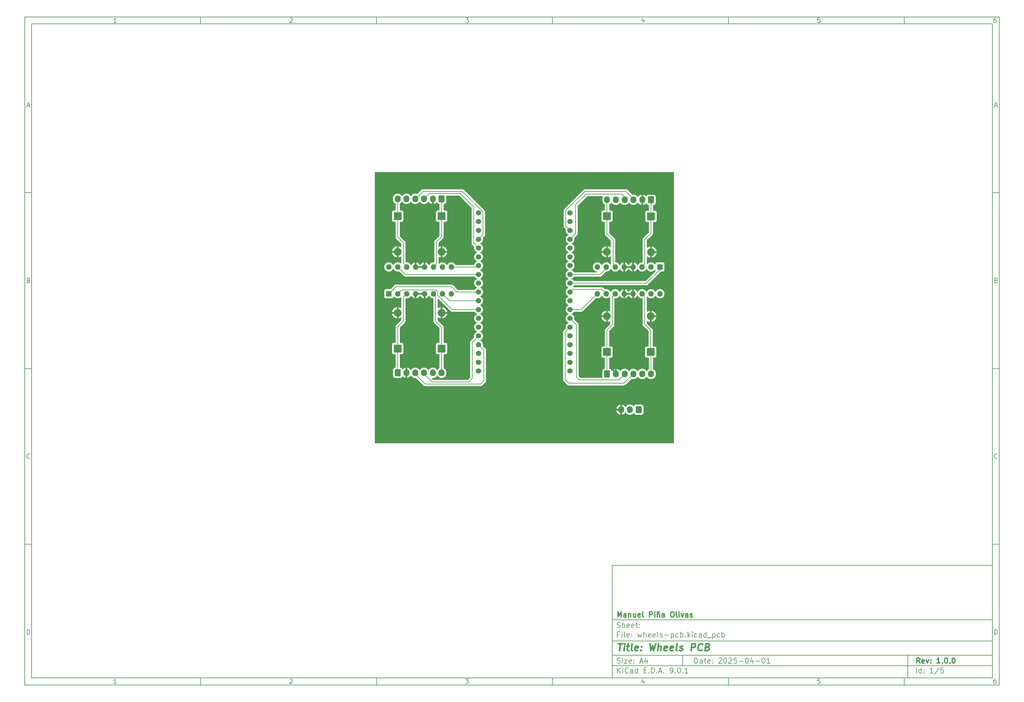
<source format=gbr>
%TF.GenerationSoftware,KiCad,Pcbnew,9.0.1-9.0.1-0~ubuntu24.04.1*%
%TF.CreationDate,2025-05-06T13:20:29-06:00*%
%TF.ProjectId,wheels-pcb,77686565-6c73-42d7-9063-622e6b696361,1.0.0*%
%TF.SameCoordinates,Original*%
%TF.FileFunction,Copper,L1,Top*%
%TF.FilePolarity,Positive*%
%FSLAX46Y46*%
G04 Gerber Fmt 4.6, Leading zero omitted, Abs format (unit mm)*
G04 Created by KiCad (PCBNEW 9.0.1-9.0.1-0~ubuntu24.04.1) date 2025-05-06 13:20:29*
%MOMM*%
%LPD*%
G01*
G04 APERTURE LIST*
G04 Aperture macros list*
%AMRoundRect*
0 Rectangle with rounded corners*
0 $1 Rounding radius*
0 $2 $3 $4 $5 $6 $7 $8 $9 X,Y pos of 4 corners*
0 Add a 4 corners polygon primitive as box body*
4,1,4,$2,$3,$4,$5,$6,$7,$8,$9,$2,$3,0*
0 Add four circle primitives for the rounded corners*
1,1,$1+$1,$2,$3*
1,1,$1+$1,$4,$5*
1,1,$1+$1,$6,$7*
1,1,$1+$1,$8,$9*
0 Add four rect primitives between the rounded corners*
20,1,$1+$1,$2,$3,$4,$5,0*
20,1,$1+$1,$4,$5,$6,$7,0*
20,1,$1+$1,$6,$7,$8,$9,0*
20,1,$1+$1,$8,$9,$2,$3,0*%
G04 Aperture macros list end*
%ADD10C,0.100000*%
%ADD11C,0.150000*%
%ADD12C,0.300000*%
%ADD13C,0.400000*%
%TA.AperFunction,ComponentPad*%
%ADD14R,1.600000X1.600000*%
%TD*%
%TA.AperFunction,ComponentPad*%
%ADD15O,1.600000X1.600000*%
%TD*%
%TA.AperFunction,ComponentPad*%
%ADD16R,2.200000X2.200000*%
%TD*%
%TA.AperFunction,ComponentPad*%
%ADD17O,2.200000X2.200000*%
%TD*%
%TA.AperFunction,ComponentPad*%
%ADD18RoundRect,0.250000X0.600000X0.725000X-0.600000X0.725000X-0.600000X-0.725000X0.600000X-0.725000X0*%
%TD*%
%TA.AperFunction,ComponentPad*%
%ADD19O,1.700000X1.950000*%
%TD*%
%TA.AperFunction,ComponentPad*%
%ADD20RoundRect,0.250000X-0.600000X-0.725000X0.600000X-0.725000X0.600000X0.725000X-0.600000X0.725000X0*%
%TD*%
%TA.AperFunction,ComponentPad*%
%ADD21C,1.524000*%
%TD*%
%TA.AperFunction,Conductor*%
%ADD22C,0.200000*%
%TD*%
%TA.AperFunction,Conductor*%
%ADD23C,0.500000*%
%TD*%
G04 APERTURE END LIST*
D10*
D11*
X177002200Y-166007200D02*
X285002200Y-166007200D01*
X285002200Y-198007200D01*
X177002200Y-198007200D01*
X177002200Y-166007200D01*
D10*
D11*
X10000000Y-10000000D02*
X287002200Y-10000000D01*
X287002200Y-200007200D01*
X10000000Y-200007200D01*
X10000000Y-10000000D01*
D10*
D11*
X12000000Y-12000000D02*
X285002200Y-12000000D01*
X285002200Y-198007200D01*
X12000000Y-198007200D01*
X12000000Y-12000000D01*
D10*
D11*
X60000000Y-12000000D02*
X60000000Y-10000000D01*
D10*
D11*
X110000000Y-12000000D02*
X110000000Y-10000000D01*
D10*
D11*
X160000000Y-12000000D02*
X160000000Y-10000000D01*
D10*
D11*
X210000000Y-12000000D02*
X210000000Y-10000000D01*
D10*
D11*
X260000000Y-12000000D02*
X260000000Y-10000000D01*
D10*
D11*
X36089160Y-11593604D02*
X35346303Y-11593604D01*
X35717731Y-11593604D02*
X35717731Y-10293604D01*
X35717731Y-10293604D02*
X35593922Y-10479319D01*
X35593922Y-10479319D02*
X35470112Y-10603128D01*
X35470112Y-10603128D02*
X35346303Y-10665033D01*
D10*
D11*
X85346303Y-10417414D02*
X85408207Y-10355509D01*
X85408207Y-10355509D02*
X85532017Y-10293604D01*
X85532017Y-10293604D02*
X85841541Y-10293604D01*
X85841541Y-10293604D02*
X85965350Y-10355509D01*
X85965350Y-10355509D02*
X86027255Y-10417414D01*
X86027255Y-10417414D02*
X86089160Y-10541223D01*
X86089160Y-10541223D02*
X86089160Y-10665033D01*
X86089160Y-10665033D02*
X86027255Y-10850747D01*
X86027255Y-10850747D02*
X85284398Y-11593604D01*
X85284398Y-11593604D02*
X86089160Y-11593604D01*
D10*
D11*
X135284398Y-10293604D02*
X136089160Y-10293604D01*
X136089160Y-10293604D02*
X135655826Y-10788842D01*
X135655826Y-10788842D02*
X135841541Y-10788842D01*
X135841541Y-10788842D02*
X135965350Y-10850747D01*
X135965350Y-10850747D02*
X136027255Y-10912652D01*
X136027255Y-10912652D02*
X136089160Y-11036461D01*
X136089160Y-11036461D02*
X136089160Y-11345985D01*
X136089160Y-11345985D02*
X136027255Y-11469795D01*
X136027255Y-11469795D02*
X135965350Y-11531700D01*
X135965350Y-11531700D02*
X135841541Y-11593604D01*
X135841541Y-11593604D02*
X135470112Y-11593604D01*
X135470112Y-11593604D02*
X135346303Y-11531700D01*
X135346303Y-11531700D02*
X135284398Y-11469795D01*
D10*
D11*
X185965350Y-10726938D02*
X185965350Y-11593604D01*
X185655826Y-10231700D02*
X185346303Y-11160271D01*
X185346303Y-11160271D02*
X186151064Y-11160271D01*
D10*
D11*
X236027255Y-10293604D02*
X235408207Y-10293604D01*
X235408207Y-10293604D02*
X235346303Y-10912652D01*
X235346303Y-10912652D02*
X235408207Y-10850747D01*
X235408207Y-10850747D02*
X235532017Y-10788842D01*
X235532017Y-10788842D02*
X235841541Y-10788842D01*
X235841541Y-10788842D02*
X235965350Y-10850747D01*
X235965350Y-10850747D02*
X236027255Y-10912652D01*
X236027255Y-10912652D02*
X236089160Y-11036461D01*
X236089160Y-11036461D02*
X236089160Y-11345985D01*
X236089160Y-11345985D02*
X236027255Y-11469795D01*
X236027255Y-11469795D02*
X235965350Y-11531700D01*
X235965350Y-11531700D02*
X235841541Y-11593604D01*
X235841541Y-11593604D02*
X235532017Y-11593604D01*
X235532017Y-11593604D02*
X235408207Y-11531700D01*
X235408207Y-11531700D02*
X235346303Y-11469795D01*
D10*
D11*
X285965350Y-10293604D02*
X285717731Y-10293604D01*
X285717731Y-10293604D02*
X285593922Y-10355509D01*
X285593922Y-10355509D02*
X285532017Y-10417414D01*
X285532017Y-10417414D02*
X285408207Y-10603128D01*
X285408207Y-10603128D02*
X285346303Y-10850747D01*
X285346303Y-10850747D02*
X285346303Y-11345985D01*
X285346303Y-11345985D02*
X285408207Y-11469795D01*
X285408207Y-11469795D02*
X285470112Y-11531700D01*
X285470112Y-11531700D02*
X285593922Y-11593604D01*
X285593922Y-11593604D02*
X285841541Y-11593604D01*
X285841541Y-11593604D02*
X285965350Y-11531700D01*
X285965350Y-11531700D02*
X286027255Y-11469795D01*
X286027255Y-11469795D02*
X286089160Y-11345985D01*
X286089160Y-11345985D02*
X286089160Y-11036461D01*
X286089160Y-11036461D02*
X286027255Y-10912652D01*
X286027255Y-10912652D02*
X285965350Y-10850747D01*
X285965350Y-10850747D02*
X285841541Y-10788842D01*
X285841541Y-10788842D02*
X285593922Y-10788842D01*
X285593922Y-10788842D02*
X285470112Y-10850747D01*
X285470112Y-10850747D02*
X285408207Y-10912652D01*
X285408207Y-10912652D02*
X285346303Y-11036461D01*
D10*
D11*
X60000000Y-198007200D02*
X60000000Y-200007200D01*
D10*
D11*
X110000000Y-198007200D02*
X110000000Y-200007200D01*
D10*
D11*
X160000000Y-198007200D02*
X160000000Y-200007200D01*
D10*
D11*
X210000000Y-198007200D02*
X210000000Y-200007200D01*
D10*
D11*
X260000000Y-198007200D02*
X260000000Y-200007200D01*
D10*
D11*
X36089160Y-199600804D02*
X35346303Y-199600804D01*
X35717731Y-199600804D02*
X35717731Y-198300804D01*
X35717731Y-198300804D02*
X35593922Y-198486519D01*
X35593922Y-198486519D02*
X35470112Y-198610328D01*
X35470112Y-198610328D02*
X35346303Y-198672233D01*
D10*
D11*
X85346303Y-198424614D02*
X85408207Y-198362709D01*
X85408207Y-198362709D02*
X85532017Y-198300804D01*
X85532017Y-198300804D02*
X85841541Y-198300804D01*
X85841541Y-198300804D02*
X85965350Y-198362709D01*
X85965350Y-198362709D02*
X86027255Y-198424614D01*
X86027255Y-198424614D02*
X86089160Y-198548423D01*
X86089160Y-198548423D02*
X86089160Y-198672233D01*
X86089160Y-198672233D02*
X86027255Y-198857947D01*
X86027255Y-198857947D02*
X85284398Y-199600804D01*
X85284398Y-199600804D02*
X86089160Y-199600804D01*
D10*
D11*
X135284398Y-198300804D02*
X136089160Y-198300804D01*
X136089160Y-198300804D02*
X135655826Y-198796042D01*
X135655826Y-198796042D02*
X135841541Y-198796042D01*
X135841541Y-198796042D02*
X135965350Y-198857947D01*
X135965350Y-198857947D02*
X136027255Y-198919852D01*
X136027255Y-198919852D02*
X136089160Y-199043661D01*
X136089160Y-199043661D02*
X136089160Y-199353185D01*
X136089160Y-199353185D02*
X136027255Y-199476995D01*
X136027255Y-199476995D02*
X135965350Y-199538900D01*
X135965350Y-199538900D02*
X135841541Y-199600804D01*
X135841541Y-199600804D02*
X135470112Y-199600804D01*
X135470112Y-199600804D02*
X135346303Y-199538900D01*
X135346303Y-199538900D02*
X135284398Y-199476995D01*
D10*
D11*
X185965350Y-198734138D02*
X185965350Y-199600804D01*
X185655826Y-198238900D02*
X185346303Y-199167471D01*
X185346303Y-199167471D02*
X186151064Y-199167471D01*
D10*
D11*
X236027255Y-198300804D02*
X235408207Y-198300804D01*
X235408207Y-198300804D02*
X235346303Y-198919852D01*
X235346303Y-198919852D02*
X235408207Y-198857947D01*
X235408207Y-198857947D02*
X235532017Y-198796042D01*
X235532017Y-198796042D02*
X235841541Y-198796042D01*
X235841541Y-198796042D02*
X235965350Y-198857947D01*
X235965350Y-198857947D02*
X236027255Y-198919852D01*
X236027255Y-198919852D02*
X236089160Y-199043661D01*
X236089160Y-199043661D02*
X236089160Y-199353185D01*
X236089160Y-199353185D02*
X236027255Y-199476995D01*
X236027255Y-199476995D02*
X235965350Y-199538900D01*
X235965350Y-199538900D02*
X235841541Y-199600804D01*
X235841541Y-199600804D02*
X235532017Y-199600804D01*
X235532017Y-199600804D02*
X235408207Y-199538900D01*
X235408207Y-199538900D02*
X235346303Y-199476995D01*
D10*
D11*
X285965350Y-198300804D02*
X285717731Y-198300804D01*
X285717731Y-198300804D02*
X285593922Y-198362709D01*
X285593922Y-198362709D02*
X285532017Y-198424614D01*
X285532017Y-198424614D02*
X285408207Y-198610328D01*
X285408207Y-198610328D02*
X285346303Y-198857947D01*
X285346303Y-198857947D02*
X285346303Y-199353185D01*
X285346303Y-199353185D02*
X285408207Y-199476995D01*
X285408207Y-199476995D02*
X285470112Y-199538900D01*
X285470112Y-199538900D02*
X285593922Y-199600804D01*
X285593922Y-199600804D02*
X285841541Y-199600804D01*
X285841541Y-199600804D02*
X285965350Y-199538900D01*
X285965350Y-199538900D02*
X286027255Y-199476995D01*
X286027255Y-199476995D02*
X286089160Y-199353185D01*
X286089160Y-199353185D02*
X286089160Y-199043661D01*
X286089160Y-199043661D02*
X286027255Y-198919852D01*
X286027255Y-198919852D02*
X285965350Y-198857947D01*
X285965350Y-198857947D02*
X285841541Y-198796042D01*
X285841541Y-198796042D02*
X285593922Y-198796042D01*
X285593922Y-198796042D02*
X285470112Y-198857947D01*
X285470112Y-198857947D02*
X285408207Y-198919852D01*
X285408207Y-198919852D02*
X285346303Y-199043661D01*
D10*
D11*
X10000000Y-60000000D02*
X12000000Y-60000000D01*
D10*
D11*
X10000000Y-110000000D02*
X12000000Y-110000000D01*
D10*
D11*
X10000000Y-160000000D02*
X12000000Y-160000000D01*
D10*
D11*
X10690476Y-35222176D02*
X11309523Y-35222176D01*
X10566666Y-35593604D02*
X10999999Y-34293604D01*
X10999999Y-34293604D02*
X11433333Y-35593604D01*
D10*
D11*
X11092857Y-84912652D02*
X11278571Y-84974557D01*
X11278571Y-84974557D02*
X11340476Y-85036461D01*
X11340476Y-85036461D02*
X11402380Y-85160271D01*
X11402380Y-85160271D02*
X11402380Y-85345985D01*
X11402380Y-85345985D02*
X11340476Y-85469795D01*
X11340476Y-85469795D02*
X11278571Y-85531700D01*
X11278571Y-85531700D02*
X11154761Y-85593604D01*
X11154761Y-85593604D02*
X10659523Y-85593604D01*
X10659523Y-85593604D02*
X10659523Y-84293604D01*
X10659523Y-84293604D02*
X11092857Y-84293604D01*
X11092857Y-84293604D02*
X11216666Y-84355509D01*
X11216666Y-84355509D02*
X11278571Y-84417414D01*
X11278571Y-84417414D02*
X11340476Y-84541223D01*
X11340476Y-84541223D02*
X11340476Y-84665033D01*
X11340476Y-84665033D02*
X11278571Y-84788842D01*
X11278571Y-84788842D02*
X11216666Y-84850747D01*
X11216666Y-84850747D02*
X11092857Y-84912652D01*
X11092857Y-84912652D02*
X10659523Y-84912652D01*
D10*
D11*
X11402380Y-135469795D02*
X11340476Y-135531700D01*
X11340476Y-135531700D02*
X11154761Y-135593604D01*
X11154761Y-135593604D02*
X11030952Y-135593604D01*
X11030952Y-135593604D02*
X10845238Y-135531700D01*
X10845238Y-135531700D02*
X10721428Y-135407890D01*
X10721428Y-135407890D02*
X10659523Y-135284080D01*
X10659523Y-135284080D02*
X10597619Y-135036461D01*
X10597619Y-135036461D02*
X10597619Y-134850747D01*
X10597619Y-134850747D02*
X10659523Y-134603128D01*
X10659523Y-134603128D02*
X10721428Y-134479319D01*
X10721428Y-134479319D02*
X10845238Y-134355509D01*
X10845238Y-134355509D02*
X11030952Y-134293604D01*
X11030952Y-134293604D02*
X11154761Y-134293604D01*
X11154761Y-134293604D02*
X11340476Y-134355509D01*
X11340476Y-134355509D02*
X11402380Y-134417414D01*
D10*
D11*
X10659523Y-185593604D02*
X10659523Y-184293604D01*
X10659523Y-184293604D02*
X10969047Y-184293604D01*
X10969047Y-184293604D02*
X11154761Y-184355509D01*
X11154761Y-184355509D02*
X11278571Y-184479319D01*
X11278571Y-184479319D02*
X11340476Y-184603128D01*
X11340476Y-184603128D02*
X11402380Y-184850747D01*
X11402380Y-184850747D02*
X11402380Y-185036461D01*
X11402380Y-185036461D02*
X11340476Y-185284080D01*
X11340476Y-185284080D02*
X11278571Y-185407890D01*
X11278571Y-185407890D02*
X11154761Y-185531700D01*
X11154761Y-185531700D02*
X10969047Y-185593604D01*
X10969047Y-185593604D02*
X10659523Y-185593604D01*
D10*
D11*
X287002200Y-60000000D02*
X285002200Y-60000000D01*
D10*
D11*
X287002200Y-110000000D02*
X285002200Y-110000000D01*
D10*
D11*
X287002200Y-160000000D02*
X285002200Y-160000000D01*
D10*
D11*
X285692676Y-35222176D02*
X286311723Y-35222176D01*
X285568866Y-35593604D02*
X286002199Y-34293604D01*
X286002199Y-34293604D02*
X286435533Y-35593604D01*
D10*
D11*
X286095057Y-84912652D02*
X286280771Y-84974557D01*
X286280771Y-84974557D02*
X286342676Y-85036461D01*
X286342676Y-85036461D02*
X286404580Y-85160271D01*
X286404580Y-85160271D02*
X286404580Y-85345985D01*
X286404580Y-85345985D02*
X286342676Y-85469795D01*
X286342676Y-85469795D02*
X286280771Y-85531700D01*
X286280771Y-85531700D02*
X286156961Y-85593604D01*
X286156961Y-85593604D02*
X285661723Y-85593604D01*
X285661723Y-85593604D02*
X285661723Y-84293604D01*
X285661723Y-84293604D02*
X286095057Y-84293604D01*
X286095057Y-84293604D02*
X286218866Y-84355509D01*
X286218866Y-84355509D02*
X286280771Y-84417414D01*
X286280771Y-84417414D02*
X286342676Y-84541223D01*
X286342676Y-84541223D02*
X286342676Y-84665033D01*
X286342676Y-84665033D02*
X286280771Y-84788842D01*
X286280771Y-84788842D02*
X286218866Y-84850747D01*
X286218866Y-84850747D02*
X286095057Y-84912652D01*
X286095057Y-84912652D02*
X285661723Y-84912652D01*
D10*
D11*
X286404580Y-135469795D02*
X286342676Y-135531700D01*
X286342676Y-135531700D02*
X286156961Y-135593604D01*
X286156961Y-135593604D02*
X286033152Y-135593604D01*
X286033152Y-135593604D02*
X285847438Y-135531700D01*
X285847438Y-135531700D02*
X285723628Y-135407890D01*
X285723628Y-135407890D02*
X285661723Y-135284080D01*
X285661723Y-135284080D02*
X285599819Y-135036461D01*
X285599819Y-135036461D02*
X285599819Y-134850747D01*
X285599819Y-134850747D02*
X285661723Y-134603128D01*
X285661723Y-134603128D02*
X285723628Y-134479319D01*
X285723628Y-134479319D02*
X285847438Y-134355509D01*
X285847438Y-134355509D02*
X286033152Y-134293604D01*
X286033152Y-134293604D02*
X286156961Y-134293604D01*
X286156961Y-134293604D02*
X286342676Y-134355509D01*
X286342676Y-134355509D02*
X286404580Y-134417414D01*
D10*
D11*
X285661723Y-185593604D02*
X285661723Y-184293604D01*
X285661723Y-184293604D02*
X285971247Y-184293604D01*
X285971247Y-184293604D02*
X286156961Y-184355509D01*
X286156961Y-184355509D02*
X286280771Y-184479319D01*
X286280771Y-184479319D02*
X286342676Y-184603128D01*
X286342676Y-184603128D02*
X286404580Y-184850747D01*
X286404580Y-184850747D02*
X286404580Y-185036461D01*
X286404580Y-185036461D02*
X286342676Y-185284080D01*
X286342676Y-185284080D02*
X286280771Y-185407890D01*
X286280771Y-185407890D02*
X286156961Y-185531700D01*
X286156961Y-185531700D02*
X285971247Y-185593604D01*
X285971247Y-185593604D02*
X285661723Y-185593604D01*
D10*
D11*
X200458026Y-193793328D02*
X200458026Y-192293328D01*
X200458026Y-192293328D02*
X200815169Y-192293328D01*
X200815169Y-192293328D02*
X201029455Y-192364757D01*
X201029455Y-192364757D02*
X201172312Y-192507614D01*
X201172312Y-192507614D02*
X201243741Y-192650471D01*
X201243741Y-192650471D02*
X201315169Y-192936185D01*
X201315169Y-192936185D02*
X201315169Y-193150471D01*
X201315169Y-193150471D02*
X201243741Y-193436185D01*
X201243741Y-193436185D02*
X201172312Y-193579042D01*
X201172312Y-193579042D02*
X201029455Y-193721900D01*
X201029455Y-193721900D02*
X200815169Y-193793328D01*
X200815169Y-193793328D02*
X200458026Y-193793328D01*
X202600884Y-193793328D02*
X202600884Y-193007614D01*
X202600884Y-193007614D02*
X202529455Y-192864757D01*
X202529455Y-192864757D02*
X202386598Y-192793328D01*
X202386598Y-192793328D02*
X202100884Y-192793328D01*
X202100884Y-192793328D02*
X201958026Y-192864757D01*
X202600884Y-193721900D02*
X202458026Y-193793328D01*
X202458026Y-193793328D02*
X202100884Y-193793328D01*
X202100884Y-193793328D02*
X201958026Y-193721900D01*
X201958026Y-193721900D02*
X201886598Y-193579042D01*
X201886598Y-193579042D02*
X201886598Y-193436185D01*
X201886598Y-193436185D02*
X201958026Y-193293328D01*
X201958026Y-193293328D02*
X202100884Y-193221900D01*
X202100884Y-193221900D02*
X202458026Y-193221900D01*
X202458026Y-193221900D02*
X202600884Y-193150471D01*
X203100884Y-192793328D02*
X203672312Y-192793328D01*
X203315169Y-192293328D02*
X203315169Y-193579042D01*
X203315169Y-193579042D02*
X203386598Y-193721900D01*
X203386598Y-193721900D02*
X203529455Y-193793328D01*
X203529455Y-193793328D02*
X203672312Y-193793328D01*
X204743741Y-193721900D02*
X204600884Y-193793328D01*
X204600884Y-193793328D02*
X204315170Y-193793328D01*
X204315170Y-193793328D02*
X204172312Y-193721900D01*
X204172312Y-193721900D02*
X204100884Y-193579042D01*
X204100884Y-193579042D02*
X204100884Y-193007614D01*
X204100884Y-193007614D02*
X204172312Y-192864757D01*
X204172312Y-192864757D02*
X204315170Y-192793328D01*
X204315170Y-192793328D02*
X204600884Y-192793328D01*
X204600884Y-192793328D02*
X204743741Y-192864757D01*
X204743741Y-192864757D02*
X204815170Y-193007614D01*
X204815170Y-193007614D02*
X204815170Y-193150471D01*
X204815170Y-193150471D02*
X204100884Y-193293328D01*
X205458026Y-193650471D02*
X205529455Y-193721900D01*
X205529455Y-193721900D02*
X205458026Y-193793328D01*
X205458026Y-193793328D02*
X205386598Y-193721900D01*
X205386598Y-193721900D02*
X205458026Y-193650471D01*
X205458026Y-193650471D02*
X205458026Y-193793328D01*
X205458026Y-192864757D02*
X205529455Y-192936185D01*
X205529455Y-192936185D02*
X205458026Y-193007614D01*
X205458026Y-193007614D02*
X205386598Y-192936185D01*
X205386598Y-192936185D02*
X205458026Y-192864757D01*
X205458026Y-192864757D02*
X205458026Y-193007614D01*
X207243741Y-192436185D02*
X207315169Y-192364757D01*
X207315169Y-192364757D02*
X207458027Y-192293328D01*
X207458027Y-192293328D02*
X207815169Y-192293328D01*
X207815169Y-192293328D02*
X207958027Y-192364757D01*
X207958027Y-192364757D02*
X208029455Y-192436185D01*
X208029455Y-192436185D02*
X208100884Y-192579042D01*
X208100884Y-192579042D02*
X208100884Y-192721900D01*
X208100884Y-192721900D02*
X208029455Y-192936185D01*
X208029455Y-192936185D02*
X207172312Y-193793328D01*
X207172312Y-193793328D02*
X208100884Y-193793328D01*
X209029455Y-192293328D02*
X209172312Y-192293328D01*
X209172312Y-192293328D02*
X209315169Y-192364757D01*
X209315169Y-192364757D02*
X209386598Y-192436185D01*
X209386598Y-192436185D02*
X209458026Y-192579042D01*
X209458026Y-192579042D02*
X209529455Y-192864757D01*
X209529455Y-192864757D02*
X209529455Y-193221900D01*
X209529455Y-193221900D02*
X209458026Y-193507614D01*
X209458026Y-193507614D02*
X209386598Y-193650471D01*
X209386598Y-193650471D02*
X209315169Y-193721900D01*
X209315169Y-193721900D02*
X209172312Y-193793328D01*
X209172312Y-193793328D02*
X209029455Y-193793328D01*
X209029455Y-193793328D02*
X208886598Y-193721900D01*
X208886598Y-193721900D02*
X208815169Y-193650471D01*
X208815169Y-193650471D02*
X208743740Y-193507614D01*
X208743740Y-193507614D02*
X208672312Y-193221900D01*
X208672312Y-193221900D02*
X208672312Y-192864757D01*
X208672312Y-192864757D02*
X208743740Y-192579042D01*
X208743740Y-192579042D02*
X208815169Y-192436185D01*
X208815169Y-192436185D02*
X208886598Y-192364757D01*
X208886598Y-192364757D02*
X209029455Y-192293328D01*
X210100883Y-192436185D02*
X210172311Y-192364757D01*
X210172311Y-192364757D02*
X210315169Y-192293328D01*
X210315169Y-192293328D02*
X210672311Y-192293328D01*
X210672311Y-192293328D02*
X210815169Y-192364757D01*
X210815169Y-192364757D02*
X210886597Y-192436185D01*
X210886597Y-192436185D02*
X210958026Y-192579042D01*
X210958026Y-192579042D02*
X210958026Y-192721900D01*
X210958026Y-192721900D02*
X210886597Y-192936185D01*
X210886597Y-192936185D02*
X210029454Y-193793328D01*
X210029454Y-193793328D02*
X210958026Y-193793328D01*
X212315168Y-192293328D02*
X211600882Y-192293328D01*
X211600882Y-192293328D02*
X211529454Y-193007614D01*
X211529454Y-193007614D02*
X211600882Y-192936185D01*
X211600882Y-192936185D02*
X211743740Y-192864757D01*
X211743740Y-192864757D02*
X212100882Y-192864757D01*
X212100882Y-192864757D02*
X212243740Y-192936185D01*
X212243740Y-192936185D02*
X212315168Y-193007614D01*
X212315168Y-193007614D02*
X212386597Y-193150471D01*
X212386597Y-193150471D02*
X212386597Y-193507614D01*
X212386597Y-193507614D02*
X212315168Y-193650471D01*
X212315168Y-193650471D02*
X212243740Y-193721900D01*
X212243740Y-193721900D02*
X212100882Y-193793328D01*
X212100882Y-193793328D02*
X211743740Y-193793328D01*
X211743740Y-193793328D02*
X211600882Y-193721900D01*
X211600882Y-193721900D02*
X211529454Y-193650471D01*
X213029453Y-193221900D02*
X214172311Y-193221900D01*
X215172311Y-192293328D02*
X215315168Y-192293328D01*
X215315168Y-192293328D02*
X215458025Y-192364757D01*
X215458025Y-192364757D02*
X215529454Y-192436185D01*
X215529454Y-192436185D02*
X215600882Y-192579042D01*
X215600882Y-192579042D02*
X215672311Y-192864757D01*
X215672311Y-192864757D02*
X215672311Y-193221900D01*
X215672311Y-193221900D02*
X215600882Y-193507614D01*
X215600882Y-193507614D02*
X215529454Y-193650471D01*
X215529454Y-193650471D02*
X215458025Y-193721900D01*
X215458025Y-193721900D02*
X215315168Y-193793328D01*
X215315168Y-193793328D02*
X215172311Y-193793328D01*
X215172311Y-193793328D02*
X215029454Y-193721900D01*
X215029454Y-193721900D02*
X214958025Y-193650471D01*
X214958025Y-193650471D02*
X214886596Y-193507614D01*
X214886596Y-193507614D02*
X214815168Y-193221900D01*
X214815168Y-193221900D02*
X214815168Y-192864757D01*
X214815168Y-192864757D02*
X214886596Y-192579042D01*
X214886596Y-192579042D02*
X214958025Y-192436185D01*
X214958025Y-192436185D02*
X215029454Y-192364757D01*
X215029454Y-192364757D02*
X215172311Y-192293328D01*
X216958025Y-192793328D02*
X216958025Y-193793328D01*
X216600882Y-192221900D02*
X216243739Y-193293328D01*
X216243739Y-193293328D02*
X217172310Y-193293328D01*
X217743738Y-193221900D02*
X218886596Y-193221900D01*
X219886596Y-192293328D02*
X220029453Y-192293328D01*
X220029453Y-192293328D02*
X220172310Y-192364757D01*
X220172310Y-192364757D02*
X220243739Y-192436185D01*
X220243739Y-192436185D02*
X220315167Y-192579042D01*
X220315167Y-192579042D02*
X220386596Y-192864757D01*
X220386596Y-192864757D02*
X220386596Y-193221900D01*
X220386596Y-193221900D02*
X220315167Y-193507614D01*
X220315167Y-193507614D02*
X220243739Y-193650471D01*
X220243739Y-193650471D02*
X220172310Y-193721900D01*
X220172310Y-193721900D02*
X220029453Y-193793328D01*
X220029453Y-193793328D02*
X219886596Y-193793328D01*
X219886596Y-193793328D02*
X219743739Y-193721900D01*
X219743739Y-193721900D02*
X219672310Y-193650471D01*
X219672310Y-193650471D02*
X219600881Y-193507614D01*
X219600881Y-193507614D02*
X219529453Y-193221900D01*
X219529453Y-193221900D02*
X219529453Y-192864757D01*
X219529453Y-192864757D02*
X219600881Y-192579042D01*
X219600881Y-192579042D02*
X219672310Y-192436185D01*
X219672310Y-192436185D02*
X219743739Y-192364757D01*
X219743739Y-192364757D02*
X219886596Y-192293328D01*
X221815167Y-193793328D02*
X220958024Y-193793328D01*
X221386595Y-193793328D02*
X221386595Y-192293328D01*
X221386595Y-192293328D02*
X221243738Y-192507614D01*
X221243738Y-192507614D02*
X221100881Y-192650471D01*
X221100881Y-192650471D02*
X220958024Y-192721900D01*
D10*
D11*
X177002200Y-194507200D02*
X285002200Y-194507200D01*
D10*
D11*
X178458026Y-196593328D02*
X178458026Y-195093328D01*
X179315169Y-196593328D02*
X178672312Y-195736185D01*
X179315169Y-195093328D02*
X178458026Y-195950471D01*
X179958026Y-196593328D02*
X179958026Y-195593328D01*
X179958026Y-195093328D02*
X179886598Y-195164757D01*
X179886598Y-195164757D02*
X179958026Y-195236185D01*
X179958026Y-195236185D02*
X180029455Y-195164757D01*
X180029455Y-195164757D02*
X179958026Y-195093328D01*
X179958026Y-195093328D02*
X179958026Y-195236185D01*
X181529455Y-196450471D02*
X181458027Y-196521900D01*
X181458027Y-196521900D02*
X181243741Y-196593328D01*
X181243741Y-196593328D02*
X181100884Y-196593328D01*
X181100884Y-196593328D02*
X180886598Y-196521900D01*
X180886598Y-196521900D02*
X180743741Y-196379042D01*
X180743741Y-196379042D02*
X180672312Y-196236185D01*
X180672312Y-196236185D02*
X180600884Y-195950471D01*
X180600884Y-195950471D02*
X180600884Y-195736185D01*
X180600884Y-195736185D02*
X180672312Y-195450471D01*
X180672312Y-195450471D02*
X180743741Y-195307614D01*
X180743741Y-195307614D02*
X180886598Y-195164757D01*
X180886598Y-195164757D02*
X181100884Y-195093328D01*
X181100884Y-195093328D02*
X181243741Y-195093328D01*
X181243741Y-195093328D02*
X181458027Y-195164757D01*
X181458027Y-195164757D02*
X181529455Y-195236185D01*
X182815170Y-196593328D02*
X182815170Y-195807614D01*
X182815170Y-195807614D02*
X182743741Y-195664757D01*
X182743741Y-195664757D02*
X182600884Y-195593328D01*
X182600884Y-195593328D02*
X182315170Y-195593328D01*
X182315170Y-195593328D02*
X182172312Y-195664757D01*
X182815170Y-196521900D02*
X182672312Y-196593328D01*
X182672312Y-196593328D02*
X182315170Y-196593328D01*
X182315170Y-196593328D02*
X182172312Y-196521900D01*
X182172312Y-196521900D02*
X182100884Y-196379042D01*
X182100884Y-196379042D02*
X182100884Y-196236185D01*
X182100884Y-196236185D02*
X182172312Y-196093328D01*
X182172312Y-196093328D02*
X182315170Y-196021900D01*
X182315170Y-196021900D02*
X182672312Y-196021900D01*
X182672312Y-196021900D02*
X182815170Y-195950471D01*
X184172313Y-196593328D02*
X184172313Y-195093328D01*
X184172313Y-196521900D02*
X184029455Y-196593328D01*
X184029455Y-196593328D02*
X183743741Y-196593328D01*
X183743741Y-196593328D02*
X183600884Y-196521900D01*
X183600884Y-196521900D02*
X183529455Y-196450471D01*
X183529455Y-196450471D02*
X183458027Y-196307614D01*
X183458027Y-196307614D02*
X183458027Y-195879042D01*
X183458027Y-195879042D02*
X183529455Y-195736185D01*
X183529455Y-195736185D02*
X183600884Y-195664757D01*
X183600884Y-195664757D02*
X183743741Y-195593328D01*
X183743741Y-195593328D02*
X184029455Y-195593328D01*
X184029455Y-195593328D02*
X184172313Y-195664757D01*
X186029455Y-195807614D02*
X186529455Y-195807614D01*
X186743741Y-196593328D02*
X186029455Y-196593328D01*
X186029455Y-196593328D02*
X186029455Y-195093328D01*
X186029455Y-195093328D02*
X186743741Y-195093328D01*
X187386598Y-196450471D02*
X187458027Y-196521900D01*
X187458027Y-196521900D02*
X187386598Y-196593328D01*
X187386598Y-196593328D02*
X187315170Y-196521900D01*
X187315170Y-196521900D02*
X187386598Y-196450471D01*
X187386598Y-196450471D02*
X187386598Y-196593328D01*
X188100884Y-196593328D02*
X188100884Y-195093328D01*
X188100884Y-195093328D02*
X188458027Y-195093328D01*
X188458027Y-195093328D02*
X188672313Y-195164757D01*
X188672313Y-195164757D02*
X188815170Y-195307614D01*
X188815170Y-195307614D02*
X188886599Y-195450471D01*
X188886599Y-195450471D02*
X188958027Y-195736185D01*
X188958027Y-195736185D02*
X188958027Y-195950471D01*
X188958027Y-195950471D02*
X188886599Y-196236185D01*
X188886599Y-196236185D02*
X188815170Y-196379042D01*
X188815170Y-196379042D02*
X188672313Y-196521900D01*
X188672313Y-196521900D02*
X188458027Y-196593328D01*
X188458027Y-196593328D02*
X188100884Y-196593328D01*
X189600884Y-196450471D02*
X189672313Y-196521900D01*
X189672313Y-196521900D02*
X189600884Y-196593328D01*
X189600884Y-196593328D02*
X189529456Y-196521900D01*
X189529456Y-196521900D02*
X189600884Y-196450471D01*
X189600884Y-196450471D02*
X189600884Y-196593328D01*
X190243742Y-196164757D02*
X190958028Y-196164757D01*
X190100885Y-196593328D02*
X190600885Y-195093328D01*
X190600885Y-195093328D02*
X191100885Y-196593328D01*
X191600884Y-196450471D02*
X191672313Y-196521900D01*
X191672313Y-196521900D02*
X191600884Y-196593328D01*
X191600884Y-196593328D02*
X191529456Y-196521900D01*
X191529456Y-196521900D02*
X191600884Y-196450471D01*
X191600884Y-196450471D02*
X191600884Y-196593328D01*
X193529456Y-196593328D02*
X193815170Y-196593328D01*
X193815170Y-196593328D02*
X193958027Y-196521900D01*
X193958027Y-196521900D02*
X194029456Y-196450471D01*
X194029456Y-196450471D02*
X194172313Y-196236185D01*
X194172313Y-196236185D02*
X194243742Y-195950471D01*
X194243742Y-195950471D02*
X194243742Y-195379042D01*
X194243742Y-195379042D02*
X194172313Y-195236185D01*
X194172313Y-195236185D02*
X194100885Y-195164757D01*
X194100885Y-195164757D02*
X193958027Y-195093328D01*
X193958027Y-195093328D02*
X193672313Y-195093328D01*
X193672313Y-195093328D02*
X193529456Y-195164757D01*
X193529456Y-195164757D02*
X193458027Y-195236185D01*
X193458027Y-195236185D02*
X193386599Y-195379042D01*
X193386599Y-195379042D02*
X193386599Y-195736185D01*
X193386599Y-195736185D02*
X193458027Y-195879042D01*
X193458027Y-195879042D02*
X193529456Y-195950471D01*
X193529456Y-195950471D02*
X193672313Y-196021900D01*
X193672313Y-196021900D02*
X193958027Y-196021900D01*
X193958027Y-196021900D02*
X194100885Y-195950471D01*
X194100885Y-195950471D02*
X194172313Y-195879042D01*
X194172313Y-195879042D02*
X194243742Y-195736185D01*
X194886598Y-196450471D02*
X194958027Y-196521900D01*
X194958027Y-196521900D02*
X194886598Y-196593328D01*
X194886598Y-196593328D02*
X194815170Y-196521900D01*
X194815170Y-196521900D02*
X194886598Y-196450471D01*
X194886598Y-196450471D02*
X194886598Y-196593328D01*
X195886599Y-195093328D02*
X196029456Y-195093328D01*
X196029456Y-195093328D02*
X196172313Y-195164757D01*
X196172313Y-195164757D02*
X196243742Y-195236185D01*
X196243742Y-195236185D02*
X196315170Y-195379042D01*
X196315170Y-195379042D02*
X196386599Y-195664757D01*
X196386599Y-195664757D02*
X196386599Y-196021900D01*
X196386599Y-196021900D02*
X196315170Y-196307614D01*
X196315170Y-196307614D02*
X196243742Y-196450471D01*
X196243742Y-196450471D02*
X196172313Y-196521900D01*
X196172313Y-196521900D02*
X196029456Y-196593328D01*
X196029456Y-196593328D02*
X195886599Y-196593328D01*
X195886599Y-196593328D02*
X195743742Y-196521900D01*
X195743742Y-196521900D02*
X195672313Y-196450471D01*
X195672313Y-196450471D02*
X195600884Y-196307614D01*
X195600884Y-196307614D02*
X195529456Y-196021900D01*
X195529456Y-196021900D02*
X195529456Y-195664757D01*
X195529456Y-195664757D02*
X195600884Y-195379042D01*
X195600884Y-195379042D02*
X195672313Y-195236185D01*
X195672313Y-195236185D02*
X195743742Y-195164757D01*
X195743742Y-195164757D02*
X195886599Y-195093328D01*
X197029455Y-196450471D02*
X197100884Y-196521900D01*
X197100884Y-196521900D02*
X197029455Y-196593328D01*
X197029455Y-196593328D02*
X196958027Y-196521900D01*
X196958027Y-196521900D02*
X197029455Y-196450471D01*
X197029455Y-196450471D02*
X197029455Y-196593328D01*
X198529456Y-196593328D02*
X197672313Y-196593328D01*
X198100884Y-196593328D02*
X198100884Y-195093328D01*
X198100884Y-195093328D02*
X197958027Y-195307614D01*
X197958027Y-195307614D02*
X197815170Y-195450471D01*
X197815170Y-195450471D02*
X197672313Y-195521900D01*
D10*
D11*
X177002200Y-191507200D02*
X285002200Y-191507200D01*
D10*
D12*
X264413853Y-193785528D02*
X263913853Y-193071242D01*
X263556710Y-193785528D02*
X263556710Y-192285528D01*
X263556710Y-192285528D02*
X264128139Y-192285528D01*
X264128139Y-192285528D02*
X264270996Y-192356957D01*
X264270996Y-192356957D02*
X264342425Y-192428385D01*
X264342425Y-192428385D02*
X264413853Y-192571242D01*
X264413853Y-192571242D02*
X264413853Y-192785528D01*
X264413853Y-192785528D02*
X264342425Y-192928385D01*
X264342425Y-192928385D02*
X264270996Y-192999814D01*
X264270996Y-192999814D02*
X264128139Y-193071242D01*
X264128139Y-193071242D02*
X263556710Y-193071242D01*
X265628139Y-193714100D02*
X265485282Y-193785528D01*
X265485282Y-193785528D02*
X265199568Y-193785528D01*
X265199568Y-193785528D02*
X265056710Y-193714100D01*
X265056710Y-193714100D02*
X264985282Y-193571242D01*
X264985282Y-193571242D02*
X264985282Y-192999814D01*
X264985282Y-192999814D02*
X265056710Y-192856957D01*
X265056710Y-192856957D02*
X265199568Y-192785528D01*
X265199568Y-192785528D02*
X265485282Y-192785528D01*
X265485282Y-192785528D02*
X265628139Y-192856957D01*
X265628139Y-192856957D02*
X265699568Y-192999814D01*
X265699568Y-192999814D02*
X265699568Y-193142671D01*
X265699568Y-193142671D02*
X264985282Y-193285528D01*
X266199567Y-192785528D02*
X266556710Y-193785528D01*
X266556710Y-193785528D02*
X266913853Y-192785528D01*
X267485281Y-193642671D02*
X267556710Y-193714100D01*
X267556710Y-193714100D02*
X267485281Y-193785528D01*
X267485281Y-193785528D02*
X267413853Y-193714100D01*
X267413853Y-193714100D02*
X267485281Y-193642671D01*
X267485281Y-193642671D02*
X267485281Y-193785528D01*
X267485281Y-192856957D02*
X267556710Y-192928385D01*
X267556710Y-192928385D02*
X267485281Y-192999814D01*
X267485281Y-192999814D02*
X267413853Y-192928385D01*
X267413853Y-192928385D02*
X267485281Y-192856957D01*
X267485281Y-192856957D02*
X267485281Y-192999814D01*
X270128139Y-193785528D02*
X269270996Y-193785528D01*
X269699567Y-193785528D02*
X269699567Y-192285528D01*
X269699567Y-192285528D02*
X269556710Y-192499814D01*
X269556710Y-192499814D02*
X269413853Y-192642671D01*
X269413853Y-192642671D02*
X269270996Y-192714100D01*
X270770995Y-193642671D02*
X270842424Y-193714100D01*
X270842424Y-193714100D02*
X270770995Y-193785528D01*
X270770995Y-193785528D02*
X270699567Y-193714100D01*
X270699567Y-193714100D02*
X270770995Y-193642671D01*
X270770995Y-193642671D02*
X270770995Y-193785528D01*
X271770996Y-192285528D02*
X271913853Y-192285528D01*
X271913853Y-192285528D02*
X272056710Y-192356957D01*
X272056710Y-192356957D02*
X272128139Y-192428385D01*
X272128139Y-192428385D02*
X272199567Y-192571242D01*
X272199567Y-192571242D02*
X272270996Y-192856957D01*
X272270996Y-192856957D02*
X272270996Y-193214100D01*
X272270996Y-193214100D02*
X272199567Y-193499814D01*
X272199567Y-193499814D02*
X272128139Y-193642671D01*
X272128139Y-193642671D02*
X272056710Y-193714100D01*
X272056710Y-193714100D02*
X271913853Y-193785528D01*
X271913853Y-193785528D02*
X271770996Y-193785528D01*
X271770996Y-193785528D02*
X271628139Y-193714100D01*
X271628139Y-193714100D02*
X271556710Y-193642671D01*
X271556710Y-193642671D02*
X271485281Y-193499814D01*
X271485281Y-193499814D02*
X271413853Y-193214100D01*
X271413853Y-193214100D02*
X271413853Y-192856957D01*
X271413853Y-192856957D02*
X271485281Y-192571242D01*
X271485281Y-192571242D02*
X271556710Y-192428385D01*
X271556710Y-192428385D02*
X271628139Y-192356957D01*
X271628139Y-192356957D02*
X271770996Y-192285528D01*
X272913852Y-193642671D02*
X272985281Y-193714100D01*
X272985281Y-193714100D02*
X272913852Y-193785528D01*
X272913852Y-193785528D02*
X272842424Y-193714100D01*
X272842424Y-193714100D02*
X272913852Y-193642671D01*
X272913852Y-193642671D02*
X272913852Y-193785528D01*
X273913853Y-192285528D02*
X274056710Y-192285528D01*
X274056710Y-192285528D02*
X274199567Y-192356957D01*
X274199567Y-192356957D02*
X274270996Y-192428385D01*
X274270996Y-192428385D02*
X274342424Y-192571242D01*
X274342424Y-192571242D02*
X274413853Y-192856957D01*
X274413853Y-192856957D02*
X274413853Y-193214100D01*
X274413853Y-193214100D02*
X274342424Y-193499814D01*
X274342424Y-193499814D02*
X274270996Y-193642671D01*
X274270996Y-193642671D02*
X274199567Y-193714100D01*
X274199567Y-193714100D02*
X274056710Y-193785528D01*
X274056710Y-193785528D02*
X273913853Y-193785528D01*
X273913853Y-193785528D02*
X273770996Y-193714100D01*
X273770996Y-193714100D02*
X273699567Y-193642671D01*
X273699567Y-193642671D02*
X273628138Y-193499814D01*
X273628138Y-193499814D02*
X273556710Y-193214100D01*
X273556710Y-193214100D02*
X273556710Y-192856957D01*
X273556710Y-192856957D02*
X273628138Y-192571242D01*
X273628138Y-192571242D02*
X273699567Y-192428385D01*
X273699567Y-192428385D02*
X273770996Y-192356957D01*
X273770996Y-192356957D02*
X273913853Y-192285528D01*
D10*
D11*
X178386598Y-193721900D02*
X178600884Y-193793328D01*
X178600884Y-193793328D02*
X178958026Y-193793328D01*
X178958026Y-193793328D02*
X179100884Y-193721900D01*
X179100884Y-193721900D02*
X179172312Y-193650471D01*
X179172312Y-193650471D02*
X179243741Y-193507614D01*
X179243741Y-193507614D02*
X179243741Y-193364757D01*
X179243741Y-193364757D02*
X179172312Y-193221900D01*
X179172312Y-193221900D02*
X179100884Y-193150471D01*
X179100884Y-193150471D02*
X178958026Y-193079042D01*
X178958026Y-193079042D02*
X178672312Y-193007614D01*
X178672312Y-193007614D02*
X178529455Y-192936185D01*
X178529455Y-192936185D02*
X178458026Y-192864757D01*
X178458026Y-192864757D02*
X178386598Y-192721900D01*
X178386598Y-192721900D02*
X178386598Y-192579042D01*
X178386598Y-192579042D02*
X178458026Y-192436185D01*
X178458026Y-192436185D02*
X178529455Y-192364757D01*
X178529455Y-192364757D02*
X178672312Y-192293328D01*
X178672312Y-192293328D02*
X179029455Y-192293328D01*
X179029455Y-192293328D02*
X179243741Y-192364757D01*
X179886597Y-193793328D02*
X179886597Y-192793328D01*
X179886597Y-192293328D02*
X179815169Y-192364757D01*
X179815169Y-192364757D02*
X179886597Y-192436185D01*
X179886597Y-192436185D02*
X179958026Y-192364757D01*
X179958026Y-192364757D02*
X179886597Y-192293328D01*
X179886597Y-192293328D02*
X179886597Y-192436185D01*
X180458026Y-192793328D02*
X181243741Y-192793328D01*
X181243741Y-192793328D02*
X180458026Y-193793328D01*
X180458026Y-193793328D02*
X181243741Y-193793328D01*
X182386598Y-193721900D02*
X182243741Y-193793328D01*
X182243741Y-193793328D02*
X181958027Y-193793328D01*
X181958027Y-193793328D02*
X181815169Y-193721900D01*
X181815169Y-193721900D02*
X181743741Y-193579042D01*
X181743741Y-193579042D02*
X181743741Y-193007614D01*
X181743741Y-193007614D02*
X181815169Y-192864757D01*
X181815169Y-192864757D02*
X181958027Y-192793328D01*
X181958027Y-192793328D02*
X182243741Y-192793328D01*
X182243741Y-192793328D02*
X182386598Y-192864757D01*
X182386598Y-192864757D02*
X182458027Y-193007614D01*
X182458027Y-193007614D02*
X182458027Y-193150471D01*
X182458027Y-193150471D02*
X181743741Y-193293328D01*
X183100883Y-193650471D02*
X183172312Y-193721900D01*
X183172312Y-193721900D02*
X183100883Y-193793328D01*
X183100883Y-193793328D02*
X183029455Y-193721900D01*
X183029455Y-193721900D02*
X183100883Y-193650471D01*
X183100883Y-193650471D02*
X183100883Y-193793328D01*
X183100883Y-192864757D02*
X183172312Y-192936185D01*
X183172312Y-192936185D02*
X183100883Y-193007614D01*
X183100883Y-193007614D02*
X183029455Y-192936185D01*
X183029455Y-192936185D02*
X183100883Y-192864757D01*
X183100883Y-192864757D02*
X183100883Y-193007614D01*
X184886598Y-193364757D02*
X185600884Y-193364757D01*
X184743741Y-193793328D02*
X185243741Y-192293328D01*
X185243741Y-192293328D02*
X185743741Y-193793328D01*
X186886598Y-192793328D02*
X186886598Y-193793328D01*
X186529455Y-192221900D02*
X186172312Y-193293328D01*
X186172312Y-193293328D02*
X187100883Y-193293328D01*
D10*
D11*
X263458026Y-196593328D02*
X263458026Y-195093328D01*
X264815170Y-196593328D02*
X264815170Y-195093328D01*
X264815170Y-196521900D02*
X264672312Y-196593328D01*
X264672312Y-196593328D02*
X264386598Y-196593328D01*
X264386598Y-196593328D02*
X264243741Y-196521900D01*
X264243741Y-196521900D02*
X264172312Y-196450471D01*
X264172312Y-196450471D02*
X264100884Y-196307614D01*
X264100884Y-196307614D02*
X264100884Y-195879042D01*
X264100884Y-195879042D02*
X264172312Y-195736185D01*
X264172312Y-195736185D02*
X264243741Y-195664757D01*
X264243741Y-195664757D02*
X264386598Y-195593328D01*
X264386598Y-195593328D02*
X264672312Y-195593328D01*
X264672312Y-195593328D02*
X264815170Y-195664757D01*
X265529455Y-196450471D02*
X265600884Y-196521900D01*
X265600884Y-196521900D02*
X265529455Y-196593328D01*
X265529455Y-196593328D02*
X265458027Y-196521900D01*
X265458027Y-196521900D02*
X265529455Y-196450471D01*
X265529455Y-196450471D02*
X265529455Y-196593328D01*
X265529455Y-195664757D02*
X265600884Y-195736185D01*
X265600884Y-195736185D02*
X265529455Y-195807614D01*
X265529455Y-195807614D02*
X265458027Y-195736185D01*
X265458027Y-195736185D02*
X265529455Y-195664757D01*
X265529455Y-195664757D02*
X265529455Y-195807614D01*
X268172313Y-196593328D02*
X267315170Y-196593328D01*
X267743741Y-196593328D02*
X267743741Y-195093328D01*
X267743741Y-195093328D02*
X267600884Y-195307614D01*
X267600884Y-195307614D02*
X267458027Y-195450471D01*
X267458027Y-195450471D02*
X267315170Y-195521900D01*
X269886598Y-195021900D02*
X268600884Y-196950471D01*
X271100884Y-195093328D02*
X270386598Y-195093328D01*
X270386598Y-195093328D02*
X270315170Y-195807614D01*
X270315170Y-195807614D02*
X270386598Y-195736185D01*
X270386598Y-195736185D02*
X270529456Y-195664757D01*
X270529456Y-195664757D02*
X270886598Y-195664757D01*
X270886598Y-195664757D02*
X271029456Y-195736185D01*
X271029456Y-195736185D02*
X271100884Y-195807614D01*
X271100884Y-195807614D02*
X271172313Y-195950471D01*
X271172313Y-195950471D02*
X271172313Y-196307614D01*
X271172313Y-196307614D02*
X271100884Y-196450471D01*
X271100884Y-196450471D02*
X271029456Y-196521900D01*
X271029456Y-196521900D02*
X270886598Y-196593328D01*
X270886598Y-196593328D02*
X270529456Y-196593328D01*
X270529456Y-196593328D02*
X270386598Y-196521900D01*
X270386598Y-196521900D02*
X270315170Y-196450471D01*
D10*
D11*
X177002200Y-187507200D02*
X285002200Y-187507200D01*
D10*
D13*
X178693928Y-188211638D02*
X179836785Y-188211638D01*
X179015357Y-190211638D02*
X179265357Y-188211638D01*
X180253452Y-190211638D02*
X180420119Y-188878304D01*
X180503452Y-188211638D02*
X180396309Y-188306876D01*
X180396309Y-188306876D02*
X180479643Y-188402114D01*
X180479643Y-188402114D02*
X180586786Y-188306876D01*
X180586786Y-188306876D02*
X180503452Y-188211638D01*
X180503452Y-188211638D02*
X180479643Y-188402114D01*
X181086786Y-188878304D02*
X181848690Y-188878304D01*
X181455833Y-188211638D02*
X181241548Y-189925923D01*
X181241548Y-189925923D02*
X181312976Y-190116400D01*
X181312976Y-190116400D02*
X181491548Y-190211638D01*
X181491548Y-190211638D02*
X181682024Y-190211638D01*
X182634405Y-190211638D02*
X182455833Y-190116400D01*
X182455833Y-190116400D02*
X182384405Y-189925923D01*
X182384405Y-189925923D02*
X182598690Y-188211638D01*
X184170119Y-190116400D02*
X183967738Y-190211638D01*
X183967738Y-190211638D02*
X183586785Y-190211638D01*
X183586785Y-190211638D02*
X183408214Y-190116400D01*
X183408214Y-190116400D02*
X183336785Y-189925923D01*
X183336785Y-189925923D02*
X183432024Y-189164019D01*
X183432024Y-189164019D02*
X183551071Y-188973542D01*
X183551071Y-188973542D02*
X183753452Y-188878304D01*
X183753452Y-188878304D02*
X184134404Y-188878304D01*
X184134404Y-188878304D02*
X184312976Y-188973542D01*
X184312976Y-188973542D02*
X184384404Y-189164019D01*
X184384404Y-189164019D02*
X184360595Y-189354495D01*
X184360595Y-189354495D02*
X183384404Y-189544971D01*
X185134405Y-190021161D02*
X185217738Y-190116400D01*
X185217738Y-190116400D02*
X185110595Y-190211638D01*
X185110595Y-190211638D02*
X185027262Y-190116400D01*
X185027262Y-190116400D02*
X185134405Y-190021161D01*
X185134405Y-190021161D02*
X185110595Y-190211638D01*
X185265357Y-188973542D02*
X185348690Y-189068780D01*
X185348690Y-189068780D02*
X185241548Y-189164019D01*
X185241548Y-189164019D02*
X185158214Y-189068780D01*
X185158214Y-189068780D02*
X185265357Y-188973542D01*
X185265357Y-188973542D02*
X185241548Y-189164019D01*
X187646310Y-188211638D02*
X187872501Y-190211638D01*
X187872501Y-190211638D02*
X188432024Y-188783066D01*
X188432024Y-188783066D02*
X188634405Y-190211638D01*
X188634405Y-190211638D02*
X189360596Y-188211638D01*
X189872500Y-190211638D02*
X190122500Y-188211638D01*
X190729643Y-190211638D02*
X190860595Y-189164019D01*
X190860595Y-189164019D02*
X190789167Y-188973542D01*
X190789167Y-188973542D02*
X190610595Y-188878304D01*
X190610595Y-188878304D02*
X190324881Y-188878304D01*
X190324881Y-188878304D02*
X190122500Y-188973542D01*
X190122500Y-188973542D02*
X190015357Y-189068780D01*
X192455834Y-190116400D02*
X192253453Y-190211638D01*
X192253453Y-190211638D02*
X191872500Y-190211638D01*
X191872500Y-190211638D02*
X191693929Y-190116400D01*
X191693929Y-190116400D02*
X191622500Y-189925923D01*
X191622500Y-189925923D02*
X191717739Y-189164019D01*
X191717739Y-189164019D02*
X191836786Y-188973542D01*
X191836786Y-188973542D02*
X192039167Y-188878304D01*
X192039167Y-188878304D02*
X192420119Y-188878304D01*
X192420119Y-188878304D02*
X192598691Y-188973542D01*
X192598691Y-188973542D02*
X192670119Y-189164019D01*
X192670119Y-189164019D02*
X192646310Y-189354495D01*
X192646310Y-189354495D02*
X191670119Y-189544971D01*
X194170120Y-190116400D02*
X193967739Y-190211638D01*
X193967739Y-190211638D02*
X193586786Y-190211638D01*
X193586786Y-190211638D02*
X193408215Y-190116400D01*
X193408215Y-190116400D02*
X193336786Y-189925923D01*
X193336786Y-189925923D02*
X193432025Y-189164019D01*
X193432025Y-189164019D02*
X193551072Y-188973542D01*
X193551072Y-188973542D02*
X193753453Y-188878304D01*
X193753453Y-188878304D02*
X194134405Y-188878304D01*
X194134405Y-188878304D02*
X194312977Y-188973542D01*
X194312977Y-188973542D02*
X194384405Y-189164019D01*
X194384405Y-189164019D02*
X194360596Y-189354495D01*
X194360596Y-189354495D02*
X193384405Y-189544971D01*
X195396311Y-190211638D02*
X195217739Y-190116400D01*
X195217739Y-190116400D02*
X195146311Y-189925923D01*
X195146311Y-189925923D02*
X195360596Y-188211638D01*
X196074882Y-190116400D02*
X196253453Y-190211638D01*
X196253453Y-190211638D02*
X196634406Y-190211638D01*
X196634406Y-190211638D02*
X196836787Y-190116400D01*
X196836787Y-190116400D02*
X196955834Y-189925923D01*
X196955834Y-189925923D02*
X196967739Y-189830685D01*
X196967739Y-189830685D02*
X196896310Y-189640209D01*
X196896310Y-189640209D02*
X196717739Y-189544971D01*
X196717739Y-189544971D02*
X196432025Y-189544971D01*
X196432025Y-189544971D02*
X196253453Y-189449733D01*
X196253453Y-189449733D02*
X196182025Y-189259257D01*
X196182025Y-189259257D02*
X196193930Y-189164019D01*
X196193930Y-189164019D02*
X196312977Y-188973542D01*
X196312977Y-188973542D02*
X196515358Y-188878304D01*
X196515358Y-188878304D02*
X196801072Y-188878304D01*
X196801072Y-188878304D02*
X196979644Y-188973542D01*
X199301073Y-190211638D02*
X199551073Y-188211638D01*
X199551073Y-188211638D02*
X200312978Y-188211638D01*
X200312978Y-188211638D02*
X200491549Y-188306876D01*
X200491549Y-188306876D02*
X200574883Y-188402114D01*
X200574883Y-188402114D02*
X200646311Y-188592590D01*
X200646311Y-188592590D02*
X200610597Y-188878304D01*
X200610597Y-188878304D02*
X200491549Y-189068780D01*
X200491549Y-189068780D02*
X200384407Y-189164019D01*
X200384407Y-189164019D02*
X200182026Y-189259257D01*
X200182026Y-189259257D02*
X199420121Y-189259257D01*
X202467740Y-190021161D02*
X202360597Y-190116400D01*
X202360597Y-190116400D02*
X202062978Y-190211638D01*
X202062978Y-190211638D02*
X201872502Y-190211638D01*
X201872502Y-190211638D02*
X201598692Y-190116400D01*
X201598692Y-190116400D02*
X201432026Y-189925923D01*
X201432026Y-189925923D02*
X201360597Y-189735447D01*
X201360597Y-189735447D02*
X201312978Y-189354495D01*
X201312978Y-189354495D02*
X201348692Y-189068780D01*
X201348692Y-189068780D02*
X201491549Y-188687828D01*
X201491549Y-188687828D02*
X201610597Y-188497352D01*
X201610597Y-188497352D02*
X201824883Y-188306876D01*
X201824883Y-188306876D02*
X202122502Y-188211638D01*
X202122502Y-188211638D02*
X202312978Y-188211638D01*
X202312978Y-188211638D02*
X202586788Y-188306876D01*
X202586788Y-188306876D02*
X202670121Y-188402114D01*
X204098692Y-189164019D02*
X204372502Y-189259257D01*
X204372502Y-189259257D02*
X204455835Y-189354495D01*
X204455835Y-189354495D02*
X204527264Y-189544971D01*
X204527264Y-189544971D02*
X204491549Y-189830685D01*
X204491549Y-189830685D02*
X204372502Y-190021161D01*
X204372502Y-190021161D02*
X204265359Y-190116400D01*
X204265359Y-190116400D02*
X204062978Y-190211638D01*
X204062978Y-190211638D02*
X203301073Y-190211638D01*
X203301073Y-190211638D02*
X203551073Y-188211638D01*
X203551073Y-188211638D02*
X204217740Y-188211638D01*
X204217740Y-188211638D02*
X204396311Y-188306876D01*
X204396311Y-188306876D02*
X204479645Y-188402114D01*
X204479645Y-188402114D02*
X204551073Y-188592590D01*
X204551073Y-188592590D02*
X204527264Y-188783066D01*
X204527264Y-188783066D02*
X204408216Y-188973542D01*
X204408216Y-188973542D02*
X204301073Y-189068780D01*
X204301073Y-189068780D02*
X204098692Y-189164019D01*
X204098692Y-189164019D02*
X203432026Y-189164019D01*
D10*
D11*
X178958026Y-185607614D02*
X178458026Y-185607614D01*
X178458026Y-186393328D02*
X178458026Y-184893328D01*
X178458026Y-184893328D02*
X179172312Y-184893328D01*
X179743740Y-186393328D02*
X179743740Y-185393328D01*
X179743740Y-184893328D02*
X179672312Y-184964757D01*
X179672312Y-184964757D02*
X179743740Y-185036185D01*
X179743740Y-185036185D02*
X179815169Y-184964757D01*
X179815169Y-184964757D02*
X179743740Y-184893328D01*
X179743740Y-184893328D02*
X179743740Y-185036185D01*
X180672312Y-186393328D02*
X180529455Y-186321900D01*
X180529455Y-186321900D02*
X180458026Y-186179042D01*
X180458026Y-186179042D02*
X180458026Y-184893328D01*
X181815169Y-186321900D02*
X181672312Y-186393328D01*
X181672312Y-186393328D02*
X181386598Y-186393328D01*
X181386598Y-186393328D02*
X181243740Y-186321900D01*
X181243740Y-186321900D02*
X181172312Y-186179042D01*
X181172312Y-186179042D02*
X181172312Y-185607614D01*
X181172312Y-185607614D02*
X181243740Y-185464757D01*
X181243740Y-185464757D02*
X181386598Y-185393328D01*
X181386598Y-185393328D02*
X181672312Y-185393328D01*
X181672312Y-185393328D02*
X181815169Y-185464757D01*
X181815169Y-185464757D02*
X181886598Y-185607614D01*
X181886598Y-185607614D02*
X181886598Y-185750471D01*
X181886598Y-185750471D02*
X181172312Y-185893328D01*
X182529454Y-186250471D02*
X182600883Y-186321900D01*
X182600883Y-186321900D02*
X182529454Y-186393328D01*
X182529454Y-186393328D02*
X182458026Y-186321900D01*
X182458026Y-186321900D02*
X182529454Y-186250471D01*
X182529454Y-186250471D02*
X182529454Y-186393328D01*
X182529454Y-185464757D02*
X182600883Y-185536185D01*
X182600883Y-185536185D02*
X182529454Y-185607614D01*
X182529454Y-185607614D02*
X182458026Y-185536185D01*
X182458026Y-185536185D02*
X182529454Y-185464757D01*
X182529454Y-185464757D02*
X182529454Y-185607614D01*
X184243740Y-185393328D02*
X184529455Y-186393328D01*
X184529455Y-186393328D02*
X184815169Y-185679042D01*
X184815169Y-185679042D02*
X185100883Y-186393328D01*
X185100883Y-186393328D02*
X185386597Y-185393328D01*
X185958026Y-186393328D02*
X185958026Y-184893328D01*
X186600884Y-186393328D02*
X186600884Y-185607614D01*
X186600884Y-185607614D02*
X186529455Y-185464757D01*
X186529455Y-185464757D02*
X186386598Y-185393328D01*
X186386598Y-185393328D02*
X186172312Y-185393328D01*
X186172312Y-185393328D02*
X186029455Y-185464757D01*
X186029455Y-185464757D02*
X185958026Y-185536185D01*
X187886598Y-186321900D02*
X187743741Y-186393328D01*
X187743741Y-186393328D02*
X187458027Y-186393328D01*
X187458027Y-186393328D02*
X187315169Y-186321900D01*
X187315169Y-186321900D02*
X187243741Y-186179042D01*
X187243741Y-186179042D02*
X187243741Y-185607614D01*
X187243741Y-185607614D02*
X187315169Y-185464757D01*
X187315169Y-185464757D02*
X187458027Y-185393328D01*
X187458027Y-185393328D02*
X187743741Y-185393328D01*
X187743741Y-185393328D02*
X187886598Y-185464757D01*
X187886598Y-185464757D02*
X187958027Y-185607614D01*
X187958027Y-185607614D02*
X187958027Y-185750471D01*
X187958027Y-185750471D02*
X187243741Y-185893328D01*
X189172312Y-186321900D02*
X189029455Y-186393328D01*
X189029455Y-186393328D02*
X188743741Y-186393328D01*
X188743741Y-186393328D02*
X188600883Y-186321900D01*
X188600883Y-186321900D02*
X188529455Y-186179042D01*
X188529455Y-186179042D02*
X188529455Y-185607614D01*
X188529455Y-185607614D02*
X188600883Y-185464757D01*
X188600883Y-185464757D02*
X188743741Y-185393328D01*
X188743741Y-185393328D02*
X189029455Y-185393328D01*
X189029455Y-185393328D02*
X189172312Y-185464757D01*
X189172312Y-185464757D02*
X189243741Y-185607614D01*
X189243741Y-185607614D02*
X189243741Y-185750471D01*
X189243741Y-185750471D02*
X188529455Y-185893328D01*
X190100883Y-186393328D02*
X189958026Y-186321900D01*
X189958026Y-186321900D02*
X189886597Y-186179042D01*
X189886597Y-186179042D02*
X189886597Y-184893328D01*
X190600883Y-186321900D02*
X190743740Y-186393328D01*
X190743740Y-186393328D02*
X191029454Y-186393328D01*
X191029454Y-186393328D02*
X191172311Y-186321900D01*
X191172311Y-186321900D02*
X191243740Y-186179042D01*
X191243740Y-186179042D02*
X191243740Y-186107614D01*
X191243740Y-186107614D02*
X191172311Y-185964757D01*
X191172311Y-185964757D02*
X191029454Y-185893328D01*
X191029454Y-185893328D02*
X190815169Y-185893328D01*
X190815169Y-185893328D02*
X190672311Y-185821900D01*
X190672311Y-185821900D02*
X190600883Y-185679042D01*
X190600883Y-185679042D02*
X190600883Y-185607614D01*
X190600883Y-185607614D02*
X190672311Y-185464757D01*
X190672311Y-185464757D02*
X190815169Y-185393328D01*
X190815169Y-185393328D02*
X191029454Y-185393328D01*
X191029454Y-185393328D02*
X191172311Y-185464757D01*
X191886597Y-185821900D02*
X193029455Y-185821900D01*
X193743740Y-185393328D02*
X193743740Y-186893328D01*
X193743740Y-185464757D02*
X193886598Y-185393328D01*
X193886598Y-185393328D02*
X194172312Y-185393328D01*
X194172312Y-185393328D02*
X194315169Y-185464757D01*
X194315169Y-185464757D02*
X194386598Y-185536185D01*
X194386598Y-185536185D02*
X194458026Y-185679042D01*
X194458026Y-185679042D02*
X194458026Y-186107614D01*
X194458026Y-186107614D02*
X194386598Y-186250471D01*
X194386598Y-186250471D02*
X194315169Y-186321900D01*
X194315169Y-186321900D02*
X194172312Y-186393328D01*
X194172312Y-186393328D02*
X193886598Y-186393328D01*
X193886598Y-186393328D02*
X193743740Y-186321900D01*
X195743741Y-186321900D02*
X195600883Y-186393328D01*
X195600883Y-186393328D02*
X195315169Y-186393328D01*
X195315169Y-186393328D02*
X195172312Y-186321900D01*
X195172312Y-186321900D02*
X195100883Y-186250471D01*
X195100883Y-186250471D02*
X195029455Y-186107614D01*
X195029455Y-186107614D02*
X195029455Y-185679042D01*
X195029455Y-185679042D02*
X195100883Y-185536185D01*
X195100883Y-185536185D02*
X195172312Y-185464757D01*
X195172312Y-185464757D02*
X195315169Y-185393328D01*
X195315169Y-185393328D02*
X195600883Y-185393328D01*
X195600883Y-185393328D02*
X195743741Y-185464757D01*
X196386597Y-186393328D02*
X196386597Y-184893328D01*
X196386597Y-185464757D02*
X196529455Y-185393328D01*
X196529455Y-185393328D02*
X196815169Y-185393328D01*
X196815169Y-185393328D02*
X196958026Y-185464757D01*
X196958026Y-185464757D02*
X197029455Y-185536185D01*
X197029455Y-185536185D02*
X197100883Y-185679042D01*
X197100883Y-185679042D02*
X197100883Y-186107614D01*
X197100883Y-186107614D02*
X197029455Y-186250471D01*
X197029455Y-186250471D02*
X196958026Y-186321900D01*
X196958026Y-186321900D02*
X196815169Y-186393328D01*
X196815169Y-186393328D02*
X196529455Y-186393328D01*
X196529455Y-186393328D02*
X196386597Y-186321900D01*
X197743740Y-186250471D02*
X197815169Y-186321900D01*
X197815169Y-186321900D02*
X197743740Y-186393328D01*
X197743740Y-186393328D02*
X197672312Y-186321900D01*
X197672312Y-186321900D02*
X197743740Y-186250471D01*
X197743740Y-186250471D02*
X197743740Y-186393328D01*
X198458026Y-186393328D02*
X198458026Y-184893328D01*
X198600884Y-185821900D02*
X199029455Y-186393328D01*
X199029455Y-185393328D02*
X198458026Y-185964757D01*
X199672312Y-186393328D02*
X199672312Y-185393328D01*
X199672312Y-184893328D02*
X199600884Y-184964757D01*
X199600884Y-184964757D02*
X199672312Y-185036185D01*
X199672312Y-185036185D02*
X199743741Y-184964757D01*
X199743741Y-184964757D02*
X199672312Y-184893328D01*
X199672312Y-184893328D02*
X199672312Y-185036185D01*
X201029456Y-186321900D02*
X200886598Y-186393328D01*
X200886598Y-186393328D02*
X200600884Y-186393328D01*
X200600884Y-186393328D02*
X200458027Y-186321900D01*
X200458027Y-186321900D02*
X200386598Y-186250471D01*
X200386598Y-186250471D02*
X200315170Y-186107614D01*
X200315170Y-186107614D02*
X200315170Y-185679042D01*
X200315170Y-185679042D02*
X200386598Y-185536185D01*
X200386598Y-185536185D02*
X200458027Y-185464757D01*
X200458027Y-185464757D02*
X200600884Y-185393328D01*
X200600884Y-185393328D02*
X200886598Y-185393328D01*
X200886598Y-185393328D02*
X201029456Y-185464757D01*
X202315170Y-186393328D02*
X202315170Y-185607614D01*
X202315170Y-185607614D02*
X202243741Y-185464757D01*
X202243741Y-185464757D02*
X202100884Y-185393328D01*
X202100884Y-185393328D02*
X201815170Y-185393328D01*
X201815170Y-185393328D02*
X201672312Y-185464757D01*
X202315170Y-186321900D02*
X202172312Y-186393328D01*
X202172312Y-186393328D02*
X201815170Y-186393328D01*
X201815170Y-186393328D02*
X201672312Y-186321900D01*
X201672312Y-186321900D02*
X201600884Y-186179042D01*
X201600884Y-186179042D02*
X201600884Y-186036185D01*
X201600884Y-186036185D02*
X201672312Y-185893328D01*
X201672312Y-185893328D02*
X201815170Y-185821900D01*
X201815170Y-185821900D02*
X202172312Y-185821900D01*
X202172312Y-185821900D02*
X202315170Y-185750471D01*
X203672313Y-186393328D02*
X203672313Y-184893328D01*
X203672313Y-186321900D02*
X203529455Y-186393328D01*
X203529455Y-186393328D02*
X203243741Y-186393328D01*
X203243741Y-186393328D02*
X203100884Y-186321900D01*
X203100884Y-186321900D02*
X203029455Y-186250471D01*
X203029455Y-186250471D02*
X202958027Y-186107614D01*
X202958027Y-186107614D02*
X202958027Y-185679042D01*
X202958027Y-185679042D02*
X203029455Y-185536185D01*
X203029455Y-185536185D02*
X203100884Y-185464757D01*
X203100884Y-185464757D02*
X203243741Y-185393328D01*
X203243741Y-185393328D02*
X203529455Y-185393328D01*
X203529455Y-185393328D02*
X203672313Y-185464757D01*
X204029456Y-186536185D02*
X205172313Y-186536185D01*
X205529455Y-185393328D02*
X205529455Y-186893328D01*
X205529455Y-185464757D02*
X205672313Y-185393328D01*
X205672313Y-185393328D02*
X205958027Y-185393328D01*
X205958027Y-185393328D02*
X206100884Y-185464757D01*
X206100884Y-185464757D02*
X206172313Y-185536185D01*
X206172313Y-185536185D02*
X206243741Y-185679042D01*
X206243741Y-185679042D02*
X206243741Y-186107614D01*
X206243741Y-186107614D02*
X206172313Y-186250471D01*
X206172313Y-186250471D02*
X206100884Y-186321900D01*
X206100884Y-186321900D02*
X205958027Y-186393328D01*
X205958027Y-186393328D02*
X205672313Y-186393328D01*
X205672313Y-186393328D02*
X205529455Y-186321900D01*
X207529456Y-186321900D02*
X207386598Y-186393328D01*
X207386598Y-186393328D02*
X207100884Y-186393328D01*
X207100884Y-186393328D02*
X206958027Y-186321900D01*
X206958027Y-186321900D02*
X206886598Y-186250471D01*
X206886598Y-186250471D02*
X206815170Y-186107614D01*
X206815170Y-186107614D02*
X206815170Y-185679042D01*
X206815170Y-185679042D02*
X206886598Y-185536185D01*
X206886598Y-185536185D02*
X206958027Y-185464757D01*
X206958027Y-185464757D02*
X207100884Y-185393328D01*
X207100884Y-185393328D02*
X207386598Y-185393328D01*
X207386598Y-185393328D02*
X207529456Y-185464757D01*
X208172312Y-186393328D02*
X208172312Y-184893328D01*
X208172312Y-185464757D02*
X208315170Y-185393328D01*
X208315170Y-185393328D02*
X208600884Y-185393328D01*
X208600884Y-185393328D02*
X208743741Y-185464757D01*
X208743741Y-185464757D02*
X208815170Y-185536185D01*
X208815170Y-185536185D02*
X208886598Y-185679042D01*
X208886598Y-185679042D02*
X208886598Y-186107614D01*
X208886598Y-186107614D02*
X208815170Y-186250471D01*
X208815170Y-186250471D02*
X208743741Y-186321900D01*
X208743741Y-186321900D02*
X208600884Y-186393328D01*
X208600884Y-186393328D02*
X208315170Y-186393328D01*
X208315170Y-186393328D02*
X208172312Y-186321900D01*
D10*
D11*
X177002200Y-181507200D02*
X285002200Y-181507200D01*
D10*
D11*
X178386598Y-183621900D02*
X178600884Y-183693328D01*
X178600884Y-183693328D02*
X178958026Y-183693328D01*
X178958026Y-183693328D02*
X179100884Y-183621900D01*
X179100884Y-183621900D02*
X179172312Y-183550471D01*
X179172312Y-183550471D02*
X179243741Y-183407614D01*
X179243741Y-183407614D02*
X179243741Y-183264757D01*
X179243741Y-183264757D02*
X179172312Y-183121900D01*
X179172312Y-183121900D02*
X179100884Y-183050471D01*
X179100884Y-183050471D02*
X178958026Y-182979042D01*
X178958026Y-182979042D02*
X178672312Y-182907614D01*
X178672312Y-182907614D02*
X178529455Y-182836185D01*
X178529455Y-182836185D02*
X178458026Y-182764757D01*
X178458026Y-182764757D02*
X178386598Y-182621900D01*
X178386598Y-182621900D02*
X178386598Y-182479042D01*
X178386598Y-182479042D02*
X178458026Y-182336185D01*
X178458026Y-182336185D02*
X178529455Y-182264757D01*
X178529455Y-182264757D02*
X178672312Y-182193328D01*
X178672312Y-182193328D02*
X179029455Y-182193328D01*
X179029455Y-182193328D02*
X179243741Y-182264757D01*
X179886597Y-183693328D02*
X179886597Y-182193328D01*
X180529455Y-183693328D02*
X180529455Y-182907614D01*
X180529455Y-182907614D02*
X180458026Y-182764757D01*
X180458026Y-182764757D02*
X180315169Y-182693328D01*
X180315169Y-182693328D02*
X180100883Y-182693328D01*
X180100883Y-182693328D02*
X179958026Y-182764757D01*
X179958026Y-182764757D02*
X179886597Y-182836185D01*
X181815169Y-183621900D02*
X181672312Y-183693328D01*
X181672312Y-183693328D02*
X181386598Y-183693328D01*
X181386598Y-183693328D02*
X181243740Y-183621900D01*
X181243740Y-183621900D02*
X181172312Y-183479042D01*
X181172312Y-183479042D02*
X181172312Y-182907614D01*
X181172312Y-182907614D02*
X181243740Y-182764757D01*
X181243740Y-182764757D02*
X181386598Y-182693328D01*
X181386598Y-182693328D02*
X181672312Y-182693328D01*
X181672312Y-182693328D02*
X181815169Y-182764757D01*
X181815169Y-182764757D02*
X181886598Y-182907614D01*
X181886598Y-182907614D02*
X181886598Y-183050471D01*
X181886598Y-183050471D02*
X181172312Y-183193328D01*
X183100883Y-183621900D02*
X182958026Y-183693328D01*
X182958026Y-183693328D02*
X182672312Y-183693328D01*
X182672312Y-183693328D02*
X182529454Y-183621900D01*
X182529454Y-183621900D02*
X182458026Y-183479042D01*
X182458026Y-183479042D02*
X182458026Y-182907614D01*
X182458026Y-182907614D02*
X182529454Y-182764757D01*
X182529454Y-182764757D02*
X182672312Y-182693328D01*
X182672312Y-182693328D02*
X182958026Y-182693328D01*
X182958026Y-182693328D02*
X183100883Y-182764757D01*
X183100883Y-182764757D02*
X183172312Y-182907614D01*
X183172312Y-182907614D02*
X183172312Y-183050471D01*
X183172312Y-183050471D02*
X182458026Y-183193328D01*
X183600883Y-182693328D02*
X184172311Y-182693328D01*
X183815168Y-182193328D02*
X183815168Y-183479042D01*
X183815168Y-183479042D02*
X183886597Y-183621900D01*
X183886597Y-183621900D02*
X184029454Y-183693328D01*
X184029454Y-183693328D02*
X184172311Y-183693328D01*
X184672311Y-183550471D02*
X184743740Y-183621900D01*
X184743740Y-183621900D02*
X184672311Y-183693328D01*
X184672311Y-183693328D02*
X184600883Y-183621900D01*
X184600883Y-183621900D02*
X184672311Y-183550471D01*
X184672311Y-183550471D02*
X184672311Y-183693328D01*
X184672311Y-182764757D02*
X184743740Y-182836185D01*
X184743740Y-182836185D02*
X184672311Y-182907614D01*
X184672311Y-182907614D02*
X184600883Y-182836185D01*
X184600883Y-182836185D02*
X184672311Y-182764757D01*
X184672311Y-182764757D02*
X184672311Y-182907614D01*
D10*
D12*
X178556710Y-180685528D02*
X178556710Y-179185528D01*
X178556710Y-179185528D02*
X179056710Y-180256957D01*
X179056710Y-180256957D02*
X179556710Y-179185528D01*
X179556710Y-179185528D02*
X179556710Y-180685528D01*
X180913854Y-180685528D02*
X180913854Y-179899814D01*
X180913854Y-179899814D02*
X180842425Y-179756957D01*
X180842425Y-179756957D02*
X180699568Y-179685528D01*
X180699568Y-179685528D02*
X180413854Y-179685528D01*
X180413854Y-179685528D02*
X180270996Y-179756957D01*
X180913854Y-180614100D02*
X180770996Y-180685528D01*
X180770996Y-180685528D02*
X180413854Y-180685528D01*
X180413854Y-180685528D02*
X180270996Y-180614100D01*
X180270996Y-180614100D02*
X180199568Y-180471242D01*
X180199568Y-180471242D02*
X180199568Y-180328385D01*
X180199568Y-180328385D02*
X180270996Y-180185528D01*
X180270996Y-180185528D02*
X180413854Y-180114100D01*
X180413854Y-180114100D02*
X180770996Y-180114100D01*
X180770996Y-180114100D02*
X180913854Y-180042671D01*
X181628139Y-179685528D02*
X181628139Y-180685528D01*
X181628139Y-179828385D02*
X181699568Y-179756957D01*
X181699568Y-179756957D02*
X181842425Y-179685528D01*
X181842425Y-179685528D02*
X182056711Y-179685528D01*
X182056711Y-179685528D02*
X182199568Y-179756957D01*
X182199568Y-179756957D02*
X182270997Y-179899814D01*
X182270997Y-179899814D02*
X182270997Y-180685528D01*
X183628140Y-179685528D02*
X183628140Y-180685528D01*
X182985282Y-179685528D02*
X182985282Y-180471242D01*
X182985282Y-180471242D02*
X183056711Y-180614100D01*
X183056711Y-180614100D02*
X183199568Y-180685528D01*
X183199568Y-180685528D02*
X183413854Y-180685528D01*
X183413854Y-180685528D02*
X183556711Y-180614100D01*
X183556711Y-180614100D02*
X183628140Y-180542671D01*
X184913854Y-180614100D02*
X184770997Y-180685528D01*
X184770997Y-180685528D02*
X184485283Y-180685528D01*
X184485283Y-180685528D02*
X184342425Y-180614100D01*
X184342425Y-180614100D02*
X184270997Y-180471242D01*
X184270997Y-180471242D02*
X184270997Y-179899814D01*
X184270997Y-179899814D02*
X184342425Y-179756957D01*
X184342425Y-179756957D02*
X184485283Y-179685528D01*
X184485283Y-179685528D02*
X184770997Y-179685528D01*
X184770997Y-179685528D02*
X184913854Y-179756957D01*
X184913854Y-179756957D02*
X184985283Y-179899814D01*
X184985283Y-179899814D02*
X184985283Y-180042671D01*
X184985283Y-180042671D02*
X184270997Y-180185528D01*
X185842425Y-180685528D02*
X185699568Y-180614100D01*
X185699568Y-180614100D02*
X185628139Y-180471242D01*
X185628139Y-180471242D02*
X185628139Y-179185528D01*
X187556710Y-180685528D02*
X187556710Y-179185528D01*
X187556710Y-179185528D02*
X188128139Y-179185528D01*
X188128139Y-179185528D02*
X188270996Y-179256957D01*
X188270996Y-179256957D02*
X188342425Y-179328385D01*
X188342425Y-179328385D02*
X188413853Y-179471242D01*
X188413853Y-179471242D02*
X188413853Y-179685528D01*
X188413853Y-179685528D02*
X188342425Y-179828385D01*
X188342425Y-179828385D02*
X188270996Y-179899814D01*
X188270996Y-179899814D02*
X188128139Y-179971242D01*
X188128139Y-179971242D02*
X187556710Y-179971242D01*
X189056710Y-180685528D02*
X189056710Y-179685528D01*
X189056710Y-179185528D02*
X188985282Y-179256957D01*
X188985282Y-179256957D02*
X189056710Y-179328385D01*
X189056710Y-179328385D02*
X189128139Y-179256957D01*
X189128139Y-179256957D02*
X189056710Y-179185528D01*
X189056710Y-179185528D02*
X189056710Y-179328385D01*
X189770996Y-179685528D02*
X189770996Y-180685528D01*
X189770996Y-179828385D02*
X189842425Y-179756957D01*
X189842425Y-179756957D02*
X189985282Y-179685528D01*
X189985282Y-179685528D02*
X190199568Y-179685528D01*
X190199568Y-179685528D02*
X190342425Y-179756957D01*
X190342425Y-179756957D02*
X190413854Y-179899814D01*
X190413854Y-179899814D02*
X190413854Y-180685528D01*
X189699568Y-179328385D02*
X189770996Y-179256957D01*
X189770996Y-179256957D02*
X189913854Y-179185528D01*
X189913854Y-179185528D02*
X190199568Y-179328385D01*
X190199568Y-179328385D02*
X190342425Y-179256957D01*
X190342425Y-179256957D02*
X190413854Y-179185528D01*
X191770997Y-180685528D02*
X191770997Y-179899814D01*
X191770997Y-179899814D02*
X191699568Y-179756957D01*
X191699568Y-179756957D02*
X191556711Y-179685528D01*
X191556711Y-179685528D02*
X191270997Y-179685528D01*
X191270997Y-179685528D02*
X191128139Y-179756957D01*
X191770997Y-180614100D02*
X191628139Y-180685528D01*
X191628139Y-180685528D02*
X191270997Y-180685528D01*
X191270997Y-180685528D02*
X191128139Y-180614100D01*
X191128139Y-180614100D02*
X191056711Y-180471242D01*
X191056711Y-180471242D02*
X191056711Y-180328385D01*
X191056711Y-180328385D02*
X191128139Y-180185528D01*
X191128139Y-180185528D02*
X191270997Y-180114100D01*
X191270997Y-180114100D02*
X191628139Y-180114100D01*
X191628139Y-180114100D02*
X191770997Y-180042671D01*
X193913854Y-179185528D02*
X194199568Y-179185528D01*
X194199568Y-179185528D02*
X194342425Y-179256957D01*
X194342425Y-179256957D02*
X194485282Y-179399814D01*
X194485282Y-179399814D02*
X194556711Y-179685528D01*
X194556711Y-179685528D02*
X194556711Y-180185528D01*
X194556711Y-180185528D02*
X194485282Y-180471242D01*
X194485282Y-180471242D02*
X194342425Y-180614100D01*
X194342425Y-180614100D02*
X194199568Y-180685528D01*
X194199568Y-180685528D02*
X193913854Y-180685528D01*
X193913854Y-180685528D02*
X193770997Y-180614100D01*
X193770997Y-180614100D02*
X193628139Y-180471242D01*
X193628139Y-180471242D02*
X193556711Y-180185528D01*
X193556711Y-180185528D02*
X193556711Y-179685528D01*
X193556711Y-179685528D02*
X193628139Y-179399814D01*
X193628139Y-179399814D02*
X193770997Y-179256957D01*
X193770997Y-179256957D02*
X193913854Y-179185528D01*
X195413854Y-180685528D02*
X195270997Y-180614100D01*
X195270997Y-180614100D02*
X195199568Y-180471242D01*
X195199568Y-180471242D02*
X195199568Y-179185528D01*
X195985282Y-180685528D02*
X195985282Y-179685528D01*
X195985282Y-179185528D02*
X195913854Y-179256957D01*
X195913854Y-179256957D02*
X195985282Y-179328385D01*
X195985282Y-179328385D02*
X196056711Y-179256957D01*
X196056711Y-179256957D02*
X195985282Y-179185528D01*
X195985282Y-179185528D02*
X195985282Y-179328385D01*
X196556711Y-179685528D02*
X196913854Y-180685528D01*
X196913854Y-180685528D02*
X197270997Y-179685528D01*
X198485283Y-180685528D02*
X198485283Y-179899814D01*
X198485283Y-179899814D02*
X198413854Y-179756957D01*
X198413854Y-179756957D02*
X198270997Y-179685528D01*
X198270997Y-179685528D02*
X197985283Y-179685528D01*
X197985283Y-179685528D02*
X197842425Y-179756957D01*
X198485283Y-180614100D02*
X198342425Y-180685528D01*
X198342425Y-180685528D02*
X197985283Y-180685528D01*
X197985283Y-180685528D02*
X197842425Y-180614100D01*
X197842425Y-180614100D02*
X197770997Y-180471242D01*
X197770997Y-180471242D02*
X197770997Y-180328385D01*
X197770997Y-180328385D02*
X197842425Y-180185528D01*
X197842425Y-180185528D02*
X197985283Y-180114100D01*
X197985283Y-180114100D02*
X198342425Y-180114100D01*
X198342425Y-180114100D02*
X198485283Y-180042671D01*
X199128140Y-180614100D02*
X199270997Y-180685528D01*
X199270997Y-180685528D02*
X199556711Y-180685528D01*
X199556711Y-180685528D02*
X199699568Y-180614100D01*
X199699568Y-180614100D02*
X199770997Y-180471242D01*
X199770997Y-180471242D02*
X199770997Y-180399814D01*
X199770997Y-180399814D02*
X199699568Y-180256957D01*
X199699568Y-180256957D02*
X199556711Y-180185528D01*
X199556711Y-180185528D02*
X199342426Y-180185528D01*
X199342426Y-180185528D02*
X199199568Y-180114100D01*
X199199568Y-180114100D02*
X199128140Y-179971242D01*
X199128140Y-179971242D02*
X199128140Y-179899814D01*
X199128140Y-179899814D02*
X199199568Y-179756957D01*
X199199568Y-179756957D02*
X199342426Y-179685528D01*
X199342426Y-179685528D02*
X199556711Y-179685528D01*
X199556711Y-179685528D02*
X199699568Y-179756957D01*
D10*
D11*
X197002200Y-191507200D02*
X197002200Y-194507200D01*
D10*
D11*
X261002200Y-191507200D02*
X261002200Y-198007200D01*
D14*
%TO.P,U1,1,EN1\u002C2*%
%TO.N,Net-(U1-EN1\u002C2)*%
X113500000Y-88725000D03*
D15*
%TO.P,U1,2,1A*%
%TO.N,Net-(U1-1A)*%
X116040000Y-88725000D03*
%TO.P,U1,3,1Y*%
%TO.N,Net-(D4-K)*%
X118580000Y-88725000D03*
%TO.P,U1,4,GND*%
%TO.N,GND*%
X121120000Y-88725000D03*
%TO.P,U1,5,GND*%
X123660000Y-88725000D03*
%TO.P,U1,6,2Y*%
%TO.N,Net-(D3-K)*%
X126200000Y-88725000D03*
%TO.P,U1,7,2A*%
%TO.N,Net-(U1-2A)*%
X128740000Y-88725000D03*
%TO.P,U1,8,VCC2*%
%TO.N,+5V*%
X131280000Y-88725000D03*
%TO.P,U1,9,EN3\u002C4*%
%TO.N,Net-(U1-EN3\u002C4)*%
X131280000Y-81105000D03*
%TO.P,U1,10,3A*%
%TO.N,Net-(U1-3A)*%
X128740000Y-81105000D03*
%TO.P,U1,11,3Y*%
%TO.N,Net-(D2-K)*%
X126200000Y-81105000D03*
%TO.P,U1,12,GND*%
%TO.N,GND*%
X123660000Y-81105000D03*
%TO.P,U1,13,GND*%
X121120000Y-81105000D03*
%TO.P,U1,14,4Y*%
%TO.N,Net-(D1-K)*%
X118580000Y-81105000D03*
%TO.P,U1,15,4A*%
%TO.N,Net-(U1-4A)*%
X116040000Y-81105000D03*
%TO.P,U1,16,VCC1*%
%TO.N,+12V*%
X113500000Y-81105000D03*
%TD*%
D16*
%TO.P,D3,1,K*%
%TO.N,Net-(D3-K)*%
X128500000Y-104305000D03*
D17*
%TO.P,D3,2,A*%
%TO.N,GND*%
X128500000Y-94145000D03*
%TD*%
D18*
%TO.P,J5,1,Pin_1*%
%TO.N,+12V*%
X184500000Y-121692500D03*
D19*
%TO.P,J5,2,Pin_2*%
%TO.N,+5V*%
X182000000Y-121692500D03*
%TO.P,J5,3,Pin_3*%
%TO.N,GND*%
X179500000Y-121692500D03*
%TD*%
D16*
%TO.P,D2,1,K*%
%TO.N,Net-(D2-K)*%
X128500000Y-66645000D03*
D17*
%TO.P,D2,2,A*%
%TO.N,GND*%
X128500000Y-76805000D03*
%TD*%
D20*
%TO.P,J2,1,Pin_1*%
%TO.N,Net-(D4-K)*%
X116000000Y-111225000D03*
D19*
%TO.P,J2,2,Pin_2*%
%TO.N,GND*%
X118500000Y-111225000D03*
%TO.P,J2,3,Pin_3*%
%TO.N,Net-(J2-Pin_3)*%
X121000000Y-111225000D03*
%TO.P,J2,4,Pin_4*%
%TO.N,Net-(J2-Pin_4)*%
X123500000Y-111225000D03*
%TO.P,J2,5,Pin_5*%
%TO.N,+5V*%
X126000000Y-111225000D03*
%TO.P,J2,6,Pin_6*%
%TO.N,Net-(D3-K)*%
X128500000Y-111225000D03*
%TD*%
D16*
%TO.P,D7,1,K*%
%TO.N,Net-(D7-K)*%
X175500000Y-105305000D03*
D17*
%TO.P,D7,2,A*%
%TO.N,GND*%
X175500000Y-95145000D03*
%TD*%
D18*
%TO.P,J1,1,Pin_1*%
%TO.N,Net-(D2-K)*%
X128500000Y-61725000D03*
D19*
%TO.P,J1,2,Pin_2*%
%TO.N,GND*%
X126000000Y-61725000D03*
%TO.P,J1,3,Pin_3*%
%TO.N,Net-(J1-Pin_3)*%
X123500000Y-61725000D03*
%TO.P,J1,4,Pin_4*%
%TO.N,Net-(J1-Pin_4)*%
X121000000Y-61725000D03*
%TO.P,J1,5,Pin_5*%
%TO.N,+5V*%
X118500000Y-61725000D03*
%TO.P,J1,6,Pin_6*%
%TO.N,Net-(D1-K)*%
X116000000Y-61725000D03*
%TD*%
D18*
%TO.P,J3,1,Pin_1*%
%TO.N,Net-(D5-K)*%
X188000000Y-62000000D03*
D19*
%TO.P,J3,2,Pin_2*%
%TO.N,GND*%
X185500000Y-62000000D03*
%TO.P,J3,3,Pin_3*%
%TO.N,Net-(J3-Pin_3)*%
X183000000Y-62000000D03*
%TO.P,J3,4,Pin_4*%
%TO.N,Net-(J3-Pin_4)*%
X180500000Y-62000000D03*
%TO.P,J3,5,Pin_5*%
%TO.N,+5V*%
X178000000Y-62000000D03*
%TO.P,J3,6,Pin_6*%
%TO.N,Net-(D6-K)*%
X175500000Y-62000000D03*
%TD*%
D16*
%TO.P,D8,1,K*%
%TO.N,Net-(D8-K)*%
X187920000Y-105305000D03*
D17*
%TO.P,D8,2,A*%
%TO.N,GND*%
X187920000Y-95145000D03*
%TD*%
D16*
%TO.P,D6,1,K*%
%TO.N,Net-(D6-K)*%
X175500000Y-66640000D03*
D17*
%TO.P,D6,2,A*%
%TO.N,GND*%
X175500000Y-76800000D03*
%TD*%
D16*
%TO.P,D1,1,K*%
%TO.N,Net-(D1-K)*%
X116000000Y-66645000D03*
D17*
%TO.P,D1,2,A*%
%TO.N,GND*%
X116000000Y-76805000D03*
%TD*%
D20*
%TO.P,J4,1,Pin_1*%
%TO.N,Net-(D7-K)*%
X175500000Y-111525000D03*
D19*
%TO.P,J4,2,Pin_2*%
%TO.N,GND*%
X178000000Y-111525000D03*
%TO.P,J4,3,Pin_3*%
%TO.N,Net-(J4-Pin_3)*%
X180500000Y-111525000D03*
%TO.P,J4,4,Pin_4*%
%TO.N,Net-(J4-Pin_4)*%
X183000000Y-111525000D03*
%TO.P,J4,5,Pin_5*%
%TO.N,+5V*%
X185500000Y-111525000D03*
%TO.P,J4,6,Pin_6*%
%TO.N,Net-(D8-K)*%
X188000000Y-111525000D03*
%TD*%
D16*
%TO.P,D5,1,K*%
%TO.N,Net-(D5-K)*%
X188000000Y-66720000D03*
D17*
%TO.P,D5,2,A*%
%TO.N,GND*%
X188000000Y-76880000D03*
%TD*%
D21*
%TO.P,U3,1,3.3V*%
%TO.N,unconnected-(U3-3.3V-Pad1)*%
X139000000Y-65725000D03*
%TO.P,U3,2,EN_RST*%
%TO.N,unconnected-(U3-EN_RST-Pad2)*%
X139000000Y-68225000D03*
%TO.P,U3,3,GPI36*%
%TO.N,unconnected-(U3-GPI36-Pad3)*%
X139000000Y-70725000D03*
%TO.P,U3,4,GPI39*%
%TO.N,Net-(J1-Pin_4)*%
X139000000Y-73225000D03*
%TO.P,U3,5,GPI34*%
%TO.N,Net-(J1-Pin_3)*%
X139000000Y-75725000D03*
%TO.P,U3,6,GPI35*%
%TO.N,unconnected-(U3-GPI35-Pad6)*%
X139000000Y-78225000D03*
%TO.P,U3,7,GPIO32*%
%TO.N,Net-(U1-EN3\u002C4)*%
X139000000Y-80725000D03*
%TO.P,U3,8,GPIO33*%
%TO.N,Net-(U1-4A)*%
X139000000Y-83225000D03*
%TO.P,U3,9,GPIO25*%
%TO.N,Net-(U1-3A)*%
X139000000Y-85725000D03*
%TO.P,U3,10,GPIO26*%
%TO.N,Net-(U1-EN1\u002C2)*%
X139000000Y-88225000D03*
%TO.P,U3,11,GPIO27*%
%TO.N,Net-(U1-2A)*%
X139000000Y-90725000D03*
%TO.P,U3,12,GPIO14*%
%TO.N,Net-(U1-1A)*%
X139000000Y-93225000D03*
%TO.P,U3,13,GPIO12*%
%TO.N,unconnected-(U3-GPIO12-Pad13)*%
X139000000Y-95725000D03*
%TO.P,U3,14,GND*%
%TO.N,unconnected-(U3-GND-Pad14)*%
X139000000Y-98225000D03*
%TO.P,U3,15,GPIO13*%
%TO.N,Net-(J2-Pin_4)*%
X139000000Y-100725000D03*
%TO.P,U3,16,GPIO9*%
%TO.N,Net-(J2-Pin_3)*%
X139000000Y-103225000D03*
%TO.P,U3,17,GPIO10*%
%TO.N,unconnected-(U3-GPIO10-Pad17)*%
X139000000Y-105725000D03*
%TO.P,U3,18,GPIO11*%
%TO.N,unconnected-(U3-GPIO11-Pad18)*%
X139000000Y-108225000D03*
%TO.P,U3,19,5V*%
%TO.N,unconnected-(U3-5V-Pad19)*%
X139000000Y-110725000D03*
%TO.P,U3,20,GPIO6*%
%TO.N,unconnected-(U3-GPIO6-Pad20)*%
X165000000Y-110725000D03*
%TO.P,U3,21,GPIO7*%
%TO.N,unconnected-(U3-GPIO7-Pad21)*%
X165000000Y-108225000D03*
%TO.P,U3,22,GPIO8*%
%TO.N,unconnected-(U3-GPIO8-Pad22)*%
X165000000Y-105725000D03*
%TO.P,U3,23,GPIO15*%
%TO.N,unconnected-(U3-GPIO15-Pad23)*%
X165000000Y-103225000D03*
%TO.P,U3,24,GPIO2*%
%TO.N,unconnected-(U3-GPIO2-Pad24)*%
X165000000Y-100725000D03*
%TO.P,U3,25,GPIO0*%
%TO.N,Net-(J4-Pin_4)*%
X165000000Y-98225000D03*
%TO.P,U3,26,GPIO4*%
%TO.N,Net-(J4-Pin_3)*%
X165000000Y-95725000D03*
%TO.P,U3,27,GPIO16*%
%TO.N,Net-(U2-EN3\u002C4)*%
X165000000Y-93225000D03*
%TO.P,U3,28,GPIO17*%
%TO.N,Net-(U2-4A)*%
X165000000Y-90725000D03*
%TO.P,U3,29,GPIO5*%
%TO.N,Net-(U2-3A)*%
X165000000Y-88225000D03*
%TO.P,U3,30,GPIO18*%
%TO.N,Net-(U2-EN1\u002C2)*%
X165000000Y-85725000D03*
%TO.P,U3,31,GPIO19*%
%TO.N,Net-(U2-2A)*%
X165000000Y-83225000D03*
%TO.P,U3,32,GND*%
%TO.N,unconnected-(U3-GND-Pad32)*%
X165000000Y-80725000D03*
%TO.P,U3,33,GPIO21*%
%TO.N,Net-(U2-1A)*%
X165000000Y-78225000D03*
%TO.P,U3,34,GPIO3*%
%TO.N,unconnected-(U3-GPIO3-Pad34)*%
X165000000Y-75725000D03*
%TO.P,U3,35,GPIO1*%
%TO.N,Net-(J3-Pin_4)*%
X165000000Y-73225000D03*
%TO.P,U3,36,GPIO22*%
%TO.N,Net-(J3-Pin_3)*%
X165000000Y-70725000D03*
%TO.P,U3,37,GPIO23*%
%TO.N,unconnected-(U3-GPIO23-Pad37)*%
X165000000Y-68225000D03*
%TO.P,U3,38,GND*%
%TO.N,GND*%
X165000000Y-65725000D03*
%TD*%
D16*
%TO.P,D4,1,K*%
%TO.N,Net-(D4-K)*%
X116000000Y-104305000D03*
D17*
%TO.P,D4,2,A*%
%TO.N,GND*%
X116000000Y-94145000D03*
%TD*%
D14*
%TO.P,U2,1,EN1\u002C2*%
%TO.N,Net-(U2-EN1\u002C2)*%
X190540000Y-81105000D03*
D15*
%TO.P,U2,2,1A*%
%TO.N,Net-(U2-1A)*%
X188000000Y-81105000D03*
%TO.P,U2,3,1Y*%
%TO.N,Net-(D5-K)*%
X185460000Y-81105000D03*
%TO.P,U2,4,GND*%
%TO.N,GND*%
X182920000Y-81105000D03*
%TO.P,U2,5,GND*%
X180380000Y-81105000D03*
%TO.P,U2,6,2Y*%
%TO.N,Net-(D6-K)*%
X177840000Y-81105000D03*
%TO.P,U2,7,2A*%
%TO.N,Net-(U2-2A)*%
X175300000Y-81105000D03*
%TO.P,U2,8,VCC2*%
%TO.N,+5V*%
X172760000Y-81105000D03*
%TO.P,U2,9,EN3\u002C4*%
%TO.N,Net-(U2-EN3\u002C4)*%
X172760000Y-88725000D03*
%TO.P,U2,10,3A*%
%TO.N,Net-(U2-3A)*%
X175300000Y-88725000D03*
%TO.P,U2,11,3Y*%
%TO.N,Net-(D7-K)*%
X177840000Y-88725000D03*
%TO.P,U2,12,GND*%
%TO.N,GND*%
X180380000Y-88725000D03*
%TO.P,U2,13,GND*%
X182920000Y-88725000D03*
%TO.P,U2,14,4Y*%
%TO.N,Net-(D8-K)*%
X185460000Y-88725000D03*
%TO.P,U2,15,4A*%
%TO.N,Net-(U2-4A)*%
X188000000Y-88725000D03*
%TO.P,U2,16,VCC1*%
%TO.N,+12V*%
X190540000Y-88725000D03*
%TD*%
D22*
%TO.N,Net-(D1-K)*%
X117600000Y-74200000D02*
X117600000Y-80125000D01*
X117600000Y-80125000D02*
X118580000Y-81105000D01*
X116000000Y-66645000D02*
X116000000Y-72600000D01*
X116000000Y-61725000D02*
X116000000Y-66645000D01*
X116000000Y-72600000D02*
X117600000Y-74200000D01*
%TO.N,GND*%
X178000000Y-111525000D02*
X178000000Y-111200000D01*
D23*
X178000000Y-111200000D02*
X177000000Y-110200000D01*
D22*
%TO.N,Net-(D2-K)*%
X128500000Y-72500000D02*
X127000000Y-74000000D01*
X128500000Y-66645000D02*
X128500000Y-72500000D01*
X128500000Y-61725000D02*
X128500000Y-66645000D01*
X127000000Y-74000000D02*
X127000000Y-80305000D01*
X127000000Y-80305000D02*
X126200000Y-81105000D01*
%TO.N,Net-(D3-K)*%
X126800000Y-89325000D02*
X126200000Y-88725000D01*
X128500000Y-104305000D02*
X128500000Y-98300000D01*
X128080000Y-104305000D02*
X128500000Y-104305000D01*
X128500000Y-98300000D02*
X126800000Y-96600000D01*
X126800000Y-96600000D02*
X126800000Y-89325000D01*
X128500000Y-111225000D02*
X128500000Y-104305000D01*
%TO.N,Net-(D4-K)*%
X117600000Y-89705000D02*
X118580000Y-88725000D01*
X117600000Y-96500000D02*
X117600000Y-89705000D01*
X116920000Y-104305000D02*
X116000000Y-104305000D01*
X116000000Y-98100000D02*
X117600000Y-96500000D01*
X116000000Y-111225000D02*
X116000000Y-104305000D01*
X116000000Y-104305000D02*
X116000000Y-98100000D01*
%TO.N,Net-(D5-K)*%
X186200000Y-73283497D02*
X186200000Y-80365000D01*
X188000000Y-61725000D02*
X188000000Y-71483497D01*
X186200000Y-80365000D02*
X185460000Y-81105000D01*
X188000000Y-71483497D02*
X186200000Y-73283497D01*
%TO.N,Net-(D6-K)*%
X175500000Y-71700000D02*
X177200000Y-73400000D01*
X177200000Y-73400000D02*
X177200000Y-80465000D01*
X177200000Y-80465000D02*
X177840000Y-81105000D01*
X175500000Y-61725000D02*
X175500000Y-71700000D01*
%TO.N,Net-(D7-K)*%
X175500000Y-111525000D02*
X175500000Y-105305000D01*
X175500000Y-105305000D02*
X175500000Y-99100000D01*
X177000000Y-89565000D02*
X177840000Y-88725000D01*
X175500000Y-99100000D02*
X177000000Y-97600000D01*
X177000000Y-97600000D02*
X177000000Y-89565000D01*
%TO.N,Net-(D8-K)*%
X187920000Y-105305000D02*
X187920000Y-99120000D01*
X186200000Y-97400000D02*
X186200000Y-89465000D01*
X188000000Y-105385000D02*
X187920000Y-105305000D01*
X188000000Y-111525000D02*
X188000000Y-105385000D01*
X187920000Y-99120000D02*
X186200000Y-97400000D01*
X186200000Y-89465000D02*
X185460000Y-88725000D01*
%TO.N,Net-(J1-Pin_4)*%
X134400000Y-59600000D02*
X140200000Y-65400000D01*
X121000000Y-61725000D02*
X121075000Y-61725000D01*
X123200000Y-59600000D02*
X134400000Y-59600000D01*
X140200000Y-65400000D02*
X140200000Y-72000000D01*
X121075000Y-61725000D02*
X123200000Y-59600000D01*
X140200000Y-72000000D02*
X139000000Y-73200000D01*
X139000000Y-73200000D02*
X139000000Y-73225000D01*
%TO.N,Net-(J1-Pin_3)*%
X123500000Y-61725000D02*
X123500000Y-61700000D01*
X133800000Y-60200000D02*
X137600000Y-64000000D01*
X137600000Y-64000000D02*
X137600000Y-74400000D01*
X123500000Y-61700000D02*
X125000000Y-60200000D01*
X137600000Y-74400000D02*
X138925000Y-75725000D01*
X125000000Y-60200000D02*
X133800000Y-60200000D01*
X138925000Y-75725000D02*
X139000000Y-75725000D01*
%TO.N,Net-(J2-Pin_4)*%
X123500000Y-111225000D02*
X123500000Y-111500000D01*
X137200000Y-112800000D02*
X137200000Y-102525000D01*
X137200000Y-102525000D02*
X139000000Y-100725000D01*
X123500000Y-111500000D02*
X125800000Y-113800000D01*
X136200000Y-113800000D02*
X137200000Y-112800000D01*
X125800000Y-113800000D02*
X136200000Y-113800000D01*
%TO.N,Net-(J2-Pin_3)*%
X140500000Y-104725000D02*
X139000000Y-103225000D01*
X139000000Y-103500000D02*
X139000000Y-103225000D01*
X123800000Y-114400000D02*
X139600000Y-114400000D01*
X121000000Y-111225000D02*
X121000000Y-111600000D01*
X121000000Y-111600000D02*
X123800000Y-114400000D01*
X139600000Y-114400000D02*
X140500000Y-113500000D01*
X140500000Y-113500000D02*
X140500000Y-104725000D01*
%TO.N,Net-(J3-Pin_3)*%
X163800000Y-69525000D02*
X165000000Y-70725000D01*
X180875000Y-59600000D02*
X169198315Y-59600000D01*
X183000000Y-61725000D02*
X180875000Y-59600000D01*
X169198315Y-59600000D02*
X163800000Y-64998315D01*
X163800000Y-64998315D02*
X163800000Y-69525000D01*
%TO.N,Net-(J3-Pin_4)*%
X165000000Y-73200000D02*
X165000000Y-73225000D01*
X166600000Y-63400000D02*
X166600000Y-71600000D01*
X169600000Y-60400000D02*
X166600000Y-63400000D01*
X180500000Y-61725000D02*
X180500000Y-61125000D01*
X179775000Y-60400000D02*
X169600000Y-60400000D01*
X166600000Y-71600000D02*
X165000000Y-73200000D01*
X180500000Y-61125000D02*
X179775000Y-60400000D01*
%TO.N,Net-(J4-Pin_3)*%
X180500000Y-111525000D02*
X180500000Y-112100000D01*
X167600000Y-113200000D02*
X166800000Y-112400000D01*
X166800000Y-97525000D02*
X165000000Y-95725000D01*
X180500000Y-111525000D02*
X178825000Y-113200000D01*
X166800000Y-112400000D02*
X166800000Y-97525000D01*
X178825000Y-113200000D02*
X167600000Y-113200000D01*
%TO.N,Net-(J4-Pin_4)*%
X163600000Y-99625000D02*
X163600000Y-113180144D01*
X183000000Y-111525000D02*
X182475000Y-111525000D01*
X163600000Y-113180144D02*
X164619856Y-114200000D01*
X180325000Y-114200000D02*
X183000000Y-111525000D01*
X165000000Y-98225000D02*
X163600000Y-99625000D01*
X164619856Y-114200000D02*
X180325000Y-114200000D01*
%TO.N,Net-(U1-EN1\u002C2)*%
X131325000Y-86725000D02*
X132825000Y-88225000D01*
X113500000Y-88725000D02*
X115500000Y-86725000D01*
X115500000Y-86725000D02*
X131325000Y-86725000D01*
X132825000Y-88225000D02*
X139000000Y-88225000D01*
%TO.N,Net-(U1-2A)*%
X128740000Y-88740000D02*
X130725000Y-90725000D01*
X130725000Y-90725000D02*
X139000000Y-90725000D01*
X128740000Y-88725000D02*
X128740000Y-88740000D01*
%TO.N,Net-(U1-4A)*%
X118160000Y-83225000D02*
X139000000Y-83225000D01*
X116040000Y-81105000D02*
X118160000Y-83225000D01*
%TO.N,Net-(U1-EN3\u002C4)*%
X131280000Y-81105000D02*
X138620000Y-81105000D01*
X138620000Y-81105000D02*
X139000000Y-80725000D01*
%TO.N,Net-(U1-1A)*%
X131425000Y-93225000D02*
X139000000Y-93225000D01*
X116040000Y-88725000D02*
X117141000Y-87624000D01*
X117141000Y-87624000D02*
X126899000Y-87624000D01*
X126899000Y-87624000D02*
X127400000Y-88125000D01*
X127400000Y-88125000D02*
X127400000Y-89200000D01*
X127400000Y-89200000D02*
X131425000Y-93225000D01*
%TO.N,Net-(U2-2A)*%
X173575000Y-83225000D02*
X165000000Y-83225000D01*
X175195000Y-81605000D02*
X173575000Y-83225000D01*
X175340000Y-81605000D02*
X175195000Y-81605000D01*
%TO.N,Net-(U2-3A)*%
X175340000Y-88725000D02*
X174078001Y-87463001D01*
X174078001Y-87463001D02*
X165761999Y-87463001D01*
X165761999Y-87463001D02*
X165000000Y-88225000D01*
%TO.N,Net-(U2-EN3\u002C4)*%
X172675000Y-88725000D02*
X168175000Y-93225000D01*
X168175000Y-93225000D02*
X165000000Y-93225000D01*
X172800000Y-88725000D02*
X172675000Y-88725000D01*
%TO.N,Net-(U2-EN1\u002C2)*%
X190580000Y-81605000D02*
X190580000Y-81820000D01*
X186675000Y-85725000D02*
X165000000Y-85725000D01*
X190580000Y-81820000D02*
X186675000Y-85725000D01*
%TD*%
%TA.AperFunction,Conductor*%
%TO.N,GND*%
G36*
X127605703Y-90255384D02*
G01*
X127612180Y-90261415D01*
X131056284Y-93705520D01*
X131056286Y-93705521D01*
X131056290Y-93705524D01*
X131168536Y-93770328D01*
X131193216Y-93784577D01*
X131345943Y-93825501D01*
X131345945Y-93825501D01*
X131511654Y-93825501D01*
X131511670Y-93825500D01*
X137813270Y-93825500D01*
X137880309Y-93845185D01*
X137917191Y-93882866D01*
X137917349Y-93882752D01*
X137918127Y-93883823D01*
X137919000Y-93884715D01*
X137920210Y-93886690D01*
X137920213Y-93886694D01*
X138037019Y-94047464D01*
X138177536Y-94187981D01*
X138338306Y-94304787D01*
X138429537Y-94351272D01*
X138455528Y-94364515D01*
X138506324Y-94412490D01*
X138523119Y-94480311D01*
X138500581Y-94546446D01*
X138455528Y-94585485D01*
X138338305Y-94645213D01*
X138177533Y-94762021D01*
X138037021Y-94902533D01*
X137920213Y-95063305D01*
X137829994Y-95240367D01*
X137829993Y-95240370D01*
X137768587Y-95429362D01*
X137737500Y-95625639D01*
X137737500Y-95824360D01*
X137768587Y-96020637D01*
X137829993Y-96209629D01*
X137829994Y-96209632D01*
X137902161Y-96351265D01*
X137920213Y-96386694D01*
X138037019Y-96547464D01*
X138177536Y-96687981D01*
X138338306Y-96804787D01*
X138429537Y-96851272D01*
X138455528Y-96864515D01*
X138506324Y-96912490D01*
X138523119Y-96980311D01*
X138500581Y-97046446D01*
X138455528Y-97085485D01*
X138338305Y-97145213D01*
X138177533Y-97262021D01*
X138037021Y-97402533D01*
X137920213Y-97563305D01*
X137829994Y-97740367D01*
X137829993Y-97740370D01*
X137768587Y-97929362D01*
X137768282Y-97931287D01*
X137737500Y-98125639D01*
X137737500Y-98324361D01*
X137749495Y-98400097D01*
X137768587Y-98520637D01*
X137829993Y-98709629D01*
X137829994Y-98709632D01*
X137869377Y-98786924D01*
X137920213Y-98886694D01*
X138037019Y-99047464D01*
X138177536Y-99187981D01*
X138338306Y-99304787D01*
X138392531Y-99332416D01*
X138455528Y-99364515D01*
X138506324Y-99412490D01*
X138523119Y-99480311D01*
X138500581Y-99546446D01*
X138455528Y-99585485D01*
X138338305Y-99645213D01*
X138177533Y-99762021D01*
X138037021Y-99902533D01*
X137920213Y-100063305D01*
X137829994Y-100240367D01*
X137829993Y-100240370D01*
X137768587Y-100429362D01*
X137737500Y-100625639D01*
X137737500Y-100824360D01*
X137768586Y-101020636D01*
X137769131Y-101022903D01*
X137769086Y-101023790D01*
X137769349Y-101025448D01*
X137769000Y-101025503D01*
X137765638Y-101092685D01*
X137736237Y-101139526D01*
X136831286Y-102044478D01*
X136719481Y-102156282D01*
X136719479Y-102156285D01*
X136669361Y-102243094D01*
X136669359Y-102243096D01*
X136640425Y-102293209D01*
X136640424Y-102293210D01*
X136640423Y-102293215D01*
X136599499Y-102445943D01*
X136599499Y-102445945D01*
X136599499Y-102614046D01*
X136599500Y-102614059D01*
X136599500Y-112499902D01*
X136579815Y-112566941D01*
X136563181Y-112587583D01*
X135987584Y-113163181D01*
X135926261Y-113196666D01*
X135899903Y-113199500D01*
X126100097Y-113199500D01*
X126033058Y-113179815D01*
X126012416Y-113163181D01*
X125754855Y-112905620D01*
X125721370Y-112844297D01*
X125726354Y-112774605D01*
X125768226Y-112718672D01*
X125833690Y-112694255D01*
X125861927Y-112695465D01*
X125893713Y-112700500D01*
X125893716Y-112700500D01*
X126106286Y-112700500D01*
X126106287Y-112700500D01*
X126316243Y-112667246D01*
X126518412Y-112601557D01*
X126707816Y-112505051D01*
X126802176Y-112436495D01*
X126879786Y-112380109D01*
X126879788Y-112380106D01*
X126879792Y-112380104D01*
X127030104Y-112229792D01*
X127149683Y-112065204D01*
X127205011Y-112022540D01*
X127274624Y-112016561D01*
X127336420Y-112049166D01*
X127350313Y-112065199D01*
X127445636Y-112196401D01*
X127469896Y-112229792D01*
X127620213Y-112380109D01*
X127792179Y-112505048D01*
X127792181Y-112505049D01*
X127792184Y-112505051D01*
X127981588Y-112601557D01*
X128183757Y-112667246D01*
X128393713Y-112700500D01*
X128393714Y-112700500D01*
X128606286Y-112700500D01*
X128606287Y-112700500D01*
X128816243Y-112667246D01*
X129018412Y-112601557D01*
X129207816Y-112505051D01*
X129302176Y-112436495D01*
X129379786Y-112380109D01*
X129379788Y-112380106D01*
X129379792Y-112380104D01*
X129530104Y-112229792D01*
X129530106Y-112229788D01*
X129530109Y-112229786D01*
X129655048Y-112057820D01*
X129655047Y-112057820D01*
X129655051Y-112057816D01*
X129751557Y-111868412D01*
X129817246Y-111666243D01*
X129850500Y-111456287D01*
X129850500Y-110993713D01*
X129817246Y-110783757D01*
X129751557Y-110581588D01*
X129655051Y-110392184D01*
X129655049Y-110392181D01*
X129655048Y-110392179D01*
X129530109Y-110220213D01*
X129379786Y-110069890D01*
X129207815Y-109944948D01*
X129207814Y-109944947D01*
X129168205Y-109924765D01*
X129117409Y-109876791D01*
X129100500Y-109814281D01*
X129100500Y-106029499D01*
X129120185Y-105962460D01*
X129172989Y-105916705D01*
X129224500Y-105905499D01*
X129647871Y-105905499D01*
X129647872Y-105905499D01*
X129707483Y-105899091D01*
X129842331Y-105848796D01*
X129957546Y-105762546D01*
X130043796Y-105647331D01*
X130094091Y-105512483D01*
X130100500Y-105452873D01*
X130100499Y-103157128D01*
X130094091Y-103097517D01*
X130043796Y-102962669D01*
X130043795Y-102962668D01*
X130043793Y-102962664D01*
X129957547Y-102847455D01*
X129957544Y-102847452D01*
X129842335Y-102761206D01*
X129842328Y-102761202D01*
X129707482Y-102710908D01*
X129707483Y-102710908D01*
X129647883Y-102704501D01*
X129647881Y-102704500D01*
X129647873Y-102704500D01*
X129647865Y-102704500D01*
X129224500Y-102704500D01*
X129157461Y-102684815D01*
X129111706Y-102632011D01*
X129100500Y-102580500D01*
X129100500Y-98220945D01*
X129100500Y-98220943D01*
X129078324Y-98138180D01*
X129059577Y-98068215D01*
X129023379Y-98005519D01*
X129023379Y-98005518D01*
X128980522Y-97931287D01*
X128980521Y-97931286D01*
X128980520Y-97931284D01*
X128868716Y-97819480D01*
X128868715Y-97819479D01*
X128864385Y-97815149D01*
X128864374Y-97815139D01*
X127436819Y-96387584D01*
X127403334Y-96326261D01*
X127400500Y-96299903D01*
X127400500Y-95567239D01*
X127420185Y-95500200D01*
X127472989Y-95454445D01*
X127542147Y-95444501D01*
X127597386Y-95466921D01*
X127661416Y-95513442D01*
X127885815Y-95627780D01*
X128125329Y-95705602D01*
X128250000Y-95725348D01*
X128250000Y-94635747D01*
X128287708Y-94657518D01*
X128427591Y-94695000D01*
X128572409Y-94695000D01*
X128712292Y-94657518D01*
X128750000Y-94635747D01*
X128750000Y-95725347D01*
X128874668Y-95705602D01*
X128874671Y-95705602D01*
X129114184Y-95627780D01*
X129338583Y-95513442D01*
X129542331Y-95365409D01*
X129542332Y-95365409D01*
X129720409Y-95187332D01*
X129720409Y-95187331D01*
X129868442Y-94983583D01*
X129982780Y-94759184D01*
X130060602Y-94519671D01*
X130060602Y-94519668D01*
X130080348Y-94395000D01*
X128990748Y-94395000D01*
X129012518Y-94357292D01*
X129050000Y-94217409D01*
X129050000Y-94072591D01*
X129012518Y-93932708D01*
X128990748Y-93895000D01*
X130080348Y-93895000D01*
X130060602Y-93770331D01*
X130060602Y-93770328D01*
X129982780Y-93530815D01*
X129868442Y-93306416D01*
X129720409Y-93102668D01*
X129720409Y-93102667D01*
X129542332Y-92924590D01*
X129338583Y-92776557D01*
X129114184Y-92662219D01*
X128874670Y-92584397D01*
X128750000Y-92564650D01*
X128750000Y-93654252D01*
X128712292Y-93632482D01*
X128572409Y-93595000D01*
X128427591Y-93595000D01*
X128287708Y-93632482D01*
X128250000Y-93654252D01*
X128250000Y-92564650D01*
X128125330Y-92584397D01*
X128125327Y-92584397D01*
X127885815Y-92662219D01*
X127661413Y-92776559D01*
X127597385Y-92823078D01*
X127531579Y-92846558D01*
X127463525Y-92830732D01*
X127414830Y-92780626D01*
X127400500Y-92722760D01*
X127400500Y-90349097D01*
X127420185Y-90282058D01*
X127472989Y-90236303D01*
X127542147Y-90226359D01*
X127605703Y-90255384D01*
G37*
%TD.AperFunction*%
%TA.AperFunction,Conductor*%
G36*
X123910000Y-90001606D02*
G01*
X123964421Y-89992988D01*
X124159031Y-89929754D01*
X124341349Y-89836859D01*
X124506894Y-89716582D01*
X124506895Y-89716582D01*
X124651582Y-89571895D01*
X124651582Y-89571894D01*
X124771861Y-89406347D01*
X124819234Y-89313371D01*
X124867208Y-89262575D01*
X124935028Y-89245779D01*
X125001164Y-89268316D01*
X125040203Y-89313369D01*
X125087713Y-89406611D01*
X125208028Y-89572213D01*
X125352786Y-89716971D01*
X125495814Y-89820885D01*
X125518390Y-89837287D01*
X125634607Y-89896503D01*
X125700776Y-89930218D01*
X125700778Y-89930218D01*
X125700781Y-89930220D01*
X125895466Y-89993477D01*
X126094899Y-90025064D01*
X126158033Y-90054993D01*
X126194964Y-90114305D01*
X126199500Y-90147537D01*
X126199500Y-96513330D01*
X126199499Y-96513348D01*
X126199499Y-96679054D01*
X126199498Y-96679054D01*
X126233189Y-96804787D01*
X126240423Y-96831785D01*
X126261746Y-96868717D01*
X126269358Y-96881900D01*
X126269359Y-96881904D01*
X126269360Y-96881904D01*
X126319479Y-96968714D01*
X126319481Y-96968717D01*
X126438349Y-97087585D01*
X126438355Y-97087590D01*
X127863181Y-98512416D01*
X127896666Y-98573739D01*
X127899500Y-98600097D01*
X127899500Y-102580500D01*
X127879815Y-102647539D01*
X127827011Y-102693294D01*
X127775500Y-102704500D01*
X127352129Y-102704500D01*
X127352123Y-102704501D01*
X127292516Y-102710908D01*
X127157671Y-102761202D01*
X127157664Y-102761206D01*
X127042455Y-102847452D01*
X127042452Y-102847455D01*
X126956206Y-102962664D01*
X126956202Y-102962671D01*
X126905908Y-103097517D01*
X126902885Y-103125639D01*
X126899501Y-103157123D01*
X126899500Y-103157135D01*
X126899500Y-105452870D01*
X126899501Y-105452876D01*
X126905908Y-105512483D01*
X126956202Y-105647328D01*
X126956206Y-105647335D01*
X127042452Y-105762544D01*
X127042455Y-105762547D01*
X127157664Y-105848793D01*
X127157671Y-105848797D01*
X127202618Y-105865561D01*
X127292517Y-105899091D01*
X127352127Y-105905500D01*
X127775500Y-105905499D01*
X127842539Y-105925183D01*
X127888294Y-105977987D01*
X127899500Y-106029499D01*
X127899500Y-109814281D01*
X127879815Y-109881320D01*
X127831795Y-109924765D01*
X127792185Y-109944947D01*
X127792184Y-109944948D01*
X127620213Y-110069890D01*
X127469894Y-110220209D01*
X127469890Y-110220214D01*
X127350318Y-110384793D01*
X127294989Y-110427459D01*
X127225375Y-110433438D01*
X127163580Y-110400833D01*
X127149682Y-110384793D01*
X127030109Y-110220214D01*
X127030105Y-110220209D01*
X126879786Y-110069890D01*
X126707820Y-109944951D01*
X126518414Y-109848444D01*
X126518413Y-109848443D01*
X126518412Y-109848443D01*
X126316243Y-109782754D01*
X126316241Y-109782753D01*
X126316240Y-109782753D01*
X126154957Y-109757208D01*
X126106287Y-109749500D01*
X125893713Y-109749500D01*
X125845042Y-109757208D01*
X125683760Y-109782753D01*
X125481585Y-109848444D01*
X125292179Y-109944951D01*
X125120213Y-110069890D01*
X124969894Y-110220209D01*
X124969890Y-110220214D01*
X124850318Y-110384793D01*
X124794989Y-110427459D01*
X124725375Y-110433438D01*
X124663580Y-110400833D01*
X124649682Y-110384793D01*
X124530109Y-110220214D01*
X124530105Y-110220209D01*
X124379786Y-110069890D01*
X124207820Y-109944951D01*
X124018414Y-109848444D01*
X124018413Y-109848443D01*
X124018412Y-109848443D01*
X123816243Y-109782754D01*
X123816241Y-109782753D01*
X123816240Y-109782753D01*
X123654957Y-109757208D01*
X123606287Y-109749500D01*
X123393713Y-109749500D01*
X123345042Y-109757208D01*
X123183760Y-109782753D01*
X122981585Y-109848444D01*
X122792179Y-109944951D01*
X122620213Y-110069890D01*
X122469894Y-110220209D01*
X122469890Y-110220214D01*
X122350318Y-110384793D01*
X122294989Y-110427459D01*
X122225375Y-110433438D01*
X122163580Y-110400833D01*
X122149682Y-110384793D01*
X122030109Y-110220214D01*
X122030105Y-110220209D01*
X121879786Y-110069890D01*
X121707820Y-109944951D01*
X121518414Y-109848444D01*
X121518413Y-109848443D01*
X121518412Y-109848443D01*
X121316243Y-109782754D01*
X121316241Y-109782753D01*
X121316240Y-109782753D01*
X121154957Y-109757208D01*
X121106287Y-109749500D01*
X120893713Y-109749500D01*
X120845042Y-109757208D01*
X120683760Y-109782753D01*
X120481585Y-109848444D01*
X120292179Y-109944951D01*
X120120213Y-110069890D01*
X119969894Y-110220209D01*
X119969890Y-110220214D01*
X119850008Y-110385218D01*
X119794678Y-110427884D01*
X119725065Y-110433863D01*
X119663270Y-110401257D01*
X119649372Y-110385218D01*
X119529727Y-110220540D01*
X119529723Y-110220535D01*
X119379464Y-110070276D01*
X119379459Y-110070272D01*
X119207557Y-109945379D01*
X119018215Y-109848903D01*
X118816124Y-109783241D01*
X118750000Y-109772768D01*
X118750000Y-110820854D01*
X118683343Y-110782370D01*
X118562535Y-110750000D01*
X118437465Y-110750000D01*
X118316657Y-110782370D01*
X118250000Y-110820854D01*
X118250000Y-109772768D01*
X118249999Y-109772768D01*
X118183875Y-109783241D01*
X117981784Y-109848903D01*
X117792442Y-109945379D01*
X117620541Y-110070271D01*
X117481668Y-110209144D01*
X117420345Y-110242628D01*
X117350653Y-110237644D01*
X117294720Y-110195772D01*
X117288448Y-110186558D01*
X117265222Y-110148903D01*
X117192712Y-110031344D01*
X117068656Y-109907288D01*
X116919334Y-109815186D01*
X116752797Y-109760001D01*
X116752795Y-109760000D01*
X116711896Y-109755822D01*
X116647205Y-109729425D01*
X116607054Y-109672244D01*
X116600500Y-109632464D01*
X116600500Y-106029499D01*
X116620185Y-105962460D01*
X116672989Y-105916705D01*
X116724500Y-105905499D01*
X117147871Y-105905499D01*
X117147872Y-105905499D01*
X117207483Y-105899091D01*
X117342331Y-105848796D01*
X117457546Y-105762546D01*
X117543796Y-105647331D01*
X117594091Y-105512483D01*
X117600500Y-105452873D01*
X117600499Y-103157128D01*
X117594091Y-103097517D01*
X117543796Y-102962669D01*
X117543795Y-102962668D01*
X117543793Y-102962664D01*
X117457547Y-102847455D01*
X117457544Y-102847452D01*
X117342335Y-102761206D01*
X117342328Y-102761202D01*
X117207482Y-102710908D01*
X117207483Y-102710908D01*
X117147883Y-102704501D01*
X117147881Y-102704500D01*
X117147873Y-102704500D01*
X117147865Y-102704500D01*
X116724500Y-102704500D01*
X116657461Y-102684815D01*
X116611706Y-102632011D01*
X116600500Y-102580500D01*
X116600500Y-98400097D01*
X116620185Y-98333058D01*
X116636819Y-98312416D01*
X117329757Y-97619478D01*
X118080520Y-96868716D01*
X118159577Y-96731784D01*
X118200501Y-96579057D01*
X118200501Y-96420942D01*
X118200501Y-96413347D01*
X118200500Y-96413329D01*
X118200500Y-90126788D01*
X118220185Y-90059749D01*
X118272989Y-90013994D01*
X118342147Y-90004050D01*
X118343773Y-90004295D01*
X118477648Y-90025500D01*
X118477650Y-90025500D01*
X118682351Y-90025500D01*
X118682352Y-90025500D01*
X118884534Y-89993477D01*
X119079219Y-89930220D01*
X119081924Y-89928842D01*
X119083827Y-89927872D01*
X119261610Y-89837287D01*
X119374933Y-89754954D01*
X119427213Y-89716971D01*
X119427215Y-89716968D01*
X119427219Y-89716966D01*
X119571966Y-89572219D01*
X119571968Y-89572215D01*
X119571971Y-89572213D01*
X119692284Y-89406614D01*
X119692286Y-89406611D01*
X119692287Y-89406610D01*
X119739795Y-89313369D01*
X119787770Y-89262574D01*
X119855591Y-89245779D01*
X119921725Y-89268316D01*
X119960765Y-89313370D01*
X120008140Y-89406349D01*
X120128417Y-89571894D01*
X120128417Y-89571895D01*
X120273104Y-89716582D01*
X120438650Y-89836859D01*
X120620968Y-89929754D01*
X120815578Y-89992988D01*
X120870000Y-90001607D01*
X120870000Y-89040686D01*
X120874394Y-89045080D01*
X120965606Y-89097741D01*
X121067339Y-89125000D01*
X121172661Y-89125000D01*
X121274394Y-89097741D01*
X121365606Y-89045080D01*
X121370000Y-89040686D01*
X121370000Y-90001606D01*
X121424421Y-89992988D01*
X121619031Y-89929754D01*
X121801349Y-89836859D01*
X121966894Y-89716582D01*
X121966895Y-89716582D01*
X122111582Y-89571895D01*
X122111582Y-89571894D01*
X122231859Y-89406349D01*
X122279515Y-89312820D01*
X122327489Y-89262024D01*
X122395310Y-89245229D01*
X122461445Y-89267766D01*
X122500485Y-89312820D01*
X122548140Y-89406349D01*
X122668417Y-89571894D01*
X122668417Y-89571895D01*
X122813104Y-89716582D01*
X122978650Y-89836859D01*
X123160968Y-89929754D01*
X123355578Y-89992988D01*
X123410000Y-90001607D01*
X123410000Y-89040686D01*
X123414394Y-89045080D01*
X123505606Y-89097741D01*
X123607339Y-89125000D01*
X123712661Y-89125000D01*
X123814394Y-89097741D01*
X123905606Y-89045080D01*
X123910000Y-89040686D01*
X123910000Y-90001606D01*
G37*
%TD.AperFunction*%
%TA.AperFunction,Conductor*%
G36*
X123339920Y-88479394D02*
G01*
X123287259Y-88570606D01*
X123260000Y-88672339D01*
X123260000Y-88777661D01*
X123287259Y-88879394D01*
X123339920Y-88970606D01*
X123344314Y-88975000D01*
X121435686Y-88975000D01*
X121440080Y-88970606D01*
X121492741Y-88879394D01*
X121520000Y-88777661D01*
X121520000Y-88672339D01*
X121492741Y-88570606D01*
X121440080Y-88479394D01*
X121435686Y-88475000D01*
X123344314Y-88475000D01*
X123339920Y-88479394D01*
G37*
%TD.AperFunction*%
%TA.AperFunction,Conductor*%
G36*
X123339920Y-80859394D02*
G01*
X123287259Y-80950606D01*
X123260000Y-81052339D01*
X123260000Y-81157661D01*
X123287259Y-81259394D01*
X123339920Y-81350606D01*
X123344314Y-81355000D01*
X121435686Y-81355000D01*
X121440080Y-81350606D01*
X121492741Y-81259394D01*
X121520000Y-81157661D01*
X121520000Y-81052339D01*
X121492741Y-80950606D01*
X121440080Y-80859394D01*
X121435686Y-80855000D01*
X123344314Y-80855000D01*
X123339920Y-80859394D01*
G37*
%TD.AperFunction*%
%TA.AperFunction,Conductor*%
G36*
X126250000Y-63177230D02*
G01*
X126316126Y-63166757D01*
X126316129Y-63166757D01*
X126518217Y-63101095D01*
X126707557Y-63004620D01*
X126879458Y-62879728D01*
X127018330Y-62740856D01*
X127079653Y-62707371D01*
X127149345Y-62712355D01*
X127205279Y-62754226D01*
X127211551Y-62763440D01*
X127215185Y-62769331D01*
X127215186Y-62769334D01*
X127307288Y-62918656D01*
X127431344Y-63042712D01*
X127580666Y-63134814D01*
X127747203Y-63189999D01*
X127788103Y-63194177D01*
X127852793Y-63220573D01*
X127892945Y-63277753D01*
X127899500Y-63317535D01*
X127899500Y-64920500D01*
X127879815Y-64987539D01*
X127827011Y-65033294D01*
X127775500Y-65044500D01*
X127352129Y-65044500D01*
X127352123Y-65044501D01*
X127292516Y-65050908D01*
X127157671Y-65101202D01*
X127157664Y-65101206D01*
X127042455Y-65187452D01*
X127042452Y-65187455D01*
X126956206Y-65302664D01*
X126956202Y-65302671D01*
X126905908Y-65437517D01*
X126899501Y-65497116D01*
X126899501Y-65497123D01*
X126899500Y-65497135D01*
X126899500Y-67792870D01*
X126899501Y-67792876D01*
X126905908Y-67852483D01*
X126956202Y-67987328D01*
X126956206Y-67987335D01*
X127042452Y-68102544D01*
X127042455Y-68102547D01*
X127157664Y-68188793D01*
X127157671Y-68188797D01*
X127202618Y-68205561D01*
X127292517Y-68239091D01*
X127352127Y-68245500D01*
X127775500Y-68245499D01*
X127842539Y-68265183D01*
X127888294Y-68317987D01*
X127899500Y-68369499D01*
X127899500Y-72199902D01*
X127879815Y-72266941D01*
X127863181Y-72287583D01*
X126519481Y-73631282D01*
X126519475Y-73631290D01*
X126476620Y-73705519D01*
X126476620Y-73705520D01*
X126440423Y-73768215D01*
X126399499Y-73920943D01*
X126399499Y-73920945D01*
X126399499Y-74089046D01*
X126399500Y-74089059D01*
X126399500Y-79680500D01*
X126379815Y-79747539D01*
X126327011Y-79793294D01*
X126275500Y-79804500D01*
X126097648Y-79804500D01*
X126073329Y-79808351D01*
X125895465Y-79836522D01*
X125700776Y-79899781D01*
X125518386Y-79992715D01*
X125352786Y-80113028D01*
X125208028Y-80257786D01*
X125087713Y-80423388D01*
X125040203Y-80516630D01*
X124992228Y-80567426D01*
X124924407Y-80584220D01*
X124858272Y-80561682D01*
X124819234Y-80516628D01*
X124771861Y-80423652D01*
X124651582Y-80258105D01*
X124651582Y-80258104D01*
X124506895Y-80113417D01*
X124341349Y-79993140D01*
X124159029Y-79900244D01*
X123964413Y-79837009D01*
X123910000Y-79828390D01*
X123910000Y-80789314D01*
X123905606Y-80784920D01*
X123814394Y-80732259D01*
X123712661Y-80705000D01*
X123607339Y-80705000D01*
X123505606Y-80732259D01*
X123414394Y-80784920D01*
X123410000Y-80789314D01*
X123410000Y-79828390D01*
X123355586Y-79837009D01*
X123160970Y-79900244D01*
X122978650Y-79993140D01*
X122813105Y-80113417D01*
X122813104Y-80113417D01*
X122668417Y-80258104D01*
X122668417Y-80258105D01*
X122548140Y-80423650D01*
X122500485Y-80517179D01*
X122452510Y-80567975D01*
X122384689Y-80584770D01*
X122318554Y-80562232D01*
X122279515Y-80517179D01*
X122231859Y-80423650D01*
X122111582Y-80258105D01*
X122111582Y-80258104D01*
X121966895Y-80113417D01*
X121801349Y-79993140D01*
X121619029Y-79900244D01*
X121424413Y-79837009D01*
X121370000Y-79828390D01*
X121370000Y-80789314D01*
X121365606Y-80784920D01*
X121274394Y-80732259D01*
X121172661Y-80705000D01*
X121067339Y-80705000D01*
X120965606Y-80732259D01*
X120874394Y-80784920D01*
X120870000Y-80789314D01*
X120870000Y-79828390D01*
X120815586Y-79837009D01*
X120620970Y-79900244D01*
X120438650Y-79993140D01*
X120273105Y-80113417D01*
X120273104Y-80113417D01*
X120128417Y-80258104D01*
X120128417Y-80258105D01*
X120008140Y-80423650D01*
X119960765Y-80516629D01*
X119912790Y-80567425D01*
X119844969Y-80584220D01*
X119778834Y-80561682D01*
X119739795Y-80516629D01*
X119702817Y-80444057D01*
X119692287Y-80423390D01*
X119670313Y-80393145D01*
X119571971Y-80257786D01*
X119427213Y-80113028D01*
X119261613Y-79992715D01*
X119261612Y-79992714D01*
X119261610Y-79992713D01*
X119180229Y-79951247D01*
X119079223Y-79899781D01*
X118884534Y-79836522D01*
X118709995Y-79808878D01*
X118682352Y-79804500D01*
X118477648Y-79804500D01*
X118440505Y-79810383D01*
X118343898Y-79825684D01*
X118274604Y-79816729D01*
X118221152Y-79771733D01*
X118200513Y-79704982D01*
X118200500Y-79703211D01*
X118200500Y-74289060D01*
X118200501Y-74289047D01*
X118200501Y-74120944D01*
X118200501Y-74120943D01*
X118159577Y-73968216D01*
X118159573Y-73968209D01*
X118080524Y-73831290D01*
X118080518Y-73831282D01*
X116636819Y-72387583D01*
X116603334Y-72326260D01*
X116600500Y-72299902D01*
X116600500Y-68369499D01*
X116620185Y-68302460D01*
X116672989Y-68256705D01*
X116724500Y-68245499D01*
X117147871Y-68245499D01*
X117147872Y-68245499D01*
X117207483Y-68239091D01*
X117342331Y-68188796D01*
X117457546Y-68102546D01*
X117543796Y-67987331D01*
X117594091Y-67852483D01*
X117600500Y-67792873D01*
X117600499Y-65497128D01*
X117594091Y-65437517D01*
X117571767Y-65377664D01*
X117543797Y-65302671D01*
X117543793Y-65302664D01*
X117457547Y-65187455D01*
X117457544Y-65187452D01*
X117342335Y-65101206D01*
X117342328Y-65101202D01*
X117207482Y-65050908D01*
X117207483Y-65050908D01*
X117147883Y-65044501D01*
X117147881Y-65044500D01*
X117147873Y-65044500D01*
X117147865Y-65044500D01*
X116724500Y-65044500D01*
X116657461Y-65024815D01*
X116611706Y-64972011D01*
X116600500Y-64920500D01*
X116600500Y-63135718D01*
X116620185Y-63068679D01*
X116668207Y-63025233D01*
X116707815Y-63005052D01*
X116707815Y-63005051D01*
X116707816Y-63005051D01*
X116826728Y-62918657D01*
X116879786Y-62880109D01*
X116879788Y-62880106D01*
X116879792Y-62880104D01*
X117030104Y-62729792D01*
X117149683Y-62565204D01*
X117205011Y-62522540D01*
X117274624Y-62516561D01*
X117336420Y-62549166D01*
X117350313Y-62565199D01*
X117453606Y-62707371D01*
X117469896Y-62729792D01*
X117620213Y-62880109D01*
X117792179Y-63005048D01*
X117792181Y-63005049D01*
X117792184Y-63005051D01*
X117981588Y-63101557D01*
X118183757Y-63167246D01*
X118393713Y-63200500D01*
X118393714Y-63200500D01*
X118606286Y-63200500D01*
X118606287Y-63200500D01*
X118816243Y-63167246D01*
X119018412Y-63101557D01*
X119207816Y-63005051D01*
X119239033Y-62982371D01*
X119379786Y-62880109D01*
X119379788Y-62880106D01*
X119379792Y-62880104D01*
X119530104Y-62729792D01*
X119649683Y-62565204D01*
X119705011Y-62522540D01*
X119774624Y-62516561D01*
X119836420Y-62549166D01*
X119850313Y-62565199D01*
X119953606Y-62707371D01*
X119969896Y-62729792D01*
X120120213Y-62880109D01*
X120292179Y-63005048D01*
X120292181Y-63005049D01*
X120292184Y-63005051D01*
X120481588Y-63101557D01*
X120683757Y-63167246D01*
X120893713Y-63200500D01*
X120893714Y-63200500D01*
X121106286Y-63200500D01*
X121106287Y-63200500D01*
X121316243Y-63167246D01*
X121518412Y-63101557D01*
X121707816Y-63005051D01*
X121739033Y-62982371D01*
X121879786Y-62880109D01*
X121879788Y-62880106D01*
X121879792Y-62880104D01*
X122030104Y-62729792D01*
X122149683Y-62565204D01*
X122205011Y-62522540D01*
X122274624Y-62516561D01*
X122336420Y-62549166D01*
X122350313Y-62565199D01*
X122453606Y-62707371D01*
X122469896Y-62729792D01*
X122620213Y-62880109D01*
X122792179Y-63005048D01*
X122792181Y-63005049D01*
X122792184Y-63005051D01*
X122981588Y-63101557D01*
X123183757Y-63167246D01*
X123393713Y-63200500D01*
X123393714Y-63200500D01*
X123606286Y-63200500D01*
X123606287Y-63200500D01*
X123816243Y-63167246D01*
X124018412Y-63101557D01*
X124207816Y-63005051D01*
X124239033Y-62982371D01*
X124379786Y-62880109D01*
X124379788Y-62880106D01*
X124379792Y-62880104D01*
X124530104Y-62729792D01*
X124649991Y-62564779D01*
X124705320Y-62522115D01*
X124774933Y-62516136D01*
X124836729Y-62548741D01*
X124850627Y-62564781D01*
X124970272Y-62729459D01*
X124970276Y-62729464D01*
X125120535Y-62879723D01*
X125120540Y-62879727D01*
X125292442Y-63004620D01*
X125481782Y-63101095D01*
X125683871Y-63166757D01*
X125750000Y-63177231D01*
X125750000Y-62129145D01*
X125816657Y-62167630D01*
X125937465Y-62200000D01*
X126062535Y-62200000D01*
X126183343Y-62167630D01*
X126250000Y-62129145D01*
X126250000Y-63177230D01*
G37*
%TD.AperFunction*%
%TA.AperFunction,Conductor*%
G36*
X133566942Y-60820185D02*
G01*
X133587584Y-60836819D01*
X136963181Y-64212416D01*
X136996666Y-64273739D01*
X136999500Y-64300097D01*
X136999500Y-74313330D01*
X136999499Y-74313348D01*
X136999499Y-74479054D01*
X136999498Y-74479054D01*
X136999499Y-74479057D01*
X137040423Y-74631785D01*
X137040424Y-74631787D01*
X137040423Y-74631787D01*
X137048176Y-74645214D01*
X137048177Y-74645215D01*
X137119477Y-74768712D01*
X137119481Y-74768717D01*
X137238349Y-74887585D01*
X137238355Y-74887590D01*
X137725488Y-75374723D01*
X137758973Y-75436046D01*
X137760281Y-75481801D01*
X137752582Y-75530415D01*
X137737500Y-75625639D01*
X137737500Y-75824361D01*
X137739608Y-75837668D01*
X137768587Y-76020637D01*
X137829993Y-76209629D01*
X137829994Y-76209632D01*
X137909103Y-76364890D01*
X137920213Y-76386694D01*
X138037019Y-76547464D01*
X138177536Y-76687981D01*
X138338306Y-76804787D01*
X138429537Y-76851272D01*
X138455528Y-76864515D01*
X138506324Y-76912490D01*
X138523119Y-76980311D01*
X138500581Y-77046446D01*
X138455528Y-77085485D01*
X138338305Y-77145213D01*
X138177533Y-77262021D01*
X138037021Y-77402533D01*
X137920213Y-77563305D01*
X137829994Y-77740367D01*
X137829993Y-77740370D01*
X137768587Y-77929362D01*
X137739301Y-78114266D01*
X137737500Y-78125639D01*
X137737500Y-78324361D01*
X137747159Y-78385347D01*
X137768587Y-78520637D01*
X137829993Y-78709629D01*
X137829994Y-78709632D01*
X137920213Y-78886694D01*
X138037019Y-79047464D01*
X138177536Y-79187981D01*
X138338306Y-79304787D01*
X138429537Y-79351272D01*
X138455528Y-79364515D01*
X138506324Y-79412490D01*
X138523119Y-79480311D01*
X138500581Y-79546446D01*
X138455528Y-79585485D01*
X138338305Y-79645213D01*
X138177533Y-79762021D01*
X138037021Y-79902533D01*
X137920213Y-80063305D01*
X137829994Y-80240367D01*
X137829993Y-80240370D01*
X137772013Y-80418818D01*
X137732576Y-80476493D01*
X137668217Y-80503692D01*
X137654082Y-80504500D01*
X132509602Y-80504500D01*
X132442563Y-80484815D01*
X132399117Y-80436795D01*
X132392284Y-80423385D01*
X132271971Y-80257786D01*
X132127213Y-80113028D01*
X131961613Y-79992715D01*
X131961612Y-79992714D01*
X131961610Y-79992713D01*
X131880229Y-79951247D01*
X131779223Y-79899781D01*
X131584534Y-79836522D01*
X131409995Y-79808878D01*
X131382352Y-79804500D01*
X131177648Y-79804500D01*
X131153329Y-79808351D01*
X130975465Y-79836522D01*
X130780776Y-79899781D01*
X130598386Y-79992715D01*
X130432786Y-80113028D01*
X130288028Y-80257786D01*
X130167715Y-80423386D01*
X130120485Y-80516080D01*
X130072510Y-80566876D01*
X130004689Y-80583671D01*
X129938554Y-80561134D01*
X129899515Y-80516080D01*
X129893203Y-80503692D01*
X129852287Y-80423390D01*
X129830313Y-80393145D01*
X129731971Y-80257786D01*
X129587213Y-80113028D01*
X129421613Y-79992715D01*
X129421612Y-79992714D01*
X129421610Y-79992713D01*
X129340229Y-79951247D01*
X129239223Y-79899781D01*
X129044534Y-79836522D01*
X128869995Y-79808878D01*
X128842352Y-79804500D01*
X128637648Y-79804500D01*
X128613329Y-79808351D01*
X128435465Y-79836522D01*
X128240776Y-79899781D01*
X128058386Y-79992715D01*
X127892786Y-80113028D01*
X127892782Y-80113032D01*
X127812181Y-80193634D01*
X127750858Y-80227119D01*
X127681166Y-80222135D01*
X127625233Y-80180263D01*
X127600816Y-80114799D01*
X127600500Y-80105953D01*
X127600500Y-78344754D01*
X127620185Y-78277715D01*
X127672989Y-78231960D01*
X127742147Y-78222016D01*
X127780795Y-78234270D01*
X127885808Y-78287777D01*
X127885812Y-78287779D01*
X128125329Y-78365602D01*
X128250000Y-78385348D01*
X128250000Y-77295747D01*
X128287708Y-77317518D01*
X128427591Y-77355000D01*
X128572409Y-77355000D01*
X128712292Y-77317518D01*
X128750000Y-77295747D01*
X128750000Y-78385348D01*
X128874668Y-78365602D01*
X128874671Y-78365602D01*
X129114184Y-78287780D01*
X129338583Y-78173442D01*
X129542331Y-78025409D01*
X129542332Y-78025409D01*
X129720409Y-77847332D01*
X129720409Y-77847331D01*
X129868442Y-77643583D01*
X129982780Y-77419184D01*
X130060602Y-77179671D01*
X130060602Y-77179668D01*
X130080348Y-77055000D01*
X128990748Y-77055000D01*
X129012518Y-77017292D01*
X129050000Y-76877409D01*
X129050000Y-76732591D01*
X129012518Y-76592708D01*
X128990748Y-76555000D01*
X130080348Y-76555000D01*
X130060602Y-76430331D01*
X130060602Y-76430328D01*
X129982780Y-76190815D01*
X129868442Y-75966416D01*
X129720409Y-75762668D01*
X129720409Y-75762667D01*
X129542332Y-75584590D01*
X129338583Y-75436557D01*
X129114184Y-75322219D01*
X128874670Y-75244397D01*
X128750000Y-75224650D01*
X128750000Y-76314252D01*
X128712292Y-76292482D01*
X128572409Y-76255000D01*
X128427591Y-76255000D01*
X128287708Y-76292482D01*
X128250000Y-76314252D01*
X128250000Y-75224650D01*
X128125330Y-75244397D01*
X128125327Y-75244397D01*
X127885815Y-75322219D01*
X127780795Y-75375730D01*
X127712125Y-75388626D01*
X127647385Y-75362350D01*
X127607128Y-75305243D01*
X127600500Y-75265245D01*
X127600500Y-74300096D01*
X127620185Y-74233057D01*
X127636814Y-74212420D01*
X128858506Y-72990727D01*
X128858511Y-72990724D01*
X128868714Y-72980520D01*
X128868716Y-72980520D01*
X128980520Y-72868716D01*
X129059577Y-72731784D01*
X129089534Y-72619981D01*
X129100500Y-72579058D01*
X129100500Y-72420943D01*
X129100500Y-68369499D01*
X129120185Y-68302460D01*
X129172989Y-68256705D01*
X129224500Y-68245499D01*
X129647871Y-68245499D01*
X129647872Y-68245499D01*
X129707483Y-68239091D01*
X129842331Y-68188796D01*
X129957546Y-68102546D01*
X130043796Y-67987331D01*
X130094091Y-67852483D01*
X130100500Y-67792873D01*
X130100499Y-65497128D01*
X130094091Y-65437517D01*
X130071767Y-65377664D01*
X130043797Y-65302671D01*
X130043793Y-65302664D01*
X129957547Y-65187455D01*
X129957544Y-65187452D01*
X129842335Y-65101206D01*
X129842328Y-65101202D01*
X129707482Y-65050908D01*
X129707483Y-65050908D01*
X129647883Y-65044501D01*
X129647881Y-65044500D01*
X129647873Y-65044500D01*
X129647865Y-65044500D01*
X129224500Y-65044500D01*
X129157461Y-65024815D01*
X129111706Y-64972011D01*
X129100500Y-64920500D01*
X129100500Y-63317534D01*
X129120185Y-63250495D01*
X129172989Y-63204740D01*
X129211897Y-63194176D01*
X129252797Y-63189999D01*
X129419334Y-63134814D01*
X129568656Y-63042712D01*
X129692712Y-62918656D01*
X129784814Y-62769334D01*
X129839999Y-62602797D01*
X129850500Y-62500009D01*
X129850499Y-60949992D01*
X129849182Y-60937102D01*
X129861950Y-60868411D01*
X129909830Y-60817526D01*
X129972540Y-60800500D01*
X133499903Y-60800500D01*
X133566942Y-60820185D01*
G37*
%TD.AperFunction*%
%TA.AperFunction,Conductor*%
G36*
X174101445Y-89268865D02*
G01*
X174140483Y-89313917D01*
X174169849Y-89371549D01*
X174187715Y-89406614D01*
X174308028Y-89572213D01*
X174452786Y-89716971D01*
X174595814Y-89820885D01*
X174618390Y-89837287D01*
X174734607Y-89896503D01*
X174800776Y-89930218D01*
X174800778Y-89930218D01*
X174800781Y-89930220D01*
X174905137Y-89964127D01*
X174995465Y-89993477D01*
X175062220Y-90004050D01*
X175197648Y-90025500D01*
X175197649Y-90025500D01*
X175402351Y-90025500D01*
X175402352Y-90025500D01*
X175604534Y-89993477D01*
X175799219Y-89930220D01*
X175801924Y-89928842D01*
X175803827Y-89927872D01*
X175981610Y-89837287D01*
X176094933Y-89754954D01*
X176147213Y-89716971D01*
X176147215Y-89716968D01*
X176147219Y-89716966D01*
X176187819Y-89676366D01*
X176249142Y-89642881D01*
X176318834Y-89647865D01*
X176374767Y-89689737D01*
X176399184Y-89755201D01*
X176399500Y-89764047D01*
X176399500Y-93605245D01*
X176379815Y-93672284D01*
X176327011Y-93718039D01*
X176257853Y-93727983D01*
X176219205Y-93715730D01*
X176114184Y-93662219D01*
X175874670Y-93584397D01*
X175750000Y-93564650D01*
X175750000Y-94654252D01*
X175712292Y-94632482D01*
X175572409Y-94595000D01*
X175427591Y-94595000D01*
X175287708Y-94632482D01*
X175250000Y-94654252D01*
X175250000Y-93564650D01*
X175125330Y-93584397D01*
X175125327Y-93584397D01*
X174885815Y-93662219D01*
X174661416Y-93776557D01*
X174457668Y-93924590D01*
X174457667Y-93924590D01*
X174279590Y-94102667D01*
X174279590Y-94102668D01*
X174131557Y-94306416D01*
X174017219Y-94530815D01*
X173939397Y-94770328D01*
X173939397Y-94770331D01*
X173919652Y-94895000D01*
X175009252Y-94895000D01*
X174987482Y-94932708D01*
X174950000Y-95072591D01*
X174950000Y-95217409D01*
X174987482Y-95357292D01*
X175009252Y-95395000D01*
X173919652Y-95395000D01*
X173939397Y-95519668D01*
X173939397Y-95519671D01*
X174017219Y-95759184D01*
X174131557Y-95983583D01*
X174279590Y-96187331D01*
X174279590Y-96187332D01*
X174457667Y-96365409D01*
X174661416Y-96513442D01*
X174885815Y-96627780D01*
X175125329Y-96705602D01*
X175250000Y-96725348D01*
X175250000Y-95635747D01*
X175287708Y-95657518D01*
X175427591Y-95695000D01*
X175572409Y-95695000D01*
X175712292Y-95657518D01*
X175750000Y-95635747D01*
X175750000Y-96725347D01*
X175874668Y-96705602D01*
X175874671Y-96705602D01*
X176114187Y-96627779D01*
X176114191Y-96627777D01*
X176219205Y-96574270D01*
X176287874Y-96561373D01*
X176352614Y-96587649D01*
X176392872Y-96644755D01*
X176399500Y-96684754D01*
X176399500Y-97299902D01*
X176379815Y-97366941D01*
X176363181Y-97387583D01*
X175019481Y-98731282D01*
X175019479Y-98731285D01*
X175003418Y-98759103D01*
X174987357Y-98786923D01*
X174940423Y-98868215D01*
X174899499Y-99020943D01*
X174899499Y-99020945D01*
X174899499Y-99189046D01*
X174899500Y-99189059D01*
X174899500Y-103580500D01*
X174879815Y-103647539D01*
X174827011Y-103693294D01*
X174775500Y-103704500D01*
X174352129Y-103704500D01*
X174352123Y-103704501D01*
X174292516Y-103710908D01*
X174157671Y-103761202D01*
X174157664Y-103761206D01*
X174042455Y-103847452D01*
X174042452Y-103847455D01*
X173956206Y-103962664D01*
X173956202Y-103962671D01*
X173905908Y-104097517D01*
X173899501Y-104157116D01*
X173899501Y-104157123D01*
X173899500Y-104157135D01*
X173899500Y-106452870D01*
X173899501Y-106452876D01*
X173905908Y-106512483D01*
X173956202Y-106647328D01*
X173956206Y-106647335D01*
X174042452Y-106762544D01*
X174042455Y-106762547D01*
X174157664Y-106848793D01*
X174157671Y-106848797D01*
X174199814Y-106864515D01*
X174292517Y-106899091D01*
X174352127Y-106905500D01*
X174775500Y-106905499D01*
X174842539Y-106925183D01*
X174888294Y-106977987D01*
X174899500Y-107029499D01*
X174899500Y-109932465D01*
X174879815Y-109999504D01*
X174827011Y-110045259D01*
X174788102Y-110055823D01*
X174747202Y-110060001D01*
X174747200Y-110060001D01*
X174580668Y-110115185D01*
X174580663Y-110115187D01*
X174431342Y-110207289D01*
X174307289Y-110331342D01*
X174215187Y-110480663D01*
X174215185Y-110480668D01*
X174210180Y-110495772D01*
X174160001Y-110647203D01*
X174160001Y-110647204D01*
X174160000Y-110647204D01*
X174149500Y-110749983D01*
X174149500Y-112300001D01*
X174149501Y-112300018D01*
X174160000Y-112402796D01*
X174160002Y-112402804D01*
X174171167Y-112436495D01*
X174173570Y-112506323D01*
X174137839Y-112566365D01*
X174075319Y-112597558D01*
X174053462Y-112599500D01*
X167900097Y-112599500D01*
X167833058Y-112579815D01*
X167812416Y-112563181D01*
X167436819Y-112187584D01*
X167403334Y-112126261D01*
X167400500Y-112099903D01*
X167400500Y-97445945D01*
X167400498Y-97445937D01*
X167399933Y-97443827D01*
X167399925Y-97443799D01*
X167388869Y-97402537D01*
X167359576Y-97293214D01*
X167359573Y-97293209D01*
X167280524Y-97156290D01*
X167280521Y-97156286D01*
X167280520Y-97156284D01*
X167168716Y-97044480D01*
X167168715Y-97044479D01*
X167164385Y-97040149D01*
X167164374Y-97040139D01*
X166263762Y-96139527D01*
X166230277Y-96078204D01*
X166230843Y-96025478D01*
X166230651Y-96025448D01*
X166230857Y-96024143D01*
X166230871Y-96022891D01*
X166231409Y-96020646D01*
X166231413Y-96020636D01*
X166262500Y-95824361D01*
X166262500Y-95625639D01*
X166231413Y-95429364D01*
X166231412Y-95429360D01*
X166220656Y-95396254D01*
X166170006Y-95240370D01*
X166170005Y-95240367D01*
X166079786Y-95063305D01*
X166037388Y-95004949D01*
X165984902Y-94932708D01*
X165962981Y-94902536D01*
X165822464Y-94762019D01*
X165661694Y-94645213D01*
X165544470Y-94585484D01*
X165493675Y-94537510D01*
X165476880Y-94469689D01*
X165499417Y-94403555D01*
X165544469Y-94364515D01*
X165661694Y-94304787D01*
X165822464Y-94187981D01*
X165962981Y-94047464D01*
X166079787Y-93886694D01*
X166079789Y-93886689D01*
X166081000Y-93884715D01*
X166081656Y-93884121D01*
X166082651Y-93882752D01*
X166082938Y-93882960D01*
X166132810Y-93837837D01*
X166186730Y-93825500D01*
X168088331Y-93825500D01*
X168088347Y-93825501D01*
X168095943Y-93825501D01*
X168254054Y-93825501D01*
X168254057Y-93825501D01*
X168406785Y-93784577D01*
X168456904Y-93755639D01*
X168543716Y-93705520D01*
X168655520Y-93593716D01*
X168655520Y-93593714D01*
X168665728Y-93583507D01*
X168665730Y-93583504D01*
X172251003Y-89998230D01*
X172312324Y-89964747D01*
X172377000Y-89967981D01*
X172380500Y-89969119D01*
X172455465Y-89993477D01*
X172522220Y-90004050D01*
X172657648Y-90025500D01*
X172657649Y-90025500D01*
X172862351Y-90025500D01*
X172862352Y-90025500D01*
X173064534Y-89993477D01*
X173259219Y-89930220D01*
X173261924Y-89928842D01*
X173263827Y-89927872D01*
X173441610Y-89837287D01*
X173554933Y-89754954D01*
X173607213Y-89716971D01*
X173607215Y-89716968D01*
X173607219Y-89716966D01*
X173751966Y-89572219D01*
X173751968Y-89572215D01*
X173751971Y-89572213D01*
X173872284Y-89406614D01*
X173872286Y-89406611D01*
X173872287Y-89406610D01*
X173919516Y-89313917D01*
X173967489Y-89263123D01*
X174035310Y-89246328D01*
X174101445Y-89268865D01*
G37*
%TD.AperFunction*%
%TA.AperFunction,Conductor*%
G36*
X183170000Y-90001606D02*
G01*
X183224421Y-89992988D01*
X183419031Y-89929754D01*
X183601349Y-89836859D01*
X183766894Y-89716582D01*
X183766895Y-89716582D01*
X183911582Y-89571895D01*
X183911582Y-89571894D01*
X184031861Y-89406347D01*
X184079234Y-89313371D01*
X184127208Y-89262575D01*
X184195028Y-89245779D01*
X184261164Y-89268316D01*
X184300203Y-89313369D01*
X184347713Y-89406611D01*
X184468028Y-89572213D01*
X184612786Y-89716971D01*
X184755814Y-89820885D01*
X184778390Y-89837287D01*
X184894607Y-89896503D01*
X184960776Y-89930218D01*
X184960778Y-89930218D01*
X184960781Y-89930220D01*
X185065137Y-89964127D01*
X185155465Y-89993477D01*
X185222220Y-90004050D01*
X185357648Y-90025500D01*
X185357649Y-90025500D01*
X185475500Y-90025500D01*
X185542539Y-90045185D01*
X185588294Y-90097989D01*
X185599500Y-90149500D01*
X185599500Y-97313330D01*
X185599499Y-97313348D01*
X185599499Y-97479054D01*
X185599498Y-97479054D01*
X185622074Y-97563306D01*
X185640423Y-97631785D01*
X185658490Y-97663077D01*
X185697868Y-97731282D01*
X185719479Y-97768715D01*
X185838349Y-97887585D01*
X185838355Y-97887590D01*
X187283181Y-99332416D01*
X187316666Y-99393739D01*
X187319500Y-99420097D01*
X187319500Y-103580500D01*
X187299815Y-103647539D01*
X187247011Y-103693294D01*
X187195500Y-103704500D01*
X186772129Y-103704500D01*
X186772123Y-103704501D01*
X186712516Y-103710908D01*
X186577671Y-103761202D01*
X186577664Y-103761206D01*
X186462455Y-103847452D01*
X186462452Y-103847455D01*
X186376206Y-103962664D01*
X186376202Y-103962671D01*
X186325908Y-104097517D01*
X186319501Y-104157116D01*
X186319501Y-104157123D01*
X186319500Y-104157135D01*
X186319500Y-106452870D01*
X186319501Y-106452876D01*
X186325908Y-106512483D01*
X186376202Y-106647328D01*
X186376206Y-106647335D01*
X186462452Y-106762544D01*
X186462455Y-106762547D01*
X186577664Y-106848793D01*
X186577671Y-106848797D01*
X186619814Y-106864515D01*
X186712517Y-106899091D01*
X186772127Y-106905500D01*
X187275500Y-106905499D01*
X187342539Y-106925183D01*
X187388294Y-106977987D01*
X187399500Y-107029499D01*
X187399500Y-110114281D01*
X187379815Y-110181320D01*
X187331795Y-110224765D01*
X187292185Y-110244947D01*
X187292184Y-110244948D01*
X187120213Y-110369890D01*
X186969894Y-110520209D01*
X186969890Y-110520214D01*
X186850318Y-110684793D01*
X186794989Y-110727459D01*
X186725375Y-110733438D01*
X186663580Y-110700833D01*
X186649682Y-110684793D01*
X186530109Y-110520214D01*
X186530105Y-110520209D01*
X186379786Y-110369890D01*
X186207820Y-110244951D01*
X186018414Y-110148444D01*
X186018413Y-110148443D01*
X186018412Y-110148443D01*
X185816243Y-110082754D01*
X185816241Y-110082753D01*
X185816240Y-110082753D01*
X185654957Y-110057208D01*
X185606287Y-110049500D01*
X185393713Y-110049500D01*
X185345042Y-110057208D01*
X185183760Y-110082753D01*
X184981585Y-110148444D01*
X184792179Y-110244951D01*
X184620213Y-110369890D01*
X184469894Y-110520209D01*
X184469890Y-110520214D01*
X184350318Y-110684793D01*
X184294989Y-110727459D01*
X184225375Y-110733438D01*
X184163580Y-110700833D01*
X184149682Y-110684793D01*
X184030109Y-110520214D01*
X184030105Y-110520209D01*
X183879786Y-110369890D01*
X183707820Y-110244951D01*
X183518414Y-110148444D01*
X183518413Y-110148443D01*
X183518412Y-110148443D01*
X183316243Y-110082754D01*
X183316241Y-110082753D01*
X183316240Y-110082753D01*
X183154957Y-110057208D01*
X183106287Y-110049500D01*
X182893713Y-110049500D01*
X182845042Y-110057208D01*
X182683760Y-110082753D01*
X182481585Y-110148444D01*
X182292179Y-110244951D01*
X182120213Y-110369890D01*
X181969894Y-110520209D01*
X181969890Y-110520214D01*
X181850318Y-110684793D01*
X181794989Y-110727459D01*
X181725375Y-110733438D01*
X181663580Y-110700833D01*
X181649682Y-110684793D01*
X181530109Y-110520214D01*
X181530105Y-110520209D01*
X181379786Y-110369890D01*
X181207820Y-110244951D01*
X181018414Y-110148444D01*
X181018413Y-110148443D01*
X181018412Y-110148443D01*
X180816243Y-110082754D01*
X180816241Y-110082753D01*
X180816240Y-110082753D01*
X180654957Y-110057208D01*
X180606287Y-110049500D01*
X180393713Y-110049500D01*
X180345042Y-110057208D01*
X180183760Y-110082753D01*
X179981585Y-110148444D01*
X179792179Y-110244951D01*
X179620213Y-110369890D01*
X179469894Y-110520209D01*
X179469890Y-110520214D01*
X179350008Y-110685218D01*
X179294678Y-110727884D01*
X179225065Y-110733863D01*
X179163270Y-110701257D01*
X179149372Y-110685218D01*
X179029727Y-110520540D01*
X179029723Y-110520535D01*
X178879464Y-110370276D01*
X178879459Y-110370272D01*
X178707557Y-110245379D01*
X178518215Y-110148903D01*
X178316124Y-110083241D01*
X178250000Y-110072768D01*
X178250000Y-111120854D01*
X178183343Y-111082370D01*
X178062535Y-111050000D01*
X177937465Y-111050000D01*
X177816657Y-111082370D01*
X177750000Y-111120854D01*
X177750000Y-110072768D01*
X177749999Y-110072768D01*
X177683875Y-110083241D01*
X177481784Y-110148903D01*
X177292442Y-110245379D01*
X177120541Y-110370271D01*
X176981668Y-110509144D01*
X176920345Y-110542628D01*
X176850653Y-110537644D01*
X176794720Y-110495772D01*
X176788448Y-110486558D01*
X176765893Y-110449991D01*
X176692712Y-110331344D01*
X176568656Y-110207288D01*
X176419334Y-110115186D01*
X176252797Y-110060001D01*
X176252795Y-110060000D01*
X176211896Y-110055822D01*
X176147205Y-110029425D01*
X176107054Y-109972244D01*
X176100500Y-109932464D01*
X176100500Y-107029499D01*
X176120185Y-106962460D01*
X176172989Y-106916705D01*
X176224500Y-106905499D01*
X176647871Y-106905499D01*
X176647872Y-106905499D01*
X176707483Y-106899091D01*
X176842331Y-106848796D01*
X176957546Y-106762546D01*
X177043796Y-106647331D01*
X177094091Y-106512483D01*
X177100500Y-106452873D01*
X177100499Y-104157128D01*
X177094091Y-104097517D01*
X177075422Y-104047464D01*
X177043797Y-103962671D01*
X177043793Y-103962664D01*
X176957547Y-103847455D01*
X176957544Y-103847452D01*
X176842335Y-103761206D01*
X176842328Y-103761202D01*
X176707482Y-103710908D01*
X176707483Y-103710908D01*
X176647883Y-103704501D01*
X176647881Y-103704500D01*
X176647873Y-103704500D01*
X176647865Y-103704500D01*
X176224500Y-103704500D01*
X176157461Y-103684815D01*
X176111706Y-103632011D01*
X176100500Y-103580500D01*
X176100500Y-99400096D01*
X176120185Y-99333057D01*
X176136814Y-99312420D01*
X177358506Y-98090727D01*
X177358511Y-98090724D01*
X177368714Y-98080520D01*
X177368716Y-98080520D01*
X177480520Y-97968716D01*
X177559577Y-97831784D01*
X177600500Y-97679057D01*
X177600500Y-90148848D01*
X177620185Y-90081809D01*
X177672989Y-90036054D01*
X177734239Y-90025231D01*
X177737643Y-90025499D01*
X177737648Y-90025500D01*
X177737653Y-90025500D01*
X177942351Y-90025500D01*
X177942352Y-90025500D01*
X178144534Y-89993477D01*
X178339219Y-89930220D01*
X178341924Y-89928842D01*
X178343827Y-89927872D01*
X178521610Y-89837287D01*
X178634933Y-89754954D01*
X178687213Y-89716971D01*
X178687215Y-89716968D01*
X178687219Y-89716966D01*
X178831966Y-89572219D01*
X178831968Y-89572215D01*
X178831971Y-89572213D01*
X178952284Y-89406614D01*
X178952286Y-89406611D01*
X178952287Y-89406610D01*
X178999795Y-89313369D01*
X179047770Y-89262574D01*
X179115591Y-89245779D01*
X179181725Y-89268316D01*
X179220765Y-89313370D01*
X179268140Y-89406349D01*
X179388417Y-89571894D01*
X179388417Y-89571895D01*
X179533104Y-89716582D01*
X179698650Y-89836859D01*
X179880968Y-89929754D01*
X180075578Y-89992988D01*
X180130000Y-90001607D01*
X180130000Y-89040686D01*
X180134394Y-89045080D01*
X180225606Y-89097741D01*
X180327339Y-89125000D01*
X180432661Y-89125000D01*
X180534394Y-89097741D01*
X180625606Y-89045080D01*
X180630000Y-89040686D01*
X180630000Y-90001607D01*
X180684421Y-89992988D01*
X180879031Y-89929754D01*
X181061349Y-89836859D01*
X181226894Y-89716582D01*
X181226895Y-89716582D01*
X181371582Y-89571895D01*
X181371582Y-89571894D01*
X181491859Y-89406349D01*
X181539515Y-89312820D01*
X181587489Y-89262024D01*
X181655310Y-89245229D01*
X181721445Y-89267766D01*
X181760485Y-89312820D01*
X181808140Y-89406349D01*
X181928417Y-89571894D01*
X181928417Y-89571895D01*
X182073104Y-89716582D01*
X182238650Y-89836859D01*
X182420968Y-89929754D01*
X182615578Y-89992988D01*
X182670000Y-90001607D01*
X182670000Y-89040686D01*
X182674394Y-89045080D01*
X182765606Y-89097741D01*
X182867339Y-89125000D01*
X182972661Y-89125000D01*
X183074394Y-89097741D01*
X183165606Y-89045080D01*
X183170000Y-89040686D01*
X183170000Y-90001606D01*
G37*
%TD.AperFunction*%
%TA.AperFunction,Conductor*%
G36*
X182599920Y-88479394D02*
G01*
X182547259Y-88570606D01*
X182520000Y-88672339D01*
X182520000Y-88777661D01*
X182547259Y-88879394D01*
X182599920Y-88970606D01*
X182604314Y-88975000D01*
X180695686Y-88975000D01*
X180700080Y-88970606D01*
X180752741Y-88879394D01*
X180780000Y-88777661D01*
X180780000Y-88672339D01*
X180752741Y-88570606D01*
X180700080Y-88479394D01*
X180695686Y-88475000D01*
X182604314Y-88475000D01*
X182599920Y-88479394D01*
G37*
%TD.AperFunction*%
%TA.AperFunction,Conductor*%
G36*
X183170000Y-82381606D02*
G01*
X183224421Y-82372988D01*
X183419031Y-82309754D01*
X183601349Y-82216859D01*
X183766894Y-82096582D01*
X183766895Y-82096582D01*
X183911582Y-81951895D01*
X183911582Y-81951894D01*
X184031861Y-81786347D01*
X184079234Y-81693371D01*
X184127208Y-81642575D01*
X184195028Y-81625779D01*
X184261164Y-81648316D01*
X184300203Y-81693369D01*
X184347713Y-81786611D01*
X184468028Y-81952213D01*
X184612786Y-82096971D01*
X184739760Y-82189221D01*
X184778390Y-82217287D01*
X184867212Y-82262544D01*
X184960776Y-82310218D01*
X184960778Y-82310218D01*
X184960781Y-82310220D01*
X185065137Y-82344127D01*
X185155465Y-82373477D01*
X185256557Y-82389488D01*
X185357648Y-82405500D01*
X185357649Y-82405500D01*
X185562351Y-82405500D01*
X185562352Y-82405500D01*
X185764534Y-82373477D01*
X185959219Y-82310220D01*
X186141610Y-82217287D01*
X186240812Y-82145213D01*
X186307213Y-82096971D01*
X186307215Y-82096968D01*
X186307219Y-82096966D01*
X186451966Y-81952219D01*
X186451968Y-81952215D01*
X186451971Y-81952213D01*
X186572284Y-81786614D01*
X186572286Y-81786611D01*
X186572287Y-81786610D01*
X186619516Y-81693917D01*
X186667489Y-81643123D01*
X186735310Y-81626328D01*
X186801445Y-81648865D01*
X186840483Y-81693917D01*
X186858452Y-81729182D01*
X186887715Y-81786614D01*
X187008028Y-81952213D01*
X187152786Y-82096971D01*
X187279760Y-82189221D01*
X187318390Y-82217287D01*
X187407212Y-82262544D01*
X187500776Y-82310218D01*
X187500778Y-82310218D01*
X187500781Y-82310220D01*
X187605137Y-82344127D01*
X187695465Y-82373477D01*
X187796557Y-82389488D01*
X187897648Y-82405500D01*
X187897649Y-82405500D01*
X188102351Y-82405500D01*
X188102352Y-82405500D01*
X188304534Y-82373477D01*
X188499219Y-82310220D01*
X188681610Y-82217287D01*
X188780812Y-82145213D01*
X188847213Y-82096971D01*
X188847215Y-82096968D01*
X188847219Y-82096966D01*
X188991966Y-81952219D01*
X189018330Y-81915930D01*
X189073658Y-81873265D01*
X189143271Y-81867284D01*
X189205067Y-81899889D01*
X189237248Y-81952618D01*
X189240683Y-81963875D01*
X189245909Y-82012483D01*
X189296204Y-82147331D01*
X189296998Y-82148392D01*
X189299901Y-82157902D01*
X189300234Y-82189221D01*
X189302468Y-82220458D01*
X189300602Y-82223874D01*
X189300644Y-82227768D01*
X189283989Y-82254298D01*
X189268983Y-82281780D01*
X186462584Y-85088181D01*
X186401261Y-85121666D01*
X186374903Y-85124500D01*
X166186730Y-85124500D01*
X166119691Y-85104815D01*
X166082808Y-85067133D01*
X166082651Y-85067248D01*
X166081872Y-85066176D01*
X166081000Y-85065285D01*
X166079789Y-85063309D01*
X166079786Y-85063305D01*
X165962981Y-84902536D01*
X165822464Y-84762019D01*
X165661694Y-84645213D01*
X165544470Y-84585484D01*
X165493675Y-84537510D01*
X165476880Y-84469689D01*
X165499417Y-84403555D01*
X165544469Y-84364515D01*
X165661694Y-84304787D01*
X165822464Y-84187981D01*
X165962981Y-84047464D01*
X166079787Y-83886694D01*
X166079789Y-83886689D01*
X166081000Y-83884715D01*
X166081656Y-83884121D01*
X166082651Y-83882752D01*
X166082938Y-83882960D01*
X166132810Y-83837837D01*
X166186730Y-83825500D01*
X173488331Y-83825500D01*
X173488347Y-83825501D01*
X173495943Y-83825501D01*
X173654054Y-83825501D01*
X173654057Y-83825501D01*
X173806785Y-83784577D01*
X173856904Y-83755639D01*
X173943716Y-83705520D01*
X174055520Y-83593716D01*
X174055520Y-83593714D01*
X174065728Y-83583507D01*
X174065729Y-83583504D01*
X175207416Y-82441819D01*
X175268739Y-82408334D01*
X175295097Y-82405500D01*
X175402351Y-82405500D01*
X175402352Y-82405500D01*
X175604534Y-82373477D01*
X175799219Y-82310220D01*
X175981610Y-82217287D01*
X176080812Y-82145213D01*
X176147213Y-82096971D01*
X176147215Y-82096968D01*
X176147219Y-82096966D01*
X176291966Y-81952219D01*
X176291968Y-81952215D01*
X176291971Y-81952213D01*
X176412284Y-81786614D01*
X176412286Y-81786611D01*
X176412287Y-81786610D01*
X176459516Y-81693917D01*
X176507489Y-81643123D01*
X176575310Y-81626328D01*
X176641445Y-81648865D01*
X176680483Y-81693917D01*
X176698452Y-81729182D01*
X176727715Y-81786614D01*
X176848028Y-81952213D01*
X176992786Y-82096971D01*
X177119760Y-82189221D01*
X177158390Y-82217287D01*
X177247212Y-82262544D01*
X177340776Y-82310218D01*
X177340778Y-82310218D01*
X177340781Y-82310220D01*
X177445137Y-82344127D01*
X177535465Y-82373477D01*
X177636557Y-82389488D01*
X177737648Y-82405500D01*
X177737649Y-82405500D01*
X177942351Y-82405500D01*
X177942352Y-82405500D01*
X178144534Y-82373477D01*
X178339219Y-82310220D01*
X178521610Y-82217287D01*
X178620812Y-82145213D01*
X178687213Y-82096971D01*
X178687215Y-82096968D01*
X178687219Y-82096966D01*
X178831966Y-81952219D01*
X178831968Y-81952215D01*
X178831971Y-81952213D01*
X178952284Y-81786614D01*
X178952286Y-81786611D01*
X178952287Y-81786610D01*
X178999795Y-81693369D01*
X179047770Y-81642574D01*
X179115591Y-81625779D01*
X179181725Y-81648316D01*
X179220765Y-81693370D01*
X179268140Y-81786349D01*
X179388417Y-81951894D01*
X179388417Y-81951895D01*
X179533104Y-82096582D01*
X179698650Y-82216859D01*
X179880968Y-82309754D01*
X180075578Y-82372988D01*
X180130000Y-82381607D01*
X180130000Y-81420686D01*
X180134394Y-81425080D01*
X180225606Y-81477741D01*
X180327339Y-81505000D01*
X180432661Y-81505000D01*
X180534394Y-81477741D01*
X180625606Y-81425080D01*
X180630000Y-81420686D01*
X180630000Y-82381606D01*
X180684421Y-82372988D01*
X180879031Y-82309754D01*
X181061349Y-82216859D01*
X181226894Y-82096582D01*
X181226895Y-82096582D01*
X181371582Y-81951895D01*
X181371582Y-81951894D01*
X181491859Y-81786349D01*
X181539515Y-81692820D01*
X181587489Y-81642024D01*
X181655310Y-81625229D01*
X181721445Y-81647766D01*
X181760485Y-81692820D01*
X181808140Y-81786349D01*
X181928417Y-81951894D01*
X181928417Y-81951895D01*
X182073104Y-82096582D01*
X182238650Y-82216859D01*
X182420968Y-82309754D01*
X182615578Y-82372988D01*
X182670000Y-82381607D01*
X182670000Y-81420686D01*
X182674394Y-81425080D01*
X182765606Y-81477741D01*
X182867339Y-81505000D01*
X182972661Y-81505000D01*
X183074394Y-81477741D01*
X183165606Y-81425080D01*
X183170000Y-81420686D01*
X183170000Y-82381606D01*
G37*
%TD.AperFunction*%
%TA.AperFunction,Conductor*%
G36*
X174294568Y-61020185D02*
G01*
X174340323Y-61072989D01*
X174350267Y-61142147D01*
X174338014Y-61180795D01*
X174248444Y-61356585D01*
X174182753Y-61558760D01*
X174149500Y-61768713D01*
X174149500Y-62231286D01*
X174171218Y-62368412D01*
X174182754Y-62441243D01*
X174235246Y-62602797D01*
X174248444Y-62643414D01*
X174344951Y-62832820D01*
X174469890Y-63004786D01*
X174620213Y-63155109D01*
X174792184Y-63280051D01*
X174792184Y-63280052D01*
X174831793Y-63300233D01*
X174882590Y-63348206D01*
X174899500Y-63410718D01*
X174899500Y-64915500D01*
X174879815Y-64982539D01*
X174827011Y-65028294D01*
X174775500Y-65039500D01*
X174352129Y-65039500D01*
X174352123Y-65039501D01*
X174292516Y-65045908D01*
X174157671Y-65096202D01*
X174157664Y-65096206D01*
X174042455Y-65182452D01*
X174042452Y-65182455D01*
X173956206Y-65297664D01*
X173956202Y-65297671D01*
X173905908Y-65432517D01*
X173899831Y-65489047D01*
X173899501Y-65492123D01*
X173899500Y-65492135D01*
X173899500Y-67787870D01*
X173899501Y-67787876D01*
X173905908Y-67847483D01*
X173956202Y-67982328D01*
X173956206Y-67982335D01*
X174042452Y-68097544D01*
X174042455Y-68097547D01*
X174157664Y-68183793D01*
X174157671Y-68183797D01*
X174171077Y-68188797D01*
X174292517Y-68234091D01*
X174352127Y-68240500D01*
X174775500Y-68240499D01*
X174842539Y-68260183D01*
X174888294Y-68312987D01*
X174899500Y-68364499D01*
X174899500Y-71613330D01*
X174899499Y-71613348D01*
X174899499Y-71779054D01*
X174899498Y-71779054D01*
X174919101Y-71852213D01*
X174940423Y-71931785D01*
X174968440Y-71980311D01*
X174969358Y-71981900D01*
X174969359Y-71981904D01*
X174969360Y-71981904D01*
X175019479Y-72068714D01*
X175019481Y-72068717D01*
X175138349Y-72187585D01*
X175138355Y-72187590D01*
X176563181Y-73612416D01*
X176596666Y-73673739D01*
X176599500Y-73700097D01*
X176599500Y-75377760D01*
X176579815Y-75444799D01*
X176527011Y-75490554D01*
X176457853Y-75500498D01*
X176402615Y-75478078D01*
X176338586Y-75431559D01*
X176114184Y-75317219D01*
X175874670Y-75239397D01*
X175750000Y-75219650D01*
X175750000Y-76309252D01*
X175712292Y-76287482D01*
X175572409Y-76250000D01*
X175427591Y-76250000D01*
X175287708Y-76287482D01*
X175250000Y-76309252D01*
X175250000Y-75219650D01*
X175125330Y-75239397D01*
X175125327Y-75239397D01*
X174885815Y-75317219D01*
X174661416Y-75431557D01*
X174457668Y-75579590D01*
X174457667Y-75579590D01*
X174279590Y-75757667D01*
X174279590Y-75757668D01*
X174131557Y-75961416D01*
X174017219Y-76185815D01*
X173939397Y-76425328D01*
X173939397Y-76425331D01*
X173919652Y-76550000D01*
X175009252Y-76550000D01*
X174987482Y-76587708D01*
X174950000Y-76727591D01*
X174950000Y-76872409D01*
X174987482Y-77012292D01*
X175009252Y-77050000D01*
X173919652Y-77050000D01*
X173939397Y-77174668D01*
X173939397Y-77174671D01*
X174017219Y-77414184D01*
X174131557Y-77638583D01*
X174279590Y-77842331D01*
X174279590Y-77842332D01*
X174457667Y-78020409D01*
X174661416Y-78168442D01*
X174885815Y-78282780D01*
X175125329Y-78360602D01*
X175250000Y-78380348D01*
X175250000Y-77290747D01*
X175287708Y-77312518D01*
X175427591Y-77350000D01*
X175572409Y-77350000D01*
X175712292Y-77312518D01*
X175750000Y-77290747D01*
X175750000Y-78380347D01*
X175874668Y-78360602D01*
X175874671Y-78360602D01*
X176114184Y-78282780D01*
X176338583Y-78168442D01*
X176402614Y-78121921D01*
X176468420Y-78098441D01*
X176536474Y-78114266D01*
X176585169Y-78164371D01*
X176599500Y-78222239D01*
X176599500Y-80299432D01*
X176579815Y-80366471D01*
X176527011Y-80412226D01*
X176457853Y-80422170D01*
X176394297Y-80393145D01*
X176375182Y-80372317D01*
X176291971Y-80257787D01*
X176291967Y-80257782D01*
X176147213Y-80113028D01*
X175981613Y-79992715D01*
X175981612Y-79992714D01*
X175981610Y-79992713D01*
X175900229Y-79951247D01*
X175799223Y-79899781D01*
X175604534Y-79836522D01*
X175429995Y-79808878D01*
X175402352Y-79804500D01*
X175197648Y-79804500D01*
X175173329Y-79808351D01*
X174995465Y-79836522D01*
X174800776Y-79899781D01*
X174618386Y-79992715D01*
X174452786Y-80113028D01*
X174308028Y-80257786D01*
X174187715Y-80423386D01*
X174140485Y-80516080D01*
X174092510Y-80566876D01*
X174024689Y-80583671D01*
X173958554Y-80561134D01*
X173919515Y-80516080D01*
X173913203Y-80503692D01*
X173872287Y-80423390D01*
X173850313Y-80393145D01*
X173751971Y-80257786D01*
X173607213Y-80113028D01*
X173441613Y-79992715D01*
X173441612Y-79992714D01*
X173441610Y-79992713D01*
X173360229Y-79951247D01*
X173259223Y-79899781D01*
X173064534Y-79836522D01*
X172889995Y-79808878D01*
X172862352Y-79804500D01*
X172657648Y-79804500D01*
X172633329Y-79808351D01*
X172455465Y-79836522D01*
X172260776Y-79899781D01*
X172078386Y-79992715D01*
X171912786Y-80113028D01*
X171768028Y-80257786D01*
X171647715Y-80423386D01*
X171554781Y-80605776D01*
X171491522Y-80800465D01*
X171459500Y-81002648D01*
X171459500Y-81207351D01*
X171491522Y-81409534D01*
X171554781Y-81604223D01*
X171647715Y-81786613D01*
X171768028Y-81952213D01*
X171912786Y-82096971D01*
X172039760Y-82189221D01*
X172078390Y-82217287D01*
X172167212Y-82262544D01*
X172260776Y-82310218D01*
X172260778Y-82310218D01*
X172260781Y-82310220D01*
X172365137Y-82344127D01*
X172455465Y-82373477D01*
X172484192Y-82378027D01*
X172547327Y-82407956D01*
X172584258Y-82467268D01*
X172583260Y-82537131D01*
X172544650Y-82595363D01*
X172480686Y-82623477D01*
X172464794Y-82624500D01*
X166186730Y-82624500D01*
X166119691Y-82604815D01*
X166082808Y-82567133D01*
X166082651Y-82567248D01*
X166081872Y-82566176D01*
X166081000Y-82565285D01*
X166079789Y-82563309D01*
X166079786Y-82563305D01*
X165962981Y-82402536D01*
X165822464Y-82262019D01*
X165661694Y-82145213D01*
X165544470Y-82085484D01*
X165493675Y-82037510D01*
X165476880Y-81969689D01*
X165499417Y-81903555D01*
X165544469Y-81864515D01*
X165661694Y-81804787D01*
X165822464Y-81687981D01*
X165962981Y-81547464D01*
X166079787Y-81386694D01*
X166170005Y-81209632D01*
X166231413Y-81020636D01*
X166262500Y-80824361D01*
X166262500Y-80625639D01*
X166231413Y-80429364D01*
X166175665Y-80257787D01*
X166170006Y-80240370D01*
X166170005Y-80240367D01*
X166085228Y-80073985D01*
X166079787Y-80063306D01*
X165962981Y-79902536D01*
X165822464Y-79762019D01*
X165661694Y-79645213D01*
X165544470Y-79585484D01*
X165493675Y-79537510D01*
X165476880Y-79469689D01*
X165499417Y-79403555D01*
X165544469Y-79364515D01*
X165661694Y-79304787D01*
X165822464Y-79187981D01*
X165962981Y-79047464D01*
X166079787Y-78886694D01*
X166170005Y-78709632D01*
X166231413Y-78520636D01*
X166262500Y-78324361D01*
X166262500Y-78125639D01*
X166231413Y-77929364D01*
X166170005Y-77740368D01*
X166170005Y-77740367D01*
X166079786Y-77563305D01*
X166029567Y-77494184D01*
X165962981Y-77402536D01*
X165822464Y-77262019D01*
X165742079Y-77203616D01*
X165661692Y-77145211D01*
X165618927Y-77123422D01*
X165544470Y-77085484D01*
X165493675Y-77037510D01*
X165476880Y-76969689D01*
X165499418Y-76903554D01*
X165544469Y-76864515D01*
X165661694Y-76804787D01*
X165822464Y-76687981D01*
X165962981Y-76547464D01*
X166079787Y-76386694D01*
X166170005Y-76209632D01*
X166231413Y-76020636D01*
X166262500Y-75824361D01*
X166262500Y-75625639D01*
X166231413Y-75429364D01*
X166194975Y-75317219D01*
X166170006Y-75240370D01*
X166170005Y-75240367D01*
X166079786Y-75063305D01*
X165962981Y-74902536D01*
X165822464Y-74762019D01*
X165661694Y-74645213D01*
X165544470Y-74585484D01*
X165493675Y-74537510D01*
X165476880Y-74469689D01*
X165499417Y-74403555D01*
X165544469Y-74364515D01*
X165661694Y-74304787D01*
X165822464Y-74187981D01*
X165962981Y-74047464D01*
X166079787Y-73886694D01*
X166170005Y-73709632D01*
X166231413Y-73520636D01*
X166262500Y-73324361D01*
X166262500Y-73125639D01*
X166231413Y-72929364D01*
X166228201Y-72919478D01*
X166227540Y-72917443D01*
X166225545Y-72847602D01*
X166257788Y-72791446D01*
X167080520Y-71968716D01*
X167159577Y-71831784D01*
X167200501Y-71679057D01*
X167200501Y-71520942D01*
X167200501Y-71513347D01*
X167200500Y-71513329D01*
X167200500Y-63700097D01*
X167220185Y-63633058D01*
X167236819Y-63612416D01*
X169812417Y-61036819D01*
X169873740Y-61003334D01*
X169900098Y-61000500D01*
X174227529Y-61000500D01*
X174294568Y-61020185D01*
G37*
%TD.AperFunction*%
%TA.AperFunction,Conductor*%
G36*
X182599920Y-80859394D02*
G01*
X182547259Y-80950606D01*
X182520000Y-81052339D01*
X182520000Y-81157661D01*
X182547259Y-81259394D01*
X182599920Y-81350606D01*
X182604314Y-81355000D01*
X180695686Y-81355000D01*
X180700080Y-81350606D01*
X180752741Y-81259394D01*
X180780000Y-81157661D01*
X180780000Y-81052339D01*
X180752741Y-80950606D01*
X180700080Y-80859394D01*
X180695686Y-80855000D01*
X182604314Y-80855000D01*
X182599920Y-80859394D01*
G37*
%TD.AperFunction*%
%TA.AperFunction,Conductor*%
G36*
X185750000Y-63452230D02*
G01*
X185816126Y-63441757D01*
X185816129Y-63441757D01*
X186018217Y-63376095D01*
X186207557Y-63279620D01*
X186379458Y-63154728D01*
X186518330Y-63015856D01*
X186579653Y-62982371D01*
X186649345Y-62987355D01*
X186705279Y-63029226D01*
X186711551Y-63038440D01*
X186715185Y-63044331D01*
X186715186Y-63044334D01*
X186807288Y-63193656D01*
X186931344Y-63317712D01*
X187080666Y-63409814D01*
X187247203Y-63464999D01*
X187288103Y-63469177D01*
X187352793Y-63495573D01*
X187392945Y-63552753D01*
X187399500Y-63592535D01*
X187399500Y-64995500D01*
X187379815Y-65062539D01*
X187327011Y-65108294D01*
X187275500Y-65119500D01*
X186852129Y-65119500D01*
X186852123Y-65119501D01*
X186792516Y-65125908D01*
X186657671Y-65176202D01*
X186657664Y-65176206D01*
X186542455Y-65262452D01*
X186542452Y-65262455D01*
X186456206Y-65377664D01*
X186456202Y-65377671D01*
X186405908Y-65512517D01*
X186399501Y-65572116D01*
X186399501Y-65572123D01*
X186399500Y-65572135D01*
X186399500Y-67867870D01*
X186399501Y-67867876D01*
X186405908Y-67927483D01*
X186456202Y-68062328D01*
X186456206Y-68062335D01*
X186542452Y-68177544D01*
X186542455Y-68177547D01*
X186657664Y-68263793D01*
X186657671Y-68263797D01*
X186702618Y-68280561D01*
X186792517Y-68314091D01*
X186852127Y-68320500D01*
X187275500Y-68320499D01*
X187342539Y-68340183D01*
X187388294Y-68392987D01*
X187399500Y-68444499D01*
X187399500Y-71183399D01*
X187379815Y-71250438D01*
X187363181Y-71271080D01*
X185719481Y-72914779D01*
X185719479Y-72914782D01*
X185688631Y-72968214D01*
X185688630Y-72968216D01*
X185640423Y-73051711D01*
X185630811Y-73087585D01*
X185599499Y-73204440D01*
X185599499Y-73204442D01*
X185599499Y-73372543D01*
X185599500Y-73372556D01*
X185599500Y-79680500D01*
X185579815Y-79747539D01*
X185527011Y-79793294D01*
X185475500Y-79804500D01*
X185357648Y-79804500D01*
X185333329Y-79808351D01*
X185155465Y-79836522D01*
X184960776Y-79899781D01*
X184778386Y-79992715D01*
X184612786Y-80113028D01*
X184468028Y-80257786D01*
X184347713Y-80423388D01*
X184300203Y-80516630D01*
X184252228Y-80567426D01*
X184184407Y-80584220D01*
X184118272Y-80561682D01*
X184079234Y-80516628D01*
X184031861Y-80423652D01*
X183911582Y-80258105D01*
X183911582Y-80258104D01*
X183766895Y-80113417D01*
X183601349Y-79993140D01*
X183419029Y-79900244D01*
X183224413Y-79837009D01*
X183170000Y-79828390D01*
X183170000Y-80789314D01*
X183165606Y-80784920D01*
X183074394Y-80732259D01*
X182972661Y-80705000D01*
X182867339Y-80705000D01*
X182765606Y-80732259D01*
X182674394Y-80784920D01*
X182670000Y-80789314D01*
X182670000Y-79828390D01*
X182615586Y-79837009D01*
X182420970Y-79900244D01*
X182238650Y-79993140D01*
X182073105Y-80113417D01*
X182073104Y-80113417D01*
X181928417Y-80258104D01*
X181928417Y-80258105D01*
X181808140Y-80423650D01*
X181760485Y-80517179D01*
X181712510Y-80567975D01*
X181644689Y-80584770D01*
X181578554Y-80562232D01*
X181539515Y-80517179D01*
X181491859Y-80423650D01*
X181371582Y-80258105D01*
X181371582Y-80258104D01*
X181226895Y-80113417D01*
X181061349Y-79993140D01*
X180879029Y-79900244D01*
X180684413Y-79837009D01*
X180630000Y-79828390D01*
X180630000Y-80789314D01*
X180625606Y-80784920D01*
X180534394Y-80732259D01*
X180432661Y-80705000D01*
X180327339Y-80705000D01*
X180225606Y-80732259D01*
X180134394Y-80784920D01*
X180130000Y-80789314D01*
X180130000Y-79828390D01*
X180075586Y-79837009D01*
X179880970Y-79900244D01*
X179698650Y-79993140D01*
X179533105Y-80113417D01*
X179533104Y-80113417D01*
X179388417Y-80258104D01*
X179388417Y-80258105D01*
X179268140Y-80423650D01*
X179220765Y-80516629D01*
X179172790Y-80567425D01*
X179104969Y-80584220D01*
X179038834Y-80561682D01*
X178999795Y-80516629D01*
X178962817Y-80444057D01*
X178952287Y-80423390D01*
X178930313Y-80393145D01*
X178831971Y-80257786D01*
X178687213Y-80113028D01*
X178521613Y-79992715D01*
X178521612Y-79992714D01*
X178521610Y-79992713D01*
X178440229Y-79951247D01*
X178339223Y-79899781D01*
X178144534Y-79836522D01*
X177969995Y-79808878D01*
X177942352Y-79804500D01*
X177942351Y-79804500D01*
X177924500Y-79804500D01*
X177857461Y-79784815D01*
X177811706Y-79732011D01*
X177800500Y-79680500D01*
X177800500Y-73320945D01*
X177800500Y-73320943D01*
X177769283Y-73204440D01*
X177759577Y-73168215D01*
X177730639Y-73118095D01*
X177680520Y-73031284D01*
X177568716Y-72919480D01*
X177568715Y-72919479D01*
X177564385Y-72915149D01*
X177564374Y-72915139D01*
X176136819Y-71487584D01*
X176103334Y-71426261D01*
X176100500Y-71399903D01*
X176100500Y-68364499D01*
X176120185Y-68297460D01*
X176172989Y-68251705D01*
X176224500Y-68240499D01*
X176647871Y-68240499D01*
X176647872Y-68240499D01*
X176707483Y-68234091D01*
X176842331Y-68183796D01*
X176957546Y-68097546D01*
X177043796Y-67982331D01*
X177094091Y-67847483D01*
X177100500Y-67787873D01*
X177100499Y-65492128D01*
X177095299Y-65443757D01*
X177094091Y-65432516D01*
X177043797Y-65297671D01*
X177043793Y-65297664D01*
X176957547Y-65182455D01*
X176957544Y-65182452D01*
X176842335Y-65096206D01*
X176842328Y-65096202D01*
X176707482Y-65045908D01*
X176707483Y-65045908D01*
X176647883Y-65039501D01*
X176647881Y-65039500D01*
X176647873Y-65039500D01*
X176647865Y-65039500D01*
X176224500Y-65039500D01*
X176157461Y-65019815D01*
X176111706Y-64967011D01*
X176100500Y-64915500D01*
X176100500Y-63410718D01*
X176120185Y-63343679D01*
X176168207Y-63300233D01*
X176207815Y-63280052D01*
X176207815Y-63280051D01*
X176207816Y-63280051D01*
X176299193Y-63213661D01*
X176379786Y-63155109D01*
X176379788Y-63155106D01*
X176379792Y-63155104D01*
X176530104Y-63004792D01*
X176649683Y-62840204D01*
X176705011Y-62797540D01*
X176774624Y-62791561D01*
X176836420Y-62824166D01*
X176850313Y-62840199D01*
X176907315Y-62918656D01*
X176969896Y-63004792D01*
X177120213Y-63155109D01*
X177292179Y-63280048D01*
X177292181Y-63280049D01*
X177292184Y-63280051D01*
X177481588Y-63376557D01*
X177683757Y-63442246D01*
X177893713Y-63475500D01*
X177893714Y-63475500D01*
X178106286Y-63475500D01*
X178106287Y-63475500D01*
X178316243Y-63442246D01*
X178518412Y-63376557D01*
X178707816Y-63280051D01*
X178789681Y-63220573D01*
X178879786Y-63155109D01*
X178879788Y-63155106D01*
X178879792Y-63155104D01*
X179030104Y-63004792D01*
X179149683Y-62840204D01*
X179205011Y-62797540D01*
X179274624Y-62791561D01*
X179336420Y-62824166D01*
X179350313Y-62840199D01*
X179407315Y-62918656D01*
X179469896Y-63004792D01*
X179620213Y-63155109D01*
X179792179Y-63280048D01*
X179792181Y-63280049D01*
X179792184Y-63280051D01*
X179981588Y-63376557D01*
X180183757Y-63442246D01*
X180393713Y-63475500D01*
X180393714Y-63475500D01*
X180606286Y-63475500D01*
X180606287Y-63475500D01*
X180816243Y-63442246D01*
X181018412Y-63376557D01*
X181207816Y-63280051D01*
X181289681Y-63220573D01*
X181379786Y-63155109D01*
X181379788Y-63155106D01*
X181379792Y-63155104D01*
X181530104Y-63004792D01*
X181649683Y-62840204D01*
X181705011Y-62797540D01*
X181774624Y-62791561D01*
X181836420Y-62824166D01*
X181850313Y-62840199D01*
X181907315Y-62918656D01*
X181969896Y-63004792D01*
X182120213Y-63155109D01*
X182292179Y-63280048D01*
X182292181Y-63280049D01*
X182292184Y-63280051D01*
X182481588Y-63376557D01*
X182683757Y-63442246D01*
X182893713Y-63475500D01*
X182893714Y-63475500D01*
X183106286Y-63475500D01*
X183106287Y-63475500D01*
X183316243Y-63442246D01*
X183518412Y-63376557D01*
X183707816Y-63280051D01*
X183789681Y-63220573D01*
X183879786Y-63155109D01*
X183879788Y-63155106D01*
X183879792Y-63155104D01*
X184030104Y-63004792D01*
X184149991Y-62839779D01*
X184205320Y-62797115D01*
X184274933Y-62791136D01*
X184336729Y-62823741D01*
X184350627Y-62839781D01*
X184470272Y-63004459D01*
X184470276Y-63004464D01*
X184620535Y-63154723D01*
X184620540Y-63154727D01*
X184792442Y-63279620D01*
X184981782Y-63376095D01*
X185183871Y-63441757D01*
X185250000Y-63452231D01*
X185250000Y-62404145D01*
X185316657Y-62442630D01*
X185437465Y-62475000D01*
X185562535Y-62475000D01*
X185683343Y-62442630D01*
X185750000Y-62404145D01*
X185750000Y-63452230D01*
G37*
%TD.AperFunction*%
%TA.AperFunction,Conductor*%
G36*
X194442539Y-54120185D02*
G01*
X194488294Y-54172989D01*
X194499500Y-54224500D01*
X194499500Y-131175500D01*
X194479815Y-131242539D01*
X194427011Y-131288294D01*
X194375500Y-131299500D01*
X109624500Y-131299500D01*
X109557461Y-131279815D01*
X109511706Y-131227011D01*
X109500500Y-131175500D01*
X109500500Y-121442500D01*
X178152970Y-121442500D01*
X179095854Y-121442500D01*
X179057370Y-121509157D01*
X179025000Y-121629965D01*
X179025000Y-121755035D01*
X179057370Y-121875843D01*
X179095854Y-121942500D01*
X178152970Y-121942500D01*
X178183242Y-122133627D01*
X178183242Y-122133630D01*
X178248904Y-122335717D01*
X178345379Y-122525057D01*
X178470272Y-122696959D01*
X178470276Y-122696964D01*
X178620535Y-122847223D01*
X178620540Y-122847227D01*
X178792442Y-122972120D01*
X178981782Y-123068595D01*
X179183871Y-123134257D01*
X179250000Y-123144731D01*
X179250000Y-122096645D01*
X179316657Y-122135130D01*
X179437465Y-122167500D01*
X179562535Y-122167500D01*
X179683343Y-122135130D01*
X179750000Y-122096645D01*
X179750000Y-123144730D01*
X179816126Y-123134257D01*
X179816129Y-123134257D01*
X180018217Y-123068595D01*
X180207557Y-122972120D01*
X180379459Y-122847227D01*
X180379464Y-122847223D01*
X180529721Y-122696966D01*
X180649371Y-122532281D01*
X180704701Y-122489615D01*
X180774314Y-122483636D01*
X180836110Y-122516241D01*
X180850008Y-122532281D01*
X180969890Y-122697285D01*
X180969894Y-122697290D01*
X181120213Y-122847609D01*
X181292179Y-122972548D01*
X181292181Y-122972549D01*
X181292184Y-122972551D01*
X181481588Y-123069057D01*
X181683757Y-123134746D01*
X181893713Y-123168000D01*
X181893714Y-123168000D01*
X182106286Y-123168000D01*
X182106287Y-123168000D01*
X182316243Y-123134746D01*
X182518412Y-123069057D01*
X182707816Y-122972551D01*
X182879792Y-122847604D01*
X183018604Y-122708791D01*
X183079923Y-122675309D01*
X183149615Y-122680293D01*
X183205549Y-122722164D01*
X183211821Y-122731378D01*
X183215185Y-122736833D01*
X183215186Y-122736834D01*
X183307288Y-122886156D01*
X183431344Y-123010212D01*
X183580666Y-123102314D01*
X183747203Y-123157499D01*
X183849991Y-123168000D01*
X185150008Y-123167999D01*
X185252797Y-123157499D01*
X185419334Y-123102314D01*
X185568656Y-123010212D01*
X185692712Y-122886156D01*
X185784814Y-122736834D01*
X185839999Y-122570297D01*
X185850500Y-122467509D01*
X185850499Y-120917492D01*
X185848851Y-120901363D01*
X185839999Y-120814703D01*
X185839998Y-120814700D01*
X185802104Y-120700345D01*
X185784814Y-120648166D01*
X185692712Y-120498844D01*
X185568656Y-120374788D01*
X185419334Y-120282686D01*
X185252797Y-120227501D01*
X185252795Y-120227500D01*
X185150010Y-120217000D01*
X183849998Y-120217000D01*
X183849981Y-120217001D01*
X183747203Y-120227500D01*
X183747200Y-120227501D01*
X183580668Y-120282685D01*
X183580663Y-120282687D01*
X183431342Y-120374789D01*
X183307289Y-120498842D01*
X183211821Y-120653621D01*
X183159873Y-120700345D01*
X183090910Y-120711568D01*
X183026828Y-120683724D01*
X183018601Y-120676205D01*
X182879786Y-120537390D01*
X182707820Y-120412451D01*
X182518414Y-120315944D01*
X182518413Y-120315943D01*
X182518412Y-120315943D01*
X182316243Y-120250254D01*
X182316241Y-120250253D01*
X182316240Y-120250253D01*
X182154957Y-120224708D01*
X182106287Y-120217000D01*
X181893713Y-120217000D01*
X181845042Y-120224708D01*
X181683760Y-120250253D01*
X181481585Y-120315944D01*
X181292179Y-120412451D01*
X181120213Y-120537390D01*
X180969894Y-120687709D01*
X180969890Y-120687714D01*
X180850008Y-120852718D01*
X180794678Y-120895384D01*
X180725065Y-120901363D01*
X180663270Y-120868757D01*
X180649372Y-120852718D01*
X180529727Y-120688040D01*
X180529723Y-120688035D01*
X180379464Y-120537776D01*
X180379459Y-120537772D01*
X180207557Y-120412879D01*
X180018215Y-120316403D01*
X179816124Y-120250741D01*
X179750000Y-120240268D01*
X179750000Y-121288354D01*
X179683343Y-121249870D01*
X179562535Y-121217500D01*
X179437465Y-121217500D01*
X179316657Y-121249870D01*
X179250000Y-121288354D01*
X179250000Y-120240268D01*
X179249999Y-120240268D01*
X179183875Y-120250741D01*
X178981784Y-120316403D01*
X178792442Y-120412879D01*
X178620540Y-120537772D01*
X178620535Y-120537776D01*
X178470276Y-120688035D01*
X178470272Y-120688040D01*
X178345379Y-120859942D01*
X178248904Y-121049282D01*
X178183242Y-121251369D01*
X178183242Y-121251372D01*
X178152970Y-121442500D01*
X109500500Y-121442500D01*
X109500500Y-81002648D01*
X112199500Y-81002648D01*
X112199500Y-81207351D01*
X112231522Y-81409534D01*
X112294781Y-81604223D01*
X112387715Y-81786613D01*
X112508028Y-81952213D01*
X112652786Y-82096971D01*
X112779760Y-82189221D01*
X112818390Y-82217287D01*
X112907212Y-82262544D01*
X113000776Y-82310218D01*
X113000778Y-82310218D01*
X113000781Y-82310220D01*
X113105137Y-82344127D01*
X113195465Y-82373477D01*
X113296557Y-82389488D01*
X113397648Y-82405500D01*
X113397649Y-82405500D01*
X113602351Y-82405500D01*
X113602352Y-82405500D01*
X113804534Y-82373477D01*
X113999219Y-82310220D01*
X114181610Y-82217287D01*
X114280812Y-82145213D01*
X114347213Y-82096971D01*
X114347215Y-82096968D01*
X114347219Y-82096966D01*
X114491966Y-81952219D01*
X114491968Y-81952215D01*
X114491971Y-81952213D01*
X114612284Y-81786614D01*
X114612286Y-81786611D01*
X114612287Y-81786610D01*
X114659516Y-81693917D01*
X114707489Y-81643123D01*
X114775310Y-81626328D01*
X114841445Y-81648865D01*
X114880483Y-81693917D01*
X114898452Y-81729182D01*
X114927715Y-81786614D01*
X115048028Y-81952213D01*
X115192786Y-82096971D01*
X115319760Y-82189221D01*
X115358390Y-82217287D01*
X115447212Y-82262544D01*
X115540776Y-82310218D01*
X115540778Y-82310218D01*
X115540781Y-82310220D01*
X115645137Y-82344127D01*
X115735465Y-82373477D01*
X115836557Y-82389488D01*
X115937648Y-82405500D01*
X115937649Y-82405500D01*
X116142351Y-82405500D01*
X116142352Y-82405500D01*
X116344534Y-82373477D01*
X116358842Y-82368827D01*
X116428682Y-82366831D01*
X116484841Y-82399076D01*
X117791284Y-83705520D01*
X117791286Y-83705521D01*
X117791290Y-83705524D01*
X117928209Y-83784573D01*
X117928216Y-83784577D01*
X118080943Y-83825501D01*
X118080945Y-83825501D01*
X118246654Y-83825501D01*
X118246670Y-83825500D01*
X137813270Y-83825500D01*
X137880309Y-83845185D01*
X137917191Y-83882866D01*
X137917349Y-83882752D01*
X137918127Y-83883823D01*
X137919000Y-83884715D01*
X137920210Y-83886690D01*
X137920213Y-83886694D01*
X138037019Y-84047464D01*
X138177536Y-84187981D01*
X138338306Y-84304787D01*
X138429537Y-84351272D01*
X138455528Y-84364515D01*
X138506324Y-84412490D01*
X138523119Y-84480311D01*
X138500581Y-84546446D01*
X138455528Y-84585485D01*
X138338305Y-84645213D01*
X138177533Y-84762021D01*
X138037021Y-84902533D01*
X137920213Y-85063305D01*
X137829994Y-85240367D01*
X137829993Y-85240370D01*
X137768587Y-85429362D01*
X137737500Y-85625639D01*
X137737500Y-85824360D01*
X137768587Y-86020637D01*
X137829993Y-86209629D01*
X137829994Y-86209632D01*
X137908321Y-86363355D01*
X137920213Y-86386694D01*
X138037019Y-86547464D01*
X138177536Y-86687981D01*
X138338306Y-86804787D01*
X138412942Y-86842816D01*
X138455528Y-86864515D01*
X138506324Y-86912490D01*
X138523119Y-86980311D01*
X138500581Y-87046446D01*
X138455528Y-87085485D01*
X138338305Y-87145213D01*
X138177533Y-87262021D01*
X138037021Y-87402533D01*
X137920210Y-87563309D01*
X137919000Y-87565285D01*
X137918343Y-87565878D01*
X137917349Y-87567248D01*
X137917061Y-87567039D01*
X137867190Y-87612163D01*
X137813270Y-87624500D01*
X133125097Y-87624500D01*
X133058058Y-87604815D01*
X133037416Y-87588181D01*
X131812590Y-86363355D01*
X131812588Y-86363352D01*
X131693716Y-86244480D01*
X131693714Y-86244479D01*
X131606904Y-86194360D01*
X131606904Y-86194359D01*
X131606900Y-86194358D01*
X131556785Y-86165423D01*
X131404057Y-86124499D01*
X131245943Y-86124499D01*
X131238347Y-86124499D01*
X131238331Y-86124500D01*
X115579057Y-86124500D01*
X115420943Y-86124500D01*
X115268215Y-86165423D01*
X115268214Y-86165423D01*
X115268212Y-86165424D01*
X115268209Y-86165425D01*
X115218096Y-86194359D01*
X115218095Y-86194360D01*
X115191648Y-86209629D01*
X115131285Y-86244479D01*
X115019478Y-86356286D01*
X113987582Y-87388181D01*
X113926259Y-87421666D01*
X113899901Y-87424500D01*
X112652129Y-87424500D01*
X112652123Y-87424501D01*
X112592516Y-87430908D01*
X112457671Y-87481202D01*
X112457664Y-87481206D01*
X112342455Y-87567452D01*
X112342452Y-87567455D01*
X112256206Y-87682664D01*
X112256202Y-87682671D01*
X112205908Y-87817517D01*
X112199501Y-87877116D01*
X112199500Y-87877135D01*
X112199500Y-89572870D01*
X112199501Y-89572876D01*
X112205908Y-89632483D01*
X112256202Y-89767328D01*
X112256206Y-89767335D01*
X112342452Y-89882544D01*
X112342455Y-89882547D01*
X112457664Y-89968793D01*
X112457671Y-89968797D01*
X112592517Y-90019091D01*
X112592516Y-90019091D01*
X112597400Y-90019616D01*
X112652127Y-90025500D01*
X114347872Y-90025499D01*
X114407483Y-90019091D01*
X114542331Y-89968796D01*
X114657546Y-89882546D01*
X114743796Y-89767331D01*
X114794091Y-89632483D01*
X114798061Y-89595556D01*
X114824796Y-89531011D01*
X114882188Y-89491161D01*
X114952013Y-89488666D01*
X115012102Y-89524317D01*
X115021667Y-89535929D01*
X115048032Y-89572217D01*
X115192786Y-89716971D01*
X115335814Y-89820885D01*
X115358390Y-89837287D01*
X115474607Y-89896503D01*
X115540776Y-89930218D01*
X115540778Y-89930218D01*
X115540781Y-89930220D01*
X115645137Y-89964127D01*
X115735465Y-89993477D01*
X115802220Y-90004050D01*
X115937648Y-90025500D01*
X115937649Y-90025500D01*
X116142351Y-90025500D01*
X116142352Y-90025500D01*
X116344534Y-89993477D01*
X116539219Y-89930220D01*
X116541924Y-89928842D01*
X116543827Y-89927872D01*
X116721610Y-89837287D01*
X116802615Y-89778434D01*
X116868421Y-89754954D01*
X116936475Y-89770779D01*
X116985170Y-89820885D01*
X116999500Y-89878752D01*
X116999500Y-92656198D01*
X116979815Y-92723237D01*
X116927011Y-92768992D01*
X116857853Y-92778936D01*
X116819205Y-92766683D01*
X116614184Y-92662219D01*
X116374670Y-92584397D01*
X116250000Y-92564650D01*
X116250000Y-93654252D01*
X116212292Y-93632482D01*
X116072409Y-93595000D01*
X115927591Y-93595000D01*
X115787708Y-93632482D01*
X115750000Y-93654252D01*
X115750000Y-92564650D01*
X115625330Y-92584397D01*
X115625327Y-92584397D01*
X115385815Y-92662219D01*
X115161416Y-92776557D01*
X114957668Y-92924590D01*
X114957667Y-92924590D01*
X114779590Y-93102667D01*
X114779590Y-93102668D01*
X114631557Y-93306416D01*
X114517219Y-93530815D01*
X114439397Y-93770328D01*
X114439397Y-93770331D01*
X114419652Y-93895000D01*
X115509252Y-93895000D01*
X115487482Y-93932708D01*
X115450000Y-94072591D01*
X115450000Y-94217409D01*
X115487482Y-94357292D01*
X115509252Y-94395000D01*
X114419652Y-94395000D01*
X114439397Y-94519668D01*
X114439397Y-94519671D01*
X114517219Y-94759184D01*
X114631557Y-94983583D01*
X114779590Y-95187331D01*
X114779590Y-95187332D01*
X114957667Y-95365409D01*
X115161416Y-95513442D01*
X115385815Y-95627780D01*
X115625329Y-95705602D01*
X115750000Y-95725348D01*
X115750000Y-94635747D01*
X115787708Y-94657518D01*
X115927591Y-94695000D01*
X116072409Y-94695000D01*
X116212292Y-94657518D01*
X116250000Y-94635747D01*
X116250000Y-95725347D01*
X116374668Y-95705602D01*
X116374671Y-95705602D01*
X116614184Y-95627780D01*
X116819205Y-95523316D01*
X116887874Y-95510420D01*
X116952614Y-95536696D01*
X116992872Y-95593802D01*
X116999500Y-95633801D01*
X116999500Y-96199902D01*
X116979815Y-96266941D01*
X116963181Y-96287583D01*
X115519481Y-97731282D01*
X115519477Y-97731287D01*
X115510924Y-97746103D01*
X115504758Y-97756784D01*
X115440423Y-97868215D01*
X115399499Y-98020943D01*
X115399499Y-98020945D01*
X115399499Y-98189046D01*
X115399500Y-98189059D01*
X115399500Y-102580500D01*
X115379815Y-102647539D01*
X115327011Y-102693294D01*
X115275500Y-102704500D01*
X114852129Y-102704500D01*
X114852123Y-102704501D01*
X114792516Y-102710908D01*
X114657671Y-102761202D01*
X114657664Y-102761206D01*
X114542455Y-102847452D01*
X114542452Y-102847455D01*
X114456206Y-102962664D01*
X114456202Y-102962671D01*
X114405908Y-103097517D01*
X114402885Y-103125639D01*
X114399501Y-103157123D01*
X114399500Y-103157135D01*
X114399500Y-105452870D01*
X114399501Y-105452876D01*
X114405908Y-105512483D01*
X114456202Y-105647328D01*
X114456206Y-105647335D01*
X114542452Y-105762544D01*
X114542455Y-105762547D01*
X114657664Y-105848793D01*
X114657671Y-105848797D01*
X114702618Y-105865561D01*
X114792517Y-105899091D01*
X114852127Y-105905500D01*
X115275500Y-105905499D01*
X115342539Y-105925183D01*
X115388294Y-105977987D01*
X115399500Y-106029499D01*
X115399500Y-109632465D01*
X115379815Y-109699504D01*
X115327011Y-109745259D01*
X115288102Y-109755823D01*
X115247202Y-109760001D01*
X115247200Y-109760001D01*
X115080668Y-109815185D01*
X115080663Y-109815187D01*
X114931342Y-109907289D01*
X114807289Y-110031342D01*
X114715187Y-110180663D01*
X114715185Y-110180668D01*
X114712004Y-110190268D01*
X114660001Y-110347203D01*
X114660001Y-110347204D01*
X114660000Y-110347204D01*
X114649500Y-110449983D01*
X114649500Y-112000001D01*
X114649501Y-112000018D01*
X114660000Y-112102796D01*
X114660001Y-112102799D01*
X114691018Y-112196401D01*
X114715186Y-112269334D01*
X114807288Y-112418656D01*
X114931344Y-112542712D01*
X115080666Y-112634814D01*
X115247203Y-112689999D01*
X115349991Y-112700500D01*
X116650008Y-112700499D01*
X116752797Y-112689999D01*
X116919334Y-112634814D01*
X117068656Y-112542712D01*
X117192712Y-112418656D01*
X117284814Y-112269334D01*
X117284814Y-112269331D01*
X117288448Y-112263441D01*
X117340395Y-112216716D01*
X117409358Y-112205493D01*
X117473440Y-112233336D01*
X117481668Y-112240856D01*
X117620535Y-112379723D01*
X117620540Y-112379727D01*
X117792442Y-112504620D01*
X117981782Y-112601095D01*
X118183871Y-112666757D01*
X118250000Y-112677231D01*
X118250000Y-111629145D01*
X118316657Y-111667630D01*
X118437465Y-111700000D01*
X118562535Y-111700000D01*
X118683343Y-111667630D01*
X118750000Y-111629145D01*
X118750000Y-112677230D01*
X118816126Y-112666757D01*
X118816129Y-112666757D01*
X119018217Y-112601095D01*
X119207557Y-112504620D01*
X119379459Y-112379727D01*
X119379464Y-112379723D01*
X119529721Y-112229466D01*
X119649371Y-112064781D01*
X119704701Y-112022115D01*
X119774314Y-112016136D01*
X119836110Y-112048741D01*
X119850008Y-112064781D01*
X119969890Y-112229785D01*
X119969894Y-112229790D01*
X120120213Y-112380109D01*
X120292179Y-112505048D01*
X120292181Y-112505049D01*
X120292184Y-112505051D01*
X120481588Y-112601557D01*
X120683757Y-112667246D01*
X120893713Y-112700500D01*
X120893714Y-112700500D01*
X121106284Y-112700500D01*
X121106287Y-112700500D01*
X121169040Y-112690560D01*
X121238330Y-112699514D01*
X121276117Y-112725352D01*
X123315139Y-114764374D01*
X123315149Y-114764385D01*
X123319479Y-114768715D01*
X123319480Y-114768716D01*
X123431284Y-114880520D01*
X123518095Y-114930639D01*
X123518097Y-114930641D01*
X123556151Y-114952611D01*
X123568215Y-114959577D01*
X123720943Y-115000501D01*
X123720946Y-115000501D01*
X123886653Y-115000501D01*
X123886669Y-115000500D01*
X139513331Y-115000500D01*
X139513347Y-115000501D01*
X139520943Y-115000501D01*
X139679054Y-115000501D01*
X139679057Y-115000501D01*
X139831785Y-114959577D01*
X139881904Y-114930639D01*
X139968716Y-114880520D01*
X140080520Y-114768716D01*
X140080520Y-114768714D01*
X140090728Y-114758507D01*
X140090730Y-114758504D01*
X140858506Y-113990728D01*
X140858511Y-113990724D01*
X140868714Y-113980520D01*
X140868716Y-113980520D01*
X140980520Y-113868716D01*
X141054995Y-113739721D01*
X141059577Y-113731785D01*
X141100500Y-113579058D01*
X141100500Y-113420943D01*
X141100500Y-113259198D01*
X162999498Y-113259198D01*
X163040423Y-113411931D01*
X163040424Y-113411932D01*
X163051885Y-113431782D01*
X163051887Y-113431785D01*
X163119477Y-113548856D01*
X163119481Y-113548861D01*
X163238349Y-113667729D01*
X163238355Y-113667734D01*
X164134995Y-114564374D01*
X164135005Y-114564385D01*
X164139335Y-114568715D01*
X164139336Y-114568716D01*
X164251140Y-114680520D01*
X164337951Y-114730639D01*
X164337953Y-114730641D01*
X164376007Y-114752611D01*
X164388071Y-114759577D01*
X164540799Y-114800500D01*
X180238331Y-114800500D01*
X180238347Y-114800501D01*
X180245943Y-114800501D01*
X180404054Y-114800501D01*
X180404057Y-114800501D01*
X180556785Y-114759577D01*
X180606904Y-114730639D01*
X180693716Y-114680520D01*
X180805520Y-114568716D01*
X180805520Y-114568714D01*
X180815728Y-114558507D01*
X180815730Y-114558504D01*
X182421133Y-112953100D01*
X182482454Y-112919617D01*
X182547126Y-112922851D01*
X182683757Y-112967246D01*
X182893713Y-113000500D01*
X182893714Y-113000500D01*
X183106286Y-113000500D01*
X183106287Y-113000500D01*
X183316243Y-112967246D01*
X183518412Y-112901557D01*
X183707816Y-112805051D01*
X183775624Y-112755786D01*
X183879786Y-112680109D01*
X183879788Y-112680106D01*
X183879792Y-112680104D01*
X184030104Y-112529792D01*
X184149683Y-112365204D01*
X184205011Y-112322540D01*
X184274624Y-112316561D01*
X184336420Y-112349166D01*
X184350313Y-112365199D01*
X184433033Y-112479054D01*
X184469896Y-112529792D01*
X184620213Y-112680109D01*
X184792179Y-112805048D01*
X184792181Y-112805049D01*
X184792184Y-112805051D01*
X184981588Y-112901557D01*
X185183757Y-112967246D01*
X185393713Y-113000500D01*
X185393714Y-113000500D01*
X185606286Y-113000500D01*
X185606287Y-113000500D01*
X185816243Y-112967246D01*
X186018412Y-112901557D01*
X186207816Y-112805051D01*
X186275624Y-112755786D01*
X186379786Y-112680109D01*
X186379788Y-112680106D01*
X186379792Y-112680104D01*
X186530104Y-112529792D01*
X186649683Y-112365204D01*
X186705011Y-112322540D01*
X186774624Y-112316561D01*
X186836420Y-112349166D01*
X186850313Y-112365199D01*
X186933033Y-112479054D01*
X186969896Y-112529792D01*
X187120213Y-112680109D01*
X187292179Y-112805048D01*
X187292181Y-112805049D01*
X187292184Y-112805051D01*
X187481588Y-112901557D01*
X187683757Y-112967246D01*
X187893713Y-113000500D01*
X187893714Y-113000500D01*
X188106286Y-113000500D01*
X188106287Y-113000500D01*
X188316243Y-112967246D01*
X188518412Y-112901557D01*
X188707816Y-112805051D01*
X188775624Y-112755786D01*
X188879786Y-112680109D01*
X188879788Y-112680106D01*
X188879792Y-112680104D01*
X189030104Y-112529792D01*
X189030106Y-112529788D01*
X189030109Y-112529786D01*
X189155048Y-112357820D01*
X189155047Y-112357820D01*
X189155051Y-112357816D01*
X189251557Y-112168412D01*
X189317246Y-111966243D01*
X189350500Y-111756287D01*
X189350500Y-111293713D01*
X189317246Y-111083757D01*
X189251557Y-110881588D01*
X189155051Y-110692184D01*
X189155049Y-110692181D01*
X189155048Y-110692179D01*
X189030109Y-110520213D01*
X188879786Y-110369890D01*
X188707815Y-110244948D01*
X188707814Y-110244947D01*
X188668205Y-110224765D01*
X188617409Y-110176791D01*
X188600500Y-110114281D01*
X188600500Y-107029499D01*
X188620185Y-106962460D01*
X188672989Y-106916705D01*
X188724500Y-106905499D01*
X189067871Y-106905499D01*
X189067872Y-106905499D01*
X189127483Y-106899091D01*
X189262331Y-106848796D01*
X189377546Y-106762546D01*
X189463796Y-106647331D01*
X189514091Y-106512483D01*
X189520500Y-106452873D01*
X189520499Y-104157128D01*
X189514091Y-104097517D01*
X189495422Y-104047464D01*
X189463797Y-103962671D01*
X189463793Y-103962664D01*
X189377547Y-103847455D01*
X189377544Y-103847452D01*
X189262335Y-103761206D01*
X189262328Y-103761202D01*
X189127482Y-103710908D01*
X189127483Y-103710908D01*
X189067883Y-103704501D01*
X189067881Y-103704500D01*
X189067873Y-103704500D01*
X189067865Y-103704500D01*
X188644500Y-103704500D01*
X188577461Y-103684815D01*
X188531706Y-103632011D01*
X188520500Y-103580500D01*
X188520500Y-99040945D01*
X188520500Y-99040943D01*
X188479577Y-98888216D01*
X188421096Y-98786923D01*
X188400524Y-98751290D01*
X188400521Y-98751286D01*
X188400520Y-98751284D01*
X188288716Y-98639480D01*
X188288715Y-98639479D01*
X188284385Y-98635149D01*
X188284374Y-98635139D01*
X186836819Y-97187584D01*
X186803334Y-97126261D01*
X186800500Y-97099903D01*
X186800500Y-96552708D01*
X186820185Y-96485669D01*
X186872989Y-96439914D01*
X186942147Y-96429970D01*
X186997386Y-96452390D01*
X187081416Y-96513442D01*
X187305815Y-96627780D01*
X187545329Y-96705602D01*
X187670000Y-96725348D01*
X187670000Y-95635747D01*
X187707708Y-95657518D01*
X187847591Y-95695000D01*
X187992409Y-95695000D01*
X188132292Y-95657518D01*
X188170000Y-95635747D01*
X188170000Y-96725347D01*
X188294668Y-96705602D01*
X188294671Y-96705602D01*
X188534184Y-96627780D01*
X188758583Y-96513442D01*
X188962331Y-96365409D01*
X188962332Y-96365409D01*
X189140409Y-96187332D01*
X189140409Y-96187331D01*
X189288442Y-95983583D01*
X189402780Y-95759184D01*
X189480602Y-95519671D01*
X189480602Y-95519668D01*
X189500348Y-95395000D01*
X188410748Y-95395000D01*
X188432518Y-95357292D01*
X188470000Y-95217409D01*
X188470000Y-95072591D01*
X188432518Y-94932708D01*
X188410748Y-94895000D01*
X189500348Y-94895000D01*
X189480602Y-94770331D01*
X189480602Y-94770328D01*
X189402780Y-94530815D01*
X189288442Y-94306416D01*
X189140409Y-94102668D01*
X189140409Y-94102667D01*
X188962332Y-93924590D01*
X188758583Y-93776557D01*
X188534184Y-93662219D01*
X188294670Y-93584397D01*
X188170000Y-93564650D01*
X188170000Y-94654252D01*
X188132292Y-94632482D01*
X187992409Y-94595000D01*
X187847591Y-94595000D01*
X187707708Y-94632482D01*
X187670000Y-94654252D01*
X187670000Y-93564650D01*
X187545330Y-93584397D01*
X187545327Y-93584397D01*
X187305815Y-93662219D01*
X187081413Y-93776559D01*
X186997385Y-93837609D01*
X186931579Y-93861089D01*
X186863525Y-93845263D01*
X186814830Y-93795158D01*
X186800500Y-93737291D01*
X186800500Y-89664047D01*
X186820185Y-89597008D01*
X186872989Y-89551253D01*
X186942147Y-89541309D01*
X187005703Y-89570334D01*
X187012181Y-89576366D01*
X187152786Y-89716971D01*
X187295814Y-89820885D01*
X187318390Y-89837287D01*
X187434607Y-89896503D01*
X187500776Y-89930218D01*
X187500778Y-89930218D01*
X187500781Y-89930220D01*
X187605137Y-89964127D01*
X187695465Y-89993477D01*
X187762220Y-90004050D01*
X187897648Y-90025500D01*
X187897649Y-90025500D01*
X188102351Y-90025500D01*
X188102352Y-90025500D01*
X188304534Y-89993477D01*
X188499219Y-89930220D01*
X188501924Y-89928842D01*
X188503827Y-89927872D01*
X188681610Y-89837287D01*
X188794933Y-89754954D01*
X188847213Y-89716971D01*
X188847215Y-89716968D01*
X188847219Y-89716966D01*
X188991966Y-89572219D01*
X188991968Y-89572215D01*
X188991971Y-89572213D01*
X189112284Y-89406614D01*
X189112286Y-89406611D01*
X189112287Y-89406610D01*
X189159516Y-89313917D01*
X189207489Y-89263123D01*
X189275310Y-89246328D01*
X189341445Y-89268865D01*
X189380483Y-89313917D01*
X189409849Y-89371549D01*
X189427715Y-89406614D01*
X189548028Y-89572213D01*
X189692786Y-89716971D01*
X189835814Y-89820885D01*
X189858390Y-89837287D01*
X189974607Y-89896503D01*
X190040776Y-89930218D01*
X190040778Y-89930218D01*
X190040781Y-89930220D01*
X190145137Y-89964127D01*
X190235465Y-89993477D01*
X190302220Y-90004050D01*
X190437648Y-90025500D01*
X190437649Y-90025500D01*
X190642351Y-90025500D01*
X190642352Y-90025500D01*
X190844534Y-89993477D01*
X191039219Y-89930220D01*
X191041924Y-89928842D01*
X191043827Y-89927872D01*
X191221610Y-89837287D01*
X191334933Y-89754954D01*
X191387213Y-89716971D01*
X191387215Y-89716968D01*
X191387219Y-89716966D01*
X191531966Y-89572219D01*
X191531968Y-89572215D01*
X191531971Y-89572213D01*
X191594649Y-89485943D01*
X191652287Y-89406610D01*
X191745220Y-89224219D01*
X191808477Y-89029534D01*
X191840500Y-88827352D01*
X191840500Y-88622648D01*
X191818889Y-88486206D01*
X191808477Y-88420465D01*
X191751801Y-88246036D01*
X191745220Y-88225781D01*
X191745218Y-88225778D01*
X191745218Y-88225776D01*
X191691557Y-88120462D01*
X191652287Y-88043390D01*
X191644556Y-88032749D01*
X191531971Y-87877786D01*
X191387213Y-87733028D01*
X191221613Y-87612715D01*
X191221612Y-87612714D01*
X191221610Y-87612713D01*
X191164653Y-87583691D01*
X191039223Y-87519781D01*
X190844534Y-87456522D01*
X190669995Y-87428878D01*
X190642352Y-87424500D01*
X190437648Y-87424500D01*
X190413329Y-87428351D01*
X190235465Y-87456522D01*
X190040776Y-87519781D01*
X189858386Y-87612715D01*
X189692786Y-87733028D01*
X189548028Y-87877786D01*
X189427715Y-88043386D01*
X189380485Y-88136080D01*
X189332510Y-88186876D01*
X189264689Y-88203671D01*
X189198554Y-88181134D01*
X189159515Y-88136080D01*
X189151557Y-88120462D01*
X189112287Y-88043390D01*
X189104556Y-88032749D01*
X188991971Y-87877786D01*
X188847213Y-87733028D01*
X188681613Y-87612715D01*
X188681612Y-87612714D01*
X188681610Y-87612713D01*
X188624653Y-87583691D01*
X188499223Y-87519781D01*
X188304534Y-87456522D01*
X188129995Y-87428878D01*
X188102352Y-87424500D01*
X187897648Y-87424500D01*
X187873329Y-87428351D01*
X187695465Y-87456522D01*
X187500776Y-87519781D01*
X187318386Y-87612715D01*
X187152786Y-87733028D01*
X187008028Y-87877786D01*
X186887715Y-88043386D01*
X186840485Y-88136080D01*
X186792510Y-88186876D01*
X186724689Y-88203671D01*
X186658554Y-88181134D01*
X186619515Y-88136080D01*
X186611557Y-88120462D01*
X186572287Y-88043390D01*
X186564556Y-88032749D01*
X186451971Y-87877786D01*
X186307213Y-87733028D01*
X186141613Y-87612715D01*
X186141612Y-87612714D01*
X186141610Y-87612713D01*
X186084653Y-87583691D01*
X185959223Y-87519781D01*
X185764534Y-87456522D01*
X185589995Y-87428878D01*
X185562352Y-87424500D01*
X185357648Y-87424500D01*
X185333329Y-87428351D01*
X185155465Y-87456522D01*
X184960776Y-87519781D01*
X184778386Y-87612715D01*
X184612786Y-87733028D01*
X184468028Y-87877786D01*
X184347713Y-88043388D01*
X184300203Y-88136630D01*
X184252228Y-88187426D01*
X184184407Y-88204220D01*
X184118272Y-88181682D01*
X184079234Y-88136628D01*
X184031861Y-88043652D01*
X183911582Y-87878105D01*
X183911582Y-87878104D01*
X183766895Y-87733417D01*
X183601349Y-87613140D01*
X183419029Y-87520244D01*
X183224413Y-87457009D01*
X183170000Y-87448390D01*
X183170000Y-88409314D01*
X183165606Y-88404920D01*
X183074394Y-88352259D01*
X182972661Y-88325000D01*
X182867339Y-88325000D01*
X182765606Y-88352259D01*
X182674394Y-88404920D01*
X182670000Y-88409314D01*
X182670000Y-87448390D01*
X182615586Y-87457009D01*
X182420970Y-87520244D01*
X182238650Y-87613140D01*
X182073105Y-87733417D01*
X182073104Y-87733417D01*
X181928417Y-87878104D01*
X181928417Y-87878105D01*
X181808140Y-88043650D01*
X181760485Y-88137179D01*
X181712510Y-88187975D01*
X181644689Y-88204770D01*
X181578554Y-88182232D01*
X181539515Y-88137179D01*
X181491859Y-88043650D01*
X181371582Y-87878105D01*
X181371582Y-87878104D01*
X181226895Y-87733417D01*
X181061349Y-87613140D01*
X180879029Y-87520244D01*
X180684413Y-87457009D01*
X180630000Y-87448390D01*
X180630000Y-88409314D01*
X180625606Y-88404920D01*
X180534394Y-88352259D01*
X180432661Y-88325000D01*
X180327339Y-88325000D01*
X180225606Y-88352259D01*
X180134394Y-88404920D01*
X180130000Y-88409314D01*
X180130000Y-87448390D01*
X180075586Y-87457009D01*
X179880970Y-87520244D01*
X179698650Y-87613140D01*
X179533105Y-87733417D01*
X179533104Y-87733417D01*
X179388417Y-87878104D01*
X179388417Y-87878105D01*
X179268140Y-88043650D01*
X179220765Y-88136629D01*
X179172790Y-88187425D01*
X179104969Y-88204220D01*
X179038834Y-88181682D01*
X178999795Y-88136629D01*
X178988990Y-88115424D01*
X178952287Y-88043390D01*
X178944556Y-88032749D01*
X178831971Y-87877786D01*
X178687213Y-87733028D01*
X178521613Y-87612715D01*
X178521612Y-87612714D01*
X178521610Y-87612713D01*
X178464653Y-87583691D01*
X178339223Y-87519781D01*
X178144534Y-87456522D01*
X177969995Y-87428878D01*
X177942352Y-87424500D01*
X177737648Y-87424500D01*
X177713329Y-87428351D01*
X177535465Y-87456522D01*
X177340776Y-87519781D01*
X177158386Y-87612715D01*
X176992786Y-87733028D01*
X176848028Y-87877786D01*
X176727715Y-88043386D01*
X176680485Y-88136080D01*
X176632510Y-88186876D01*
X176564689Y-88203671D01*
X176498554Y-88181134D01*
X176459515Y-88136080D01*
X176451557Y-88120462D01*
X176412287Y-88043390D01*
X176404556Y-88032749D01*
X176291971Y-87877786D01*
X176147213Y-87733028D01*
X175981613Y-87612715D01*
X175981612Y-87612714D01*
X175981610Y-87612713D01*
X175924653Y-87583691D01*
X175799223Y-87519781D01*
X175604534Y-87456522D01*
X175429995Y-87428878D01*
X175402352Y-87424500D01*
X175197648Y-87424500D01*
X174993374Y-87456853D01*
X174924081Y-87447898D01*
X174886296Y-87422061D01*
X174565591Y-87101356D01*
X174565589Y-87101353D01*
X174446718Y-86982482D01*
X174446717Y-86982481D01*
X174359905Y-86932361D01*
X174359905Y-86932360D01*
X174359901Y-86932359D01*
X174309786Y-86903424D01*
X174157058Y-86862500D01*
X173998944Y-86862500D01*
X173991348Y-86862500D01*
X173991332Y-86862501D01*
X165947306Y-86862501D01*
X165880267Y-86842816D01*
X165834512Y-86790012D01*
X165824568Y-86720854D01*
X165853593Y-86657298D01*
X165859625Y-86650820D01*
X165962981Y-86547464D01*
X166079787Y-86386694D01*
X166079789Y-86386689D01*
X166081000Y-86384715D01*
X166081656Y-86384121D01*
X166082651Y-86382752D01*
X166082938Y-86382960D01*
X166132810Y-86337837D01*
X166186730Y-86325500D01*
X186588331Y-86325500D01*
X186588347Y-86325501D01*
X186595943Y-86325501D01*
X186754054Y-86325501D01*
X186754057Y-86325501D01*
X186906785Y-86284577D01*
X186976233Y-86244481D01*
X187043716Y-86205520D01*
X187155520Y-86093716D01*
X187155520Y-86093714D01*
X187165724Y-86083511D01*
X187165728Y-86083506D01*
X190807416Y-82441818D01*
X190868739Y-82408333D01*
X190895097Y-82405499D01*
X191387871Y-82405499D01*
X191387872Y-82405499D01*
X191447483Y-82399091D01*
X191582331Y-82348796D01*
X191697546Y-82262546D01*
X191783796Y-82147331D01*
X191834091Y-82012483D01*
X191840500Y-81952873D01*
X191840499Y-80257128D01*
X191834091Y-80197517D01*
X191822318Y-80165953D01*
X191783797Y-80062671D01*
X191783793Y-80062664D01*
X191697547Y-79947455D01*
X191697544Y-79947452D01*
X191582335Y-79861206D01*
X191582328Y-79861202D01*
X191447482Y-79810908D01*
X191447483Y-79810908D01*
X191387883Y-79804501D01*
X191387881Y-79804500D01*
X191387873Y-79804500D01*
X191387864Y-79804500D01*
X189692129Y-79804500D01*
X189692123Y-79804501D01*
X189632516Y-79810908D01*
X189497671Y-79861202D01*
X189497664Y-79861206D01*
X189382455Y-79947452D01*
X189382452Y-79947455D01*
X189296206Y-80062664D01*
X189296202Y-80062671D01*
X189245908Y-80197516D01*
X189241939Y-80234440D01*
X189215201Y-80298991D01*
X189157809Y-80338839D01*
X189087983Y-80341332D01*
X189027895Y-80305679D01*
X189018332Y-80294070D01*
X188991967Y-80257782D01*
X188847213Y-80113028D01*
X188681613Y-79992715D01*
X188681612Y-79992714D01*
X188681610Y-79992713D01*
X188600229Y-79951247D01*
X188499223Y-79899781D01*
X188304534Y-79836522D01*
X188129995Y-79808878D01*
X188102352Y-79804500D01*
X187897648Y-79804500D01*
X187873329Y-79808351D01*
X187695465Y-79836522D01*
X187500776Y-79899781D01*
X187318386Y-79992715D01*
X187152786Y-80113028D01*
X187152782Y-80113032D01*
X187012181Y-80253634D01*
X186950858Y-80287119D01*
X186881166Y-80282135D01*
X186825233Y-80240263D01*
X186800816Y-80174799D01*
X186800500Y-80165953D01*
X186800500Y-78229584D01*
X186820185Y-78162545D01*
X186872989Y-78116790D01*
X186942147Y-78106846D01*
X186997386Y-78129266D01*
X187161416Y-78248442D01*
X187385815Y-78362780D01*
X187625329Y-78440602D01*
X187750000Y-78460348D01*
X187750000Y-77370747D01*
X187787708Y-77392518D01*
X187927591Y-77430000D01*
X188072409Y-77430000D01*
X188212292Y-77392518D01*
X188250000Y-77370747D01*
X188250000Y-78460347D01*
X188374668Y-78440602D01*
X188374671Y-78440602D01*
X188614184Y-78362780D01*
X188838583Y-78248442D01*
X189042331Y-78100409D01*
X189042332Y-78100409D01*
X189220409Y-77922332D01*
X189220409Y-77922331D01*
X189368442Y-77718583D01*
X189482780Y-77494184D01*
X189560602Y-77254671D01*
X189560602Y-77254668D01*
X189580348Y-77130000D01*
X188490748Y-77130000D01*
X188512518Y-77092292D01*
X188550000Y-76952409D01*
X188550000Y-76807591D01*
X188512518Y-76667708D01*
X188490748Y-76630000D01*
X189580348Y-76630000D01*
X189560602Y-76505331D01*
X189560602Y-76505328D01*
X189482780Y-76265815D01*
X189368442Y-76041416D01*
X189220409Y-75837668D01*
X189220409Y-75837667D01*
X189042332Y-75659590D01*
X188838583Y-75511557D01*
X188614184Y-75397219D01*
X188374670Y-75319397D01*
X188250000Y-75299650D01*
X188250000Y-76389252D01*
X188212292Y-76367482D01*
X188072409Y-76330000D01*
X187927591Y-76330000D01*
X187787708Y-76367482D01*
X187750000Y-76389252D01*
X187750000Y-75299650D01*
X187625330Y-75319397D01*
X187625327Y-75319397D01*
X187385815Y-75397219D01*
X187161416Y-75511557D01*
X186997386Y-75630733D01*
X186931579Y-75654213D01*
X186863525Y-75638388D01*
X186814830Y-75588282D01*
X186800500Y-75530415D01*
X186800500Y-73583593D01*
X186820185Y-73516554D01*
X186836814Y-73495917D01*
X188358506Y-71974224D01*
X188358511Y-71974221D01*
X188368714Y-71964017D01*
X188368716Y-71964017D01*
X188480520Y-71852213D01*
X188559577Y-71715281D01*
X188600500Y-71562554D01*
X188600500Y-68444499D01*
X188620185Y-68377460D01*
X188672989Y-68331705D01*
X188724500Y-68320499D01*
X189147871Y-68320499D01*
X189147872Y-68320499D01*
X189207483Y-68314091D01*
X189342331Y-68263796D01*
X189457546Y-68177546D01*
X189543796Y-68062331D01*
X189594091Y-67927483D01*
X189600500Y-67867873D01*
X189600499Y-65572128D01*
X189594091Y-65512517D01*
X189588351Y-65497128D01*
X189543797Y-65377671D01*
X189543793Y-65377664D01*
X189457547Y-65262455D01*
X189457544Y-65262452D01*
X189342335Y-65176206D01*
X189342328Y-65176202D01*
X189207482Y-65125908D01*
X189207483Y-65125908D01*
X189147883Y-65119501D01*
X189147881Y-65119500D01*
X189147873Y-65119500D01*
X189147865Y-65119500D01*
X188724500Y-65119500D01*
X188657461Y-65099815D01*
X188611706Y-65047011D01*
X188600500Y-64995500D01*
X188600500Y-63592534D01*
X188620185Y-63525495D01*
X188672989Y-63479740D01*
X188711897Y-63469176D01*
X188752797Y-63464999D01*
X188919334Y-63409814D01*
X189068656Y-63317712D01*
X189192712Y-63193656D01*
X189284814Y-63044334D01*
X189339999Y-62877797D01*
X189350500Y-62775009D01*
X189350499Y-61224992D01*
X189348851Y-61208863D01*
X189339999Y-61122203D01*
X189339998Y-61122200D01*
X189326540Y-61081588D01*
X189284814Y-60955666D01*
X189192712Y-60806344D01*
X189068656Y-60682288D01*
X188919334Y-60590186D01*
X188752797Y-60535001D01*
X188752795Y-60535000D01*
X188650010Y-60524500D01*
X187349998Y-60524500D01*
X187349981Y-60524501D01*
X187247203Y-60535000D01*
X187247200Y-60535001D01*
X187080668Y-60590185D01*
X187080663Y-60590187D01*
X186931342Y-60682289D01*
X186807289Y-60806342D01*
X186711551Y-60961559D01*
X186659603Y-61008283D01*
X186590640Y-61019506D01*
X186526558Y-60991662D01*
X186518331Y-60984143D01*
X186379464Y-60845276D01*
X186379459Y-60845272D01*
X186207557Y-60720379D01*
X186018215Y-60623903D01*
X185816124Y-60558241D01*
X185750000Y-60547768D01*
X185750000Y-61595854D01*
X185683343Y-61557370D01*
X185562535Y-61525000D01*
X185437465Y-61525000D01*
X185316657Y-61557370D01*
X185250000Y-61595854D01*
X185250000Y-60547768D01*
X185249999Y-60547768D01*
X185183875Y-60558241D01*
X184981784Y-60623903D01*
X184792442Y-60720379D01*
X184620540Y-60845272D01*
X184620535Y-60845276D01*
X184470276Y-60995535D01*
X184470272Y-60995540D01*
X184350627Y-61160218D01*
X184295297Y-61202884D01*
X184225684Y-61208863D01*
X184163889Y-61176257D01*
X184149991Y-61160218D01*
X184030109Y-60995214D01*
X184030105Y-60995209D01*
X183879786Y-60844890D01*
X183707820Y-60719951D01*
X183518414Y-60623444D01*
X183518413Y-60623443D01*
X183518412Y-60623443D01*
X183316243Y-60557754D01*
X183316241Y-60557753D01*
X183316240Y-60557753D01*
X183154957Y-60532208D01*
X183106287Y-60524500D01*
X182893713Y-60524500D01*
X182744632Y-60548111D01*
X182675339Y-60539156D01*
X182637554Y-60513319D01*
X181362590Y-59238355D01*
X181362588Y-59238352D01*
X181243717Y-59119481D01*
X181243716Y-59119480D01*
X181156904Y-59069360D01*
X181156904Y-59069359D01*
X181156900Y-59069358D01*
X181106785Y-59040423D01*
X180954057Y-58999499D01*
X180795943Y-58999499D01*
X180788347Y-58999499D01*
X180788331Y-58999500D01*
X169277372Y-58999500D01*
X169119257Y-58999500D01*
X168966530Y-59040423D01*
X168966529Y-59040423D01*
X168966527Y-59040424D01*
X168966524Y-59040425D01*
X168916411Y-59069359D01*
X168916410Y-59069360D01*
X168873004Y-59094420D01*
X168829600Y-59119479D01*
X168829597Y-59119481D01*
X163319481Y-64629597D01*
X163319480Y-64629599D01*
X163270211Y-64714937D01*
X163269361Y-64716409D01*
X163269359Y-64716411D01*
X163240425Y-64766524D01*
X163240424Y-64766525D01*
X163224544Y-64825787D01*
X163199499Y-64919258D01*
X163199499Y-64919260D01*
X163199499Y-65087361D01*
X163199500Y-65087374D01*
X163199500Y-69438330D01*
X163199499Y-69438348D01*
X163199499Y-69604054D01*
X163199498Y-69604054D01*
X163199499Y-69604057D01*
X163240423Y-69756785D01*
X163240424Y-69756787D01*
X163240423Y-69756787D01*
X163243445Y-69762020D01*
X163243446Y-69762021D01*
X163319477Y-69893712D01*
X163319481Y-69893717D01*
X163438349Y-70012585D01*
X163438355Y-70012590D01*
X163736237Y-70310472D01*
X163769722Y-70371795D01*
X163769160Y-70424522D01*
X163769349Y-70424552D01*
X163769146Y-70425831D01*
X163769133Y-70427087D01*
X163768587Y-70429360D01*
X163737500Y-70625639D01*
X163737500Y-70824360D01*
X163768587Y-71020637D01*
X163829993Y-71209629D01*
X163829994Y-71209632D01*
X163861304Y-71271080D01*
X163920213Y-71386694D01*
X164037019Y-71547464D01*
X164177536Y-71687981D01*
X164338306Y-71804787D01*
X164429537Y-71851272D01*
X164455528Y-71864515D01*
X164506324Y-71912490D01*
X164523119Y-71980311D01*
X164500581Y-72046446D01*
X164455528Y-72085485D01*
X164338305Y-72145213D01*
X164177533Y-72262021D01*
X164037021Y-72402533D01*
X163920213Y-72563305D01*
X163829994Y-72740367D01*
X163829993Y-72740370D01*
X163768587Y-72929362D01*
X163737500Y-73125639D01*
X163737500Y-73324360D01*
X163768587Y-73520637D01*
X163829993Y-73709629D01*
X163829994Y-73709632D01*
X163891979Y-73831282D01*
X163920213Y-73886694D01*
X164037019Y-74047464D01*
X164177536Y-74187981D01*
X164338306Y-74304787D01*
X164429537Y-74351272D01*
X164455528Y-74364515D01*
X164506324Y-74412490D01*
X164523119Y-74480311D01*
X164500581Y-74546446D01*
X164455528Y-74585485D01*
X164338305Y-74645213D01*
X164177533Y-74762021D01*
X164037021Y-74902533D01*
X163920213Y-75063305D01*
X163829994Y-75240367D01*
X163829993Y-75240370D01*
X163768587Y-75429362D01*
X163743417Y-75588282D01*
X163737500Y-75625639D01*
X163737500Y-75824361D01*
X163739608Y-75837668D01*
X163768587Y-76020637D01*
X163829993Y-76209629D01*
X163829994Y-76209632D01*
X163909103Y-76364890D01*
X163920213Y-76386694D01*
X164037019Y-76547464D01*
X164177536Y-76687981D01*
X164338306Y-76804787D01*
X164429537Y-76851272D01*
X164455528Y-76864515D01*
X164506324Y-76912490D01*
X164523119Y-76980311D01*
X164500581Y-77046446D01*
X164455528Y-77085485D01*
X164338305Y-77145213D01*
X164177533Y-77262021D01*
X164037021Y-77402533D01*
X163920213Y-77563305D01*
X163829994Y-77740367D01*
X163829993Y-77740370D01*
X163768587Y-77929362D01*
X163739301Y-78114266D01*
X163737500Y-78125639D01*
X163737500Y-78324361D01*
X163747159Y-78385347D01*
X163768587Y-78520637D01*
X163829993Y-78709629D01*
X163829994Y-78709632D01*
X163920213Y-78886694D01*
X164037019Y-79047464D01*
X164177536Y-79187981D01*
X164338306Y-79304787D01*
X164429537Y-79351272D01*
X164455528Y-79364515D01*
X164506324Y-79412490D01*
X164523119Y-79480311D01*
X164500581Y-79546446D01*
X164455528Y-79585485D01*
X164338305Y-79645213D01*
X164177533Y-79762021D01*
X164037021Y-79902533D01*
X163920213Y-80063305D01*
X163829994Y-80240367D01*
X163829993Y-80240370D01*
X163768587Y-80429362D01*
X163737500Y-80625639D01*
X163737500Y-80824360D01*
X163768587Y-81020637D01*
X163829993Y-81209629D01*
X163829994Y-81209632D01*
X163894034Y-81335315D01*
X163920213Y-81386694D01*
X164037019Y-81547464D01*
X164177536Y-81687981D01*
X164338306Y-81804787D01*
X164429537Y-81851272D01*
X164455528Y-81864515D01*
X164506324Y-81912490D01*
X164523119Y-81980311D01*
X164500581Y-82046446D01*
X164455528Y-82085485D01*
X164338305Y-82145213D01*
X164177533Y-82262021D01*
X164037021Y-82402533D01*
X163920213Y-82563305D01*
X163829994Y-82740367D01*
X163829993Y-82740370D01*
X163768587Y-82929362D01*
X163737500Y-83125639D01*
X163737500Y-83324360D01*
X163768587Y-83520637D01*
X163829993Y-83709629D01*
X163829994Y-83709632D01*
X163889033Y-83825500D01*
X163920213Y-83886694D01*
X164037019Y-84047464D01*
X164177536Y-84187981D01*
X164338306Y-84304787D01*
X164429537Y-84351272D01*
X164455528Y-84364515D01*
X164506324Y-84412490D01*
X164523119Y-84480311D01*
X164500581Y-84546446D01*
X164455528Y-84585485D01*
X164338305Y-84645213D01*
X164177533Y-84762021D01*
X164037021Y-84902533D01*
X163920213Y-85063305D01*
X163829994Y-85240367D01*
X163829993Y-85240370D01*
X163768587Y-85429362D01*
X163737500Y-85625639D01*
X163737500Y-85824360D01*
X163768587Y-86020637D01*
X163829993Y-86209629D01*
X163829994Y-86209632D01*
X163908321Y-86363355D01*
X163920213Y-86386694D01*
X164037019Y-86547464D01*
X164177536Y-86687981D01*
X164338306Y-86804787D01*
X164412942Y-86842816D01*
X164455528Y-86864515D01*
X164506324Y-86912490D01*
X164523119Y-86980311D01*
X164500581Y-87046446D01*
X164455528Y-87085485D01*
X164338305Y-87145213D01*
X164177533Y-87262021D01*
X164037021Y-87402533D01*
X163920213Y-87563305D01*
X163829994Y-87740367D01*
X163829993Y-87740370D01*
X163768587Y-87929362D01*
X163737500Y-88125639D01*
X163737500Y-88324360D01*
X163768587Y-88520637D01*
X163829993Y-88709629D01*
X163829994Y-88709632D01*
X163899063Y-88845185D01*
X163920213Y-88886694D01*
X164037019Y-89047464D01*
X164177536Y-89187981D01*
X164338306Y-89304787D01*
X164429537Y-89351272D01*
X164455528Y-89364515D01*
X164506324Y-89412490D01*
X164523119Y-89480311D01*
X164500581Y-89546446D01*
X164455528Y-89585485D01*
X164338305Y-89645213D01*
X164177533Y-89762021D01*
X164037021Y-89902533D01*
X163920213Y-90063305D01*
X163829994Y-90240367D01*
X163829993Y-90240370D01*
X163768587Y-90429362D01*
X163737500Y-90625639D01*
X163737500Y-90824360D01*
X163768587Y-91020637D01*
X163829993Y-91209629D01*
X163829994Y-91209632D01*
X163903473Y-91353840D01*
X163920213Y-91386694D01*
X164037019Y-91547464D01*
X164177536Y-91687981D01*
X164338306Y-91804787D01*
X164429537Y-91851272D01*
X164455528Y-91864515D01*
X164506324Y-91912490D01*
X164523119Y-91980311D01*
X164500581Y-92046446D01*
X164455528Y-92085485D01*
X164338305Y-92145213D01*
X164177533Y-92262021D01*
X164037021Y-92402533D01*
X163920213Y-92563305D01*
X163829994Y-92740367D01*
X163829993Y-92740370D01*
X163768587Y-92929362D01*
X163737500Y-93125639D01*
X163737500Y-93324360D01*
X163768587Y-93520637D01*
X163829993Y-93709629D01*
X163829994Y-93709632D01*
X163918204Y-93882752D01*
X163920213Y-93886694D01*
X164037019Y-94047464D01*
X164177536Y-94187981D01*
X164338306Y-94304787D01*
X164429537Y-94351272D01*
X164455528Y-94364515D01*
X164506324Y-94412490D01*
X164523119Y-94480311D01*
X164500581Y-94546446D01*
X164455528Y-94585485D01*
X164338305Y-94645213D01*
X164177533Y-94762021D01*
X164037021Y-94902533D01*
X163920213Y-95063305D01*
X163829994Y-95240367D01*
X163829993Y-95240370D01*
X163768587Y-95429362D01*
X163737500Y-95625639D01*
X163737500Y-95824360D01*
X163768587Y-96020637D01*
X163829993Y-96209629D01*
X163829994Y-96209632D01*
X163902161Y-96351265D01*
X163920213Y-96386694D01*
X164037019Y-96547464D01*
X164177536Y-96687981D01*
X164338306Y-96804787D01*
X164429537Y-96851272D01*
X164455528Y-96864515D01*
X164506324Y-96912490D01*
X164523119Y-96980311D01*
X164500581Y-97046446D01*
X164455528Y-97085485D01*
X164338305Y-97145213D01*
X164177533Y-97262021D01*
X164037021Y-97402533D01*
X163920213Y-97563305D01*
X163829994Y-97740367D01*
X163829993Y-97740370D01*
X163768587Y-97929362D01*
X163768282Y-97931287D01*
X163737500Y-98125639D01*
X163737500Y-98324361D01*
X163741360Y-98348735D01*
X163768586Y-98520636D01*
X163769131Y-98522903D01*
X163769086Y-98523790D01*
X163769349Y-98525448D01*
X163769000Y-98525503D01*
X163765638Y-98592685D01*
X163736237Y-98639526D01*
X163234644Y-99141119D01*
X163234637Y-99141126D01*
X163231286Y-99144478D01*
X163231284Y-99144480D01*
X163119480Y-99256284D01*
X163091477Y-99304787D01*
X163085716Y-99314764D01*
X163085716Y-99314765D01*
X163040424Y-99393213D01*
X163040423Y-99393215D01*
X162999499Y-99545943D01*
X162999499Y-99704057D01*
X162999499Y-99704059D01*
X162999500Y-99714058D01*
X162999500Y-113093474D01*
X162999499Y-113093492D01*
X162999499Y-113259198D01*
X162999498Y-113259198D01*
X141100500Y-113259198D01*
X141100500Y-104645943D01*
X141100304Y-104645213D01*
X141089534Y-104605019D01*
X141059577Y-104493216D01*
X141038329Y-104456413D01*
X140980524Y-104356290D01*
X140980521Y-104356286D01*
X140980520Y-104356284D01*
X140868716Y-104244480D01*
X140868715Y-104244479D01*
X140864385Y-104240149D01*
X140864374Y-104240139D01*
X140263762Y-103639527D01*
X140230277Y-103578204D01*
X140230843Y-103525478D01*
X140230651Y-103525448D01*
X140230857Y-103524143D01*
X140230871Y-103522891D01*
X140231409Y-103520646D01*
X140231413Y-103520636D01*
X140262500Y-103324361D01*
X140262500Y-103125639D01*
X140231413Y-102929364D01*
X140176775Y-102761204D01*
X140170006Y-102740370D01*
X140170005Y-102740367D01*
X140100551Y-102604057D01*
X140079787Y-102563306D01*
X139962981Y-102402536D01*
X139822464Y-102262019D01*
X139661694Y-102145213D01*
X139544470Y-102085484D01*
X139493675Y-102037510D01*
X139476880Y-101969689D01*
X139499417Y-101903555D01*
X139544469Y-101864515D01*
X139661694Y-101804787D01*
X139822464Y-101687981D01*
X139962981Y-101547464D01*
X140079787Y-101386694D01*
X140170005Y-101209632D01*
X140231413Y-101020636D01*
X140262500Y-100824361D01*
X140262500Y-100625639D01*
X140231413Y-100429364D01*
X140170005Y-100240368D01*
X140170005Y-100240367D01*
X140079786Y-100063305D01*
X139962981Y-99902536D01*
X139822464Y-99762019D01*
X139661694Y-99645213D01*
X139545282Y-99585898D01*
X139544783Y-99585643D01*
X139544589Y-99585545D01*
X139544366Y-99585431D01*
X139519021Y-99561448D01*
X139493675Y-99537510D01*
X139493660Y-99537451D01*
X139493616Y-99537409D01*
X139485248Y-99503482D01*
X139476880Y-99469689D01*
X139476899Y-99469631D01*
X139476885Y-99469572D01*
X139488173Y-99436549D01*
X139499417Y-99403555D01*
X139499466Y-99403512D01*
X139499485Y-99403458D01*
X139499999Y-99403049D01*
X139544469Y-99364515D01*
X139661694Y-99304787D01*
X139822464Y-99187981D01*
X139962981Y-99047464D01*
X140079787Y-98886694D01*
X140170005Y-98709632D01*
X140231413Y-98520636D01*
X140262500Y-98324361D01*
X140262500Y-98125639D01*
X140231413Y-97929364D01*
X140179216Y-97768716D01*
X140170006Y-97740370D01*
X140170005Y-97740367D01*
X140079786Y-97563305D01*
X139962981Y-97402536D01*
X139822464Y-97262019D01*
X139661694Y-97145213D01*
X139544470Y-97085484D01*
X139493675Y-97037510D01*
X139476880Y-96969689D01*
X139499417Y-96903555D01*
X139544469Y-96864515D01*
X139661694Y-96804787D01*
X139822464Y-96687981D01*
X139962981Y-96547464D01*
X140079787Y-96386694D01*
X140170005Y-96209632D01*
X140231413Y-96020636D01*
X140262500Y-95824361D01*
X140262500Y-95625639D01*
X140231413Y-95429364D01*
X140170005Y-95240368D01*
X140170005Y-95240367D01*
X140079786Y-95063305D01*
X140037388Y-95004949D01*
X139962981Y-94902536D01*
X139822464Y-94762019D01*
X139661694Y-94645213D01*
X139544470Y-94585484D01*
X139493675Y-94537510D01*
X139476880Y-94469689D01*
X139499417Y-94403555D01*
X139544469Y-94364515D01*
X139661694Y-94304787D01*
X139822464Y-94187981D01*
X139962981Y-94047464D01*
X140079787Y-93886694D01*
X140170005Y-93709632D01*
X140231413Y-93520636D01*
X140262500Y-93324361D01*
X140262500Y-93125639D01*
X140231413Y-92929364D01*
X140183086Y-92780626D01*
X140170006Y-92740370D01*
X140170005Y-92740367D01*
X140100937Y-92604815D01*
X140079787Y-92563306D01*
X139962981Y-92402536D01*
X139822464Y-92262019D01*
X139661694Y-92145213D01*
X139544470Y-92085484D01*
X139493675Y-92037510D01*
X139476880Y-91969689D01*
X139499417Y-91903555D01*
X139544469Y-91864515D01*
X139661694Y-91804787D01*
X139822464Y-91687981D01*
X139962981Y-91547464D01*
X140079787Y-91386694D01*
X140170005Y-91209632D01*
X140231413Y-91020636D01*
X140262500Y-90824361D01*
X140262500Y-90625639D01*
X140231413Y-90429364D01*
X140170005Y-90240368D01*
X140170005Y-90240367D01*
X140097459Y-90097989D01*
X140079787Y-90063306D01*
X139962981Y-89902536D01*
X139822464Y-89762019D01*
X139661694Y-89645213D01*
X139544470Y-89585484D01*
X139493675Y-89537510D01*
X139476880Y-89469689D01*
X139499417Y-89403555D01*
X139544469Y-89364515D01*
X139661694Y-89304787D01*
X139822464Y-89187981D01*
X139962981Y-89047464D01*
X140079787Y-88886694D01*
X140170005Y-88709632D01*
X140231413Y-88520636D01*
X140262500Y-88324361D01*
X140262500Y-88125639D01*

... [10635 chars truncated]
</source>
